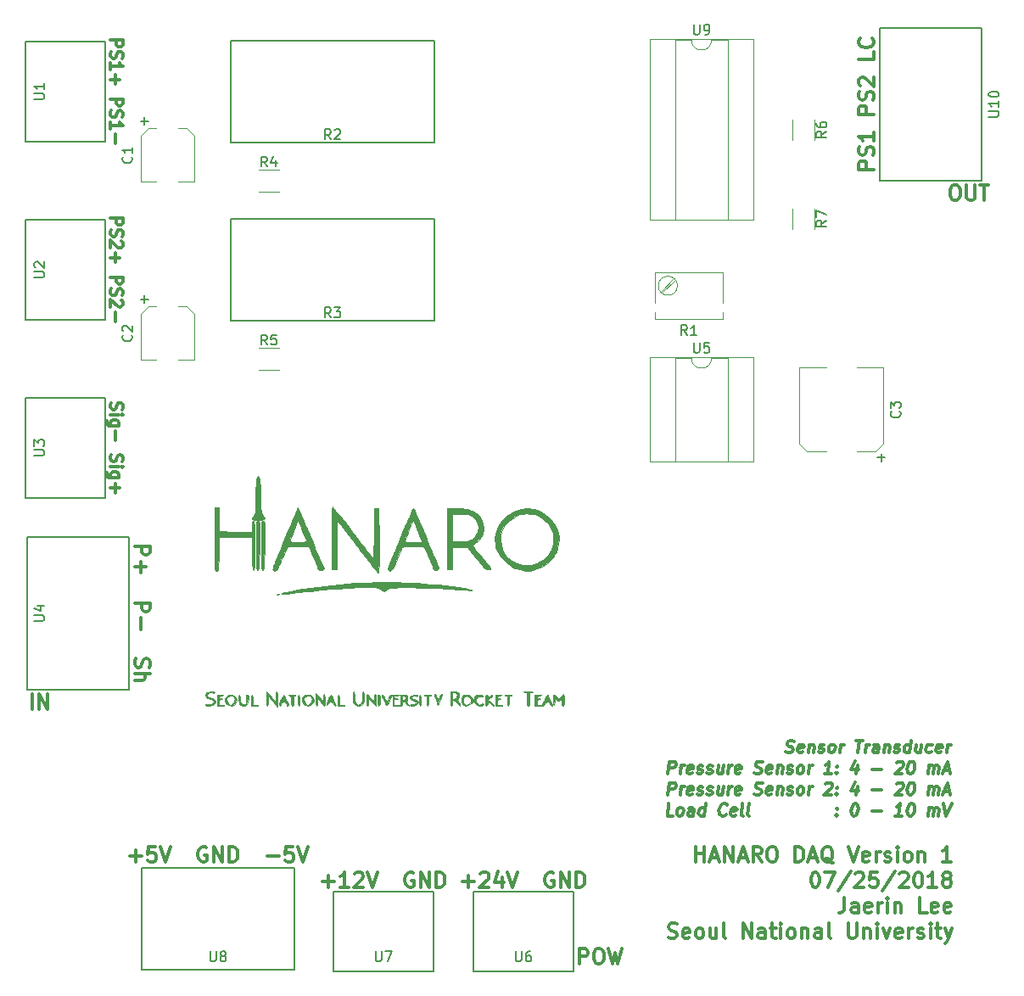
<source format=gbr>
G04 #@! TF.GenerationSoftware,KiCad,Pcbnew,(5.0.0)*
G04 #@! TF.CreationDate,2018-07-28T16:03:29+09:00*
G04 #@! TF.ProjectId,sensor-transducer,73656E736F722D7472616E7364756365,rev?*
G04 #@! TF.SameCoordinates,Original*
G04 #@! TF.FileFunction,Legend,Top*
G04 #@! TF.FilePolarity,Positive*
%FSLAX46Y46*%
G04 Gerber Fmt 4.6, Leading zero omitted, Abs format (unit mm)*
G04 Created by KiCad (PCBNEW (5.0.0)) date 07/28/18 16:03:29*
%MOMM*%
%LPD*%
G01*
G04 APERTURE LIST*
%ADD10C,0.300000*%
%ADD11C,0.120000*%
%ADD12C,0.150000*%
%ADD13C,0.010000*%
G04 APERTURE END LIST*
D10*
X91944285Y-132758571D02*
X91944285Y-131258571D01*
X92515714Y-131258571D01*
X92658571Y-131330000D01*
X92730000Y-131401428D01*
X92801428Y-131544285D01*
X92801428Y-131758571D01*
X92730000Y-131901428D01*
X92658571Y-131972857D01*
X92515714Y-132044285D01*
X91944285Y-132044285D01*
X93730000Y-131258571D02*
X94015714Y-131258571D01*
X94158571Y-131330000D01*
X94301428Y-131472857D01*
X94372857Y-131758571D01*
X94372857Y-132258571D01*
X94301428Y-132544285D01*
X94158571Y-132687142D01*
X94015714Y-132758571D01*
X93730000Y-132758571D01*
X93587142Y-132687142D01*
X93444285Y-132544285D01*
X93372857Y-132258571D01*
X93372857Y-131758571D01*
X93444285Y-131472857D01*
X93587142Y-131330000D01*
X93730000Y-131258571D01*
X94872857Y-131258571D02*
X95230000Y-132758571D01*
X95515714Y-131687142D01*
X95801428Y-132758571D01*
X96158571Y-131258571D01*
X37314285Y-107358571D02*
X37314285Y-105858571D01*
X38028571Y-107358571D02*
X38028571Y-105858571D01*
X38885714Y-107358571D01*
X38885714Y-105858571D01*
X129310000Y-55058571D02*
X129595714Y-55058571D01*
X129738571Y-55130000D01*
X129881428Y-55272857D01*
X129952857Y-55558571D01*
X129952857Y-56058571D01*
X129881428Y-56344285D01*
X129738571Y-56487142D01*
X129595714Y-56558571D01*
X129310000Y-56558571D01*
X129167142Y-56487142D01*
X129024285Y-56344285D01*
X128952857Y-56058571D01*
X128952857Y-55558571D01*
X129024285Y-55272857D01*
X129167142Y-55130000D01*
X129310000Y-55058571D01*
X130595714Y-55058571D02*
X130595714Y-56272857D01*
X130667142Y-56415714D01*
X130738571Y-56487142D01*
X130881428Y-56558571D01*
X131167142Y-56558571D01*
X131310000Y-56487142D01*
X131381428Y-56415714D01*
X131452857Y-56272857D01*
X131452857Y-55058571D01*
X131952857Y-55058571D02*
X132810000Y-55058571D01*
X132381428Y-56558571D02*
X132381428Y-55058571D01*
X121328571Y-53490000D02*
X119828571Y-53490000D01*
X119828571Y-52918571D01*
X119900000Y-52775714D01*
X119971428Y-52704285D01*
X120114285Y-52632857D01*
X120328571Y-52632857D01*
X120471428Y-52704285D01*
X120542857Y-52775714D01*
X120614285Y-52918571D01*
X120614285Y-53490000D01*
X121257142Y-52061428D02*
X121328571Y-51847142D01*
X121328571Y-51490000D01*
X121257142Y-51347142D01*
X121185714Y-51275714D01*
X121042857Y-51204285D01*
X120900000Y-51204285D01*
X120757142Y-51275714D01*
X120685714Y-51347142D01*
X120614285Y-51490000D01*
X120542857Y-51775714D01*
X120471428Y-51918571D01*
X120400000Y-51990000D01*
X120257142Y-52061428D01*
X120114285Y-52061428D01*
X119971428Y-51990000D01*
X119900000Y-51918571D01*
X119828571Y-51775714D01*
X119828571Y-51418571D01*
X119900000Y-51204285D01*
X121328571Y-49775714D02*
X121328571Y-50632857D01*
X121328571Y-50204285D02*
X119828571Y-50204285D01*
X120042857Y-50347142D01*
X120185714Y-50490000D01*
X120257142Y-50632857D01*
X121328571Y-47990000D02*
X119828571Y-47990000D01*
X119828571Y-47418571D01*
X119900000Y-47275714D01*
X119971428Y-47204285D01*
X120114285Y-47132857D01*
X120328571Y-47132857D01*
X120471428Y-47204285D01*
X120542857Y-47275714D01*
X120614285Y-47418571D01*
X120614285Y-47990000D01*
X121257142Y-46561428D02*
X121328571Y-46347142D01*
X121328571Y-45990000D01*
X121257142Y-45847142D01*
X121185714Y-45775714D01*
X121042857Y-45704285D01*
X120900000Y-45704285D01*
X120757142Y-45775714D01*
X120685714Y-45847142D01*
X120614285Y-45990000D01*
X120542857Y-46275714D01*
X120471428Y-46418571D01*
X120400000Y-46490000D01*
X120257142Y-46561428D01*
X120114285Y-46561428D01*
X119971428Y-46490000D01*
X119900000Y-46418571D01*
X119828571Y-46275714D01*
X119828571Y-45918571D01*
X119900000Y-45704285D01*
X119971428Y-45132857D02*
X119900000Y-45061428D01*
X119828571Y-44918571D01*
X119828571Y-44561428D01*
X119900000Y-44418571D01*
X119971428Y-44347142D01*
X120114285Y-44275714D01*
X120257142Y-44275714D01*
X120471428Y-44347142D01*
X121328571Y-45204285D01*
X121328571Y-44275714D01*
X121328571Y-41775714D02*
X121328571Y-42490000D01*
X119828571Y-42490000D01*
X121185714Y-40418571D02*
X121257142Y-40490000D01*
X121328571Y-40704285D01*
X121328571Y-40847142D01*
X121257142Y-41061428D01*
X121114285Y-41204285D01*
X120971428Y-41275714D01*
X120685714Y-41347142D01*
X120471428Y-41347142D01*
X120185714Y-41275714D01*
X120042857Y-41204285D01*
X119900000Y-41061428D01*
X119828571Y-40847142D01*
X119828571Y-40704285D01*
X119900000Y-40490000D01*
X119971428Y-40418571D01*
X45177142Y-40577142D02*
X46377142Y-40577142D01*
X46377142Y-41034285D01*
X46320000Y-41148571D01*
X46262857Y-41205714D01*
X46148571Y-41262857D01*
X45977142Y-41262857D01*
X45862857Y-41205714D01*
X45805714Y-41148571D01*
X45748571Y-41034285D01*
X45748571Y-40577142D01*
X45234285Y-41720000D02*
X45177142Y-41891428D01*
X45177142Y-42177142D01*
X45234285Y-42291428D01*
X45291428Y-42348571D01*
X45405714Y-42405714D01*
X45520000Y-42405714D01*
X45634285Y-42348571D01*
X45691428Y-42291428D01*
X45748571Y-42177142D01*
X45805714Y-41948571D01*
X45862857Y-41834285D01*
X45920000Y-41777142D01*
X46034285Y-41720000D01*
X46148571Y-41720000D01*
X46262857Y-41777142D01*
X46320000Y-41834285D01*
X46377142Y-41948571D01*
X46377142Y-42234285D01*
X46320000Y-42405714D01*
X45177142Y-43548571D02*
X45177142Y-42862857D01*
X45177142Y-43205714D02*
X46377142Y-43205714D01*
X46205714Y-43091428D01*
X46091428Y-42977142D01*
X46034285Y-42862857D01*
X45634285Y-44062857D02*
X45634285Y-44977142D01*
X45177142Y-44520000D02*
X46091428Y-44520000D01*
X45177142Y-46462857D02*
X46377142Y-46462857D01*
X46377142Y-46920000D01*
X46320000Y-47034285D01*
X46262857Y-47091428D01*
X46148571Y-47148571D01*
X45977142Y-47148571D01*
X45862857Y-47091428D01*
X45805714Y-47034285D01*
X45748571Y-46920000D01*
X45748571Y-46462857D01*
X45234285Y-47605714D02*
X45177142Y-47777142D01*
X45177142Y-48062857D01*
X45234285Y-48177142D01*
X45291428Y-48234285D01*
X45405714Y-48291428D01*
X45520000Y-48291428D01*
X45634285Y-48234285D01*
X45691428Y-48177142D01*
X45748571Y-48062857D01*
X45805714Y-47834285D01*
X45862857Y-47720000D01*
X45920000Y-47662857D01*
X46034285Y-47605714D01*
X46148571Y-47605714D01*
X46262857Y-47662857D01*
X46320000Y-47720000D01*
X46377142Y-47834285D01*
X46377142Y-48120000D01*
X46320000Y-48291428D01*
X45177142Y-49434285D02*
X45177142Y-48748571D01*
X45177142Y-49091428D02*
X46377142Y-49091428D01*
X46205714Y-48977142D01*
X46091428Y-48862857D01*
X46034285Y-48748571D01*
X45634285Y-49948571D02*
X45634285Y-50862857D01*
X45177142Y-58357142D02*
X46377142Y-58357142D01*
X46377142Y-58814285D01*
X46320000Y-58928571D01*
X46262857Y-58985714D01*
X46148571Y-59042857D01*
X45977142Y-59042857D01*
X45862857Y-58985714D01*
X45805714Y-58928571D01*
X45748571Y-58814285D01*
X45748571Y-58357142D01*
X45234285Y-59500000D02*
X45177142Y-59671428D01*
X45177142Y-59957142D01*
X45234285Y-60071428D01*
X45291428Y-60128571D01*
X45405714Y-60185714D01*
X45520000Y-60185714D01*
X45634285Y-60128571D01*
X45691428Y-60071428D01*
X45748571Y-59957142D01*
X45805714Y-59728571D01*
X45862857Y-59614285D01*
X45920000Y-59557142D01*
X46034285Y-59500000D01*
X46148571Y-59500000D01*
X46262857Y-59557142D01*
X46320000Y-59614285D01*
X46377142Y-59728571D01*
X46377142Y-60014285D01*
X46320000Y-60185714D01*
X46262857Y-60642857D02*
X46320000Y-60700000D01*
X46377142Y-60814285D01*
X46377142Y-61100000D01*
X46320000Y-61214285D01*
X46262857Y-61271428D01*
X46148571Y-61328571D01*
X46034285Y-61328571D01*
X45862857Y-61271428D01*
X45177142Y-60585714D01*
X45177142Y-61328571D01*
X45634285Y-61842857D02*
X45634285Y-62757142D01*
X45177142Y-62300000D02*
X46091428Y-62300000D01*
X45177142Y-64242857D02*
X46377142Y-64242857D01*
X46377142Y-64700000D01*
X46320000Y-64814285D01*
X46262857Y-64871428D01*
X46148571Y-64928571D01*
X45977142Y-64928571D01*
X45862857Y-64871428D01*
X45805714Y-64814285D01*
X45748571Y-64700000D01*
X45748571Y-64242857D01*
X45234285Y-65385714D02*
X45177142Y-65557142D01*
X45177142Y-65842857D01*
X45234285Y-65957142D01*
X45291428Y-66014285D01*
X45405714Y-66071428D01*
X45520000Y-66071428D01*
X45634285Y-66014285D01*
X45691428Y-65957142D01*
X45748571Y-65842857D01*
X45805714Y-65614285D01*
X45862857Y-65500000D01*
X45920000Y-65442857D01*
X46034285Y-65385714D01*
X46148571Y-65385714D01*
X46262857Y-65442857D01*
X46320000Y-65500000D01*
X46377142Y-65614285D01*
X46377142Y-65900000D01*
X46320000Y-66071428D01*
X46262857Y-66528571D02*
X46320000Y-66585714D01*
X46377142Y-66700000D01*
X46377142Y-66985714D01*
X46320000Y-67100000D01*
X46262857Y-67157142D01*
X46148571Y-67214285D01*
X46034285Y-67214285D01*
X45862857Y-67157142D01*
X45177142Y-66471428D01*
X45177142Y-67214285D01*
X45634285Y-67728571D02*
X45634285Y-68642857D01*
X45234285Y-76765714D02*
X45177142Y-76937142D01*
X45177142Y-77222857D01*
X45234285Y-77337142D01*
X45291428Y-77394285D01*
X45405714Y-77451428D01*
X45520000Y-77451428D01*
X45634285Y-77394285D01*
X45691428Y-77337142D01*
X45748571Y-77222857D01*
X45805714Y-76994285D01*
X45862857Y-76880000D01*
X45920000Y-76822857D01*
X46034285Y-76765714D01*
X46148571Y-76765714D01*
X46262857Y-76822857D01*
X46320000Y-76880000D01*
X46377142Y-76994285D01*
X46377142Y-77280000D01*
X46320000Y-77451428D01*
X45177142Y-77965714D02*
X45977142Y-77965714D01*
X46377142Y-77965714D02*
X46320000Y-77908571D01*
X46262857Y-77965714D01*
X46320000Y-78022857D01*
X46377142Y-77965714D01*
X46262857Y-77965714D01*
X45977142Y-79051428D02*
X45005714Y-79051428D01*
X44891428Y-78994285D01*
X44834285Y-78937142D01*
X44777142Y-78822857D01*
X44777142Y-78651428D01*
X44834285Y-78537142D01*
X45234285Y-79051428D02*
X45177142Y-78937142D01*
X45177142Y-78708571D01*
X45234285Y-78594285D01*
X45291428Y-78537142D01*
X45405714Y-78480000D01*
X45748571Y-78480000D01*
X45862857Y-78537142D01*
X45920000Y-78594285D01*
X45977142Y-78708571D01*
X45977142Y-78937142D01*
X45920000Y-79051428D01*
X45634285Y-79622857D02*
X45634285Y-80537142D01*
X45234285Y-81965714D02*
X45177142Y-82137142D01*
X45177142Y-82422857D01*
X45234285Y-82537142D01*
X45291428Y-82594285D01*
X45405714Y-82651428D01*
X45520000Y-82651428D01*
X45634285Y-82594285D01*
X45691428Y-82537142D01*
X45748571Y-82422857D01*
X45805714Y-82194285D01*
X45862857Y-82080000D01*
X45920000Y-82022857D01*
X46034285Y-81965714D01*
X46148571Y-81965714D01*
X46262857Y-82022857D01*
X46320000Y-82080000D01*
X46377142Y-82194285D01*
X46377142Y-82480000D01*
X46320000Y-82651428D01*
X45177142Y-83165714D02*
X45977142Y-83165714D01*
X46377142Y-83165714D02*
X46320000Y-83108571D01*
X46262857Y-83165714D01*
X46320000Y-83222857D01*
X46377142Y-83165714D01*
X46262857Y-83165714D01*
X45977142Y-84251428D02*
X45005714Y-84251428D01*
X44891428Y-84194285D01*
X44834285Y-84137142D01*
X44777142Y-84022857D01*
X44777142Y-83851428D01*
X44834285Y-83737142D01*
X45234285Y-84251428D02*
X45177142Y-84137142D01*
X45177142Y-83908571D01*
X45234285Y-83794285D01*
X45291428Y-83737142D01*
X45405714Y-83680000D01*
X45748571Y-83680000D01*
X45862857Y-83737142D01*
X45920000Y-83794285D01*
X45977142Y-83908571D01*
X45977142Y-84137142D01*
X45920000Y-84251428D01*
X45634285Y-84822857D02*
X45634285Y-85737142D01*
X45177142Y-85280000D02*
X46091428Y-85280000D01*
X47581428Y-91111428D02*
X49081428Y-91111428D01*
X49081428Y-91682857D01*
X49010000Y-91825714D01*
X48938571Y-91897142D01*
X48795714Y-91968571D01*
X48581428Y-91968571D01*
X48438571Y-91897142D01*
X48367142Y-91825714D01*
X48295714Y-91682857D01*
X48295714Y-91111428D01*
X48152857Y-92611428D02*
X48152857Y-93754285D01*
X47581428Y-93182857D02*
X48724285Y-93182857D01*
X47581428Y-96754285D02*
X49081428Y-96754285D01*
X49081428Y-97325714D01*
X49010000Y-97468571D01*
X48938571Y-97540000D01*
X48795714Y-97611428D01*
X48581428Y-97611428D01*
X48438571Y-97540000D01*
X48367142Y-97468571D01*
X48295714Y-97325714D01*
X48295714Y-96754285D01*
X48152857Y-98254285D02*
X48152857Y-99397142D01*
X47652857Y-102325714D02*
X47581428Y-102540000D01*
X47581428Y-102897142D01*
X47652857Y-103040000D01*
X47724285Y-103111428D01*
X47867142Y-103182857D01*
X48010000Y-103182857D01*
X48152857Y-103111428D01*
X48224285Y-103040000D01*
X48295714Y-102897142D01*
X48367142Y-102611428D01*
X48438571Y-102468571D01*
X48510000Y-102397142D01*
X48652857Y-102325714D01*
X48795714Y-102325714D01*
X48938571Y-102397142D01*
X49010000Y-102468571D01*
X49081428Y-102611428D01*
X49081428Y-102968571D01*
X49010000Y-103182857D01*
X47581428Y-103825714D02*
X49081428Y-103825714D01*
X47581428Y-104468571D02*
X48367142Y-104468571D01*
X48510000Y-104397142D01*
X48581428Y-104254285D01*
X48581428Y-104040000D01*
X48510000Y-103897142D01*
X48438571Y-103825714D01*
X80288571Y-124567142D02*
X81431428Y-124567142D01*
X80860000Y-125138571D02*
X80860000Y-123995714D01*
X82074285Y-123781428D02*
X82145714Y-123710000D01*
X82288571Y-123638571D01*
X82645714Y-123638571D01*
X82788571Y-123710000D01*
X82860000Y-123781428D01*
X82931428Y-123924285D01*
X82931428Y-124067142D01*
X82860000Y-124281428D01*
X82002857Y-125138571D01*
X82931428Y-125138571D01*
X84217142Y-124138571D02*
X84217142Y-125138571D01*
X83860000Y-123567142D02*
X83502857Y-124638571D01*
X84431428Y-124638571D01*
X84788571Y-123638571D02*
X85288571Y-125138571D01*
X85788571Y-123638571D01*
X89360000Y-123710000D02*
X89217142Y-123638571D01*
X89002857Y-123638571D01*
X88788571Y-123710000D01*
X88645714Y-123852857D01*
X88574285Y-123995714D01*
X88502857Y-124281428D01*
X88502857Y-124495714D01*
X88574285Y-124781428D01*
X88645714Y-124924285D01*
X88788571Y-125067142D01*
X89002857Y-125138571D01*
X89145714Y-125138571D01*
X89360000Y-125067142D01*
X89431428Y-124995714D01*
X89431428Y-124495714D01*
X89145714Y-124495714D01*
X90074285Y-125138571D02*
X90074285Y-123638571D01*
X90931428Y-125138571D01*
X90931428Y-123638571D01*
X91645714Y-125138571D02*
X91645714Y-123638571D01*
X92002857Y-123638571D01*
X92217142Y-123710000D01*
X92360000Y-123852857D01*
X92431428Y-123995714D01*
X92502857Y-124281428D01*
X92502857Y-124495714D01*
X92431428Y-124781428D01*
X92360000Y-124924285D01*
X92217142Y-125067142D01*
X92002857Y-125138571D01*
X91645714Y-125138571D01*
X66318571Y-124567142D02*
X67461428Y-124567142D01*
X66890000Y-125138571D02*
X66890000Y-123995714D01*
X68961428Y-125138571D02*
X68104285Y-125138571D01*
X68532857Y-125138571D02*
X68532857Y-123638571D01*
X68390000Y-123852857D01*
X68247142Y-123995714D01*
X68104285Y-124067142D01*
X69532857Y-123781428D02*
X69604285Y-123710000D01*
X69747142Y-123638571D01*
X70104285Y-123638571D01*
X70247142Y-123710000D01*
X70318571Y-123781428D01*
X70390000Y-123924285D01*
X70390000Y-124067142D01*
X70318571Y-124281428D01*
X69461428Y-125138571D01*
X70390000Y-125138571D01*
X70818571Y-123638571D02*
X71318571Y-125138571D01*
X71818571Y-123638571D01*
X75390000Y-123710000D02*
X75247142Y-123638571D01*
X75032857Y-123638571D01*
X74818571Y-123710000D01*
X74675714Y-123852857D01*
X74604285Y-123995714D01*
X74532857Y-124281428D01*
X74532857Y-124495714D01*
X74604285Y-124781428D01*
X74675714Y-124924285D01*
X74818571Y-125067142D01*
X75032857Y-125138571D01*
X75175714Y-125138571D01*
X75390000Y-125067142D01*
X75461428Y-124995714D01*
X75461428Y-124495714D01*
X75175714Y-124495714D01*
X76104285Y-125138571D02*
X76104285Y-123638571D01*
X76961428Y-125138571D01*
X76961428Y-123638571D01*
X77675714Y-125138571D02*
X77675714Y-123638571D01*
X78032857Y-123638571D01*
X78247142Y-123710000D01*
X78390000Y-123852857D01*
X78461428Y-123995714D01*
X78532857Y-124281428D01*
X78532857Y-124495714D01*
X78461428Y-124781428D01*
X78390000Y-124924285D01*
X78247142Y-125067142D01*
X78032857Y-125138571D01*
X77675714Y-125138571D01*
X47094285Y-122027142D02*
X48237142Y-122027142D01*
X47665714Y-122598571D02*
X47665714Y-121455714D01*
X49665714Y-121098571D02*
X48951428Y-121098571D01*
X48880000Y-121812857D01*
X48951428Y-121741428D01*
X49094285Y-121670000D01*
X49451428Y-121670000D01*
X49594285Y-121741428D01*
X49665714Y-121812857D01*
X49737142Y-121955714D01*
X49737142Y-122312857D01*
X49665714Y-122455714D01*
X49594285Y-122527142D01*
X49451428Y-122598571D01*
X49094285Y-122598571D01*
X48951428Y-122527142D01*
X48880000Y-122455714D01*
X50165714Y-121098571D02*
X50665714Y-122598571D01*
X51165714Y-121098571D01*
X54737142Y-121170000D02*
X54594285Y-121098571D01*
X54380000Y-121098571D01*
X54165714Y-121170000D01*
X54022857Y-121312857D01*
X53951428Y-121455714D01*
X53880000Y-121741428D01*
X53880000Y-121955714D01*
X53951428Y-122241428D01*
X54022857Y-122384285D01*
X54165714Y-122527142D01*
X54380000Y-122598571D01*
X54522857Y-122598571D01*
X54737142Y-122527142D01*
X54808571Y-122455714D01*
X54808571Y-121955714D01*
X54522857Y-121955714D01*
X55451428Y-122598571D02*
X55451428Y-121098571D01*
X56308571Y-122598571D01*
X56308571Y-121098571D01*
X57022857Y-122598571D02*
X57022857Y-121098571D01*
X57380000Y-121098571D01*
X57594285Y-121170000D01*
X57737142Y-121312857D01*
X57808571Y-121455714D01*
X57880000Y-121741428D01*
X57880000Y-121955714D01*
X57808571Y-122241428D01*
X57737142Y-122384285D01*
X57594285Y-122527142D01*
X57380000Y-122598571D01*
X57022857Y-122598571D01*
X60808571Y-122027142D02*
X61951428Y-122027142D01*
X63380000Y-121098571D02*
X62665714Y-121098571D01*
X62594285Y-121812857D01*
X62665714Y-121741428D01*
X62808571Y-121670000D01*
X63165714Y-121670000D01*
X63308571Y-121741428D01*
X63380000Y-121812857D01*
X63451428Y-121955714D01*
X63451428Y-122312857D01*
X63380000Y-122455714D01*
X63308571Y-122527142D01*
X63165714Y-122598571D01*
X62808571Y-122598571D01*
X62665714Y-122527142D01*
X62594285Y-122455714D01*
X63880000Y-121098571D02*
X64380000Y-122598571D01*
X64880000Y-121098571D01*
X112571250Y-111635714D02*
X112735535Y-111692857D01*
X113021250Y-111692857D01*
X113142678Y-111635714D01*
X113206964Y-111578571D01*
X113278392Y-111464285D01*
X113292678Y-111350000D01*
X113249821Y-111235714D01*
X113199821Y-111178571D01*
X113092678Y-111121428D01*
X112871250Y-111064285D01*
X112764107Y-111007142D01*
X112714107Y-110950000D01*
X112671250Y-110835714D01*
X112685535Y-110721428D01*
X112756964Y-110607142D01*
X112821250Y-110550000D01*
X112942678Y-110492857D01*
X113228392Y-110492857D01*
X113392678Y-110550000D01*
X114228392Y-111635714D02*
X114106964Y-111692857D01*
X113878392Y-111692857D01*
X113771250Y-111635714D01*
X113728392Y-111521428D01*
X113785535Y-111064285D01*
X113856964Y-110950000D01*
X113978392Y-110892857D01*
X114206964Y-110892857D01*
X114314107Y-110950000D01*
X114356964Y-111064285D01*
X114342678Y-111178571D01*
X113756964Y-111292857D01*
X114892678Y-110892857D02*
X114792678Y-111692857D01*
X114878392Y-111007142D02*
X114942678Y-110950000D01*
X115064107Y-110892857D01*
X115235535Y-110892857D01*
X115342678Y-110950000D01*
X115385535Y-111064285D01*
X115306964Y-111692857D01*
X115828392Y-111635714D02*
X115935535Y-111692857D01*
X116164107Y-111692857D01*
X116285535Y-111635714D01*
X116356964Y-111521428D01*
X116364107Y-111464285D01*
X116321250Y-111350000D01*
X116214107Y-111292857D01*
X116042678Y-111292857D01*
X115935535Y-111235714D01*
X115892678Y-111121428D01*
X115899821Y-111064285D01*
X115971250Y-110950000D01*
X116092678Y-110892857D01*
X116264107Y-110892857D01*
X116371250Y-110950000D01*
X117021250Y-111692857D02*
X116914107Y-111635714D01*
X116864107Y-111578571D01*
X116821250Y-111464285D01*
X116864107Y-111121428D01*
X116935535Y-111007142D01*
X116999821Y-110950000D01*
X117121250Y-110892857D01*
X117292678Y-110892857D01*
X117399821Y-110950000D01*
X117449821Y-111007142D01*
X117492678Y-111121428D01*
X117449821Y-111464285D01*
X117378392Y-111578571D01*
X117314107Y-111635714D01*
X117192678Y-111692857D01*
X117021250Y-111692857D01*
X117935535Y-111692857D02*
X118035535Y-110892857D01*
X118006964Y-111121428D02*
X118078392Y-111007142D01*
X118142678Y-110950000D01*
X118264107Y-110892857D01*
X118378392Y-110892857D01*
X119571250Y-110492857D02*
X120256964Y-110492857D01*
X119764107Y-111692857D02*
X119914107Y-110492857D01*
X120506964Y-111692857D02*
X120606964Y-110892857D01*
X120578392Y-111121428D02*
X120649821Y-111007142D01*
X120714107Y-110950000D01*
X120835535Y-110892857D01*
X120949821Y-110892857D01*
X121764107Y-111692857D02*
X121842678Y-111064285D01*
X121799821Y-110950000D01*
X121692678Y-110892857D01*
X121464107Y-110892857D01*
X121342678Y-110950000D01*
X121771250Y-111635714D02*
X121649821Y-111692857D01*
X121364107Y-111692857D01*
X121256964Y-111635714D01*
X121214107Y-111521428D01*
X121228392Y-111407142D01*
X121299821Y-111292857D01*
X121421250Y-111235714D01*
X121706964Y-111235714D01*
X121828392Y-111178571D01*
X122435535Y-110892857D02*
X122335535Y-111692857D01*
X122421250Y-111007142D02*
X122485535Y-110950000D01*
X122606964Y-110892857D01*
X122778392Y-110892857D01*
X122885535Y-110950000D01*
X122928392Y-111064285D01*
X122849821Y-111692857D01*
X123371250Y-111635714D02*
X123478392Y-111692857D01*
X123706964Y-111692857D01*
X123828392Y-111635714D01*
X123899821Y-111521428D01*
X123906964Y-111464285D01*
X123864107Y-111350000D01*
X123756964Y-111292857D01*
X123585535Y-111292857D01*
X123478392Y-111235714D01*
X123435535Y-111121428D01*
X123442678Y-111064285D01*
X123514107Y-110950000D01*
X123635535Y-110892857D01*
X123806964Y-110892857D01*
X123914107Y-110950000D01*
X124906964Y-111692857D02*
X125056964Y-110492857D01*
X124914107Y-111635714D02*
X124792678Y-111692857D01*
X124564107Y-111692857D01*
X124456964Y-111635714D01*
X124406964Y-111578571D01*
X124364107Y-111464285D01*
X124406964Y-111121428D01*
X124478392Y-111007142D01*
X124542678Y-110950000D01*
X124664107Y-110892857D01*
X124892678Y-110892857D01*
X124999821Y-110950000D01*
X126092678Y-110892857D02*
X125992678Y-111692857D01*
X125578392Y-110892857D02*
X125499821Y-111521428D01*
X125542678Y-111635714D01*
X125649821Y-111692857D01*
X125821250Y-111692857D01*
X125942678Y-111635714D01*
X126006964Y-111578571D01*
X127085535Y-111635714D02*
X126964107Y-111692857D01*
X126735535Y-111692857D01*
X126628392Y-111635714D01*
X126578392Y-111578571D01*
X126535535Y-111464285D01*
X126578392Y-111121428D01*
X126649821Y-111007142D01*
X126714107Y-110950000D01*
X126835535Y-110892857D01*
X127064107Y-110892857D01*
X127171250Y-110950000D01*
X128056964Y-111635714D02*
X127935535Y-111692857D01*
X127706964Y-111692857D01*
X127599821Y-111635714D01*
X127556964Y-111521428D01*
X127614107Y-111064285D01*
X127685535Y-110950000D01*
X127806964Y-110892857D01*
X128035535Y-110892857D01*
X128142678Y-110950000D01*
X128185535Y-111064285D01*
X128171250Y-111178571D01*
X127585535Y-111292857D01*
X128621250Y-111692857D02*
X128721250Y-110892857D01*
X128692678Y-111121428D02*
X128764107Y-111007142D01*
X128828392Y-110950000D01*
X128949821Y-110892857D01*
X129064107Y-110892857D01*
X100792678Y-113792857D02*
X100942678Y-112592857D01*
X101399821Y-112592857D01*
X101506964Y-112650000D01*
X101556964Y-112707142D01*
X101599821Y-112821428D01*
X101578392Y-112992857D01*
X101506964Y-113107142D01*
X101442678Y-113164285D01*
X101321250Y-113221428D01*
X100864107Y-113221428D01*
X101992678Y-113792857D02*
X102092678Y-112992857D01*
X102064107Y-113221428D02*
X102135535Y-113107142D01*
X102199821Y-113050000D01*
X102321250Y-112992857D01*
X102435535Y-112992857D01*
X103199821Y-113735714D02*
X103078392Y-113792857D01*
X102849821Y-113792857D01*
X102742678Y-113735714D01*
X102699821Y-113621428D01*
X102756964Y-113164285D01*
X102828392Y-113050000D01*
X102949821Y-112992857D01*
X103178392Y-112992857D01*
X103285535Y-113050000D01*
X103328392Y-113164285D01*
X103314107Y-113278571D01*
X102728392Y-113392857D01*
X103714107Y-113735714D02*
X103821250Y-113792857D01*
X104049821Y-113792857D01*
X104171250Y-113735714D01*
X104242678Y-113621428D01*
X104249821Y-113564285D01*
X104206964Y-113450000D01*
X104099821Y-113392857D01*
X103928392Y-113392857D01*
X103821250Y-113335714D01*
X103778392Y-113221428D01*
X103785535Y-113164285D01*
X103856964Y-113050000D01*
X103978392Y-112992857D01*
X104149821Y-112992857D01*
X104256964Y-113050000D01*
X104685535Y-113735714D02*
X104792678Y-113792857D01*
X105021250Y-113792857D01*
X105142678Y-113735714D01*
X105214107Y-113621428D01*
X105221250Y-113564285D01*
X105178392Y-113450000D01*
X105071250Y-113392857D01*
X104899821Y-113392857D01*
X104792678Y-113335714D01*
X104749821Y-113221428D01*
X104756964Y-113164285D01*
X104828392Y-113050000D01*
X104949821Y-112992857D01*
X105121250Y-112992857D01*
X105228392Y-113050000D01*
X106321250Y-112992857D02*
X106221250Y-113792857D01*
X105806964Y-112992857D02*
X105728392Y-113621428D01*
X105771250Y-113735714D01*
X105878392Y-113792857D01*
X106049821Y-113792857D01*
X106171250Y-113735714D01*
X106235535Y-113678571D01*
X106792678Y-113792857D02*
X106892678Y-112992857D01*
X106864107Y-113221428D02*
X106935535Y-113107142D01*
X106999821Y-113050000D01*
X107121250Y-112992857D01*
X107235535Y-112992857D01*
X107999821Y-113735714D02*
X107878392Y-113792857D01*
X107649821Y-113792857D01*
X107542678Y-113735714D01*
X107499821Y-113621428D01*
X107556964Y-113164285D01*
X107628392Y-113050000D01*
X107749821Y-112992857D01*
X107978392Y-112992857D01*
X108085535Y-113050000D01*
X108128392Y-113164285D01*
X108114107Y-113278571D01*
X107528392Y-113392857D01*
X109428392Y-113735714D02*
X109592678Y-113792857D01*
X109878392Y-113792857D01*
X109999821Y-113735714D01*
X110064107Y-113678571D01*
X110135535Y-113564285D01*
X110149821Y-113450000D01*
X110106964Y-113335714D01*
X110056964Y-113278571D01*
X109949821Y-113221428D01*
X109728392Y-113164285D01*
X109621250Y-113107142D01*
X109571250Y-113050000D01*
X109528392Y-112935714D01*
X109542678Y-112821428D01*
X109614107Y-112707142D01*
X109678392Y-112650000D01*
X109799821Y-112592857D01*
X110085535Y-112592857D01*
X110249821Y-112650000D01*
X111085535Y-113735714D02*
X110964107Y-113792857D01*
X110735535Y-113792857D01*
X110628392Y-113735714D01*
X110585535Y-113621428D01*
X110642678Y-113164285D01*
X110714107Y-113050000D01*
X110835535Y-112992857D01*
X111064107Y-112992857D01*
X111171250Y-113050000D01*
X111214107Y-113164285D01*
X111199821Y-113278571D01*
X110614107Y-113392857D01*
X111749821Y-112992857D02*
X111649821Y-113792857D01*
X111735535Y-113107142D02*
X111799821Y-113050000D01*
X111921250Y-112992857D01*
X112092678Y-112992857D01*
X112199821Y-113050000D01*
X112242678Y-113164285D01*
X112164107Y-113792857D01*
X112685535Y-113735714D02*
X112792678Y-113792857D01*
X113021250Y-113792857D01*
X113142678Y-113735714D01*
X113214107Y-113621428D01*
X113221250Y-113564285D01*
X113178392Y-113450000D01*
X113071250Y-113392857D01*
X112899821Y-113392857D01*
X112792678Y-113335714D01*
X112749821Y-113221428D01*
X112756964Y-113164285D01*
X112828392Y-113050000D01*
X112949821Y-112992857D01*
X113121250Y-112992857D01*
X113228392Y-113050000D01*
X113878392Y-113792857D02*
X113771250Y-113735714D01*
X113721250Y-113678571D01*
X113678392Y-113564285D01*
X113721250Y-113221428D01*
X113792678Y-113107142D01*
X113856964Y-113050000D01*
X113978392Y-112992857D01*
X114149821Y-112992857D01*
X114256964Y-113050000D01*
X114306964Y-113107142D01*
X114349821Y-113221428D01*
X114306964Y-113564285D01*
X114235535Y-113678571D01*
X114171250Y-113735714D01*
X114049821Y-113792857D01*
X113878392Y-113792857D01*
X114792678Y-113792857D02*
X114892678Y-112992857D01*
X114864107Y-113221428D02*
X114935535Y-113107142D01*
X114999821Y-113050000D01*
X115121250Y-112992857D01*
X115235535Y-112992857D01*
X117078392Y-113792857D02*
X116392678Y-113792857D01*
X116735535Y-113792857D02*
X116885535Y-112592857D01*
X116749821Y-112764285D01*
X116621250Y-112878571D01*
X116499821Y-112935714D01*
X117606964Y-113678571D02*
X117656964Y-113735714D01*
X117592678Y-113792857D01*
X117542678Y-113735714D01*
X117606964Y-113678571D01*
X117592678Y-113792857D01*
X117685535Y-113050000D02*
X117735535Y-113107142D01*
X117671250Y-113164285D01*
X117621250Y-113107142D01*
X117685535Y-113050000D01*
X117671250Y-113164285D01*
X119692678Y-112992857D02*
X119592678Y-113792857D01*
X119464107Y-112535714D02*
X119071250Y-113392857D01*
X119814107Y-113392857D01*
X121192678Y-113335714D02*
X122106964Y-113335714D01*
X123614107Y-112707142D02*
X123678392Y-112650000D01*
X123799821Y-112592857D01*
X124085535Y-112592857D01*
X124192678Y-112650000D01*
X124242678Y-112707142D01*
X124285535Y-112821428D01*
X124271250Y-112935714D01*
X124192678Y-113107142D01*
X123421250Y-113792857D01*
X124164107Y-113792857D01*
X125056964Y-112592857D02*
X125171250Y-112592857D01*
X125278392Y-112650000D01*
X125328392Y-112707142D01*
X125371250Y-112821428D01*
X125399821Y-113050000D01*
X125364107Y-113335714D01*
X125278392Y-113564285D01*
X125206964Y-113678571D01*
X125142678Y-113735714D01*
X125021250Y-113792857D01*
X124906964Y-113792857D01*
X124799821Y-113735714D01*
X124749821Y-113678571D01*
X124706964Y-113564285D01*
X124678392Y-113335714D01*
X124714107Y-113050000D01*
X124799821Y-112821428D01*
X124871250Y-112707142D01*
X124935535Y-112650000D01*
X125056964Y-112592857D01*
X126735535Y-113792857D02*
X126835535Y-112992857D01*
X126821250Y-113107142D02*
X126885535Y-113050000D01*
X127006964Y-112992857D01*
X127178392Y-112992857D01*
X127285535Y-113050000D01*
X127328392Y-113164285D01*
X127249821Y-113792857D01*
X127328392Y-113164285D02*
X127399821Y-113050000D01*
X127521250Y-112992857D01*
X127692678Y-112992857D01*
X127799821Y-113050000D01*
X127842678Y-113164285D01*
X127764107Y-113792857D01*
X128321250Y-113450000D02*
X128892678Y-113450000D01*
X128164107Y-113792857D02*
X128714107Y-112592857D01*
X128964107Y-113792857D01*
X100792678Y-115892857D02*
X100942678Y-114692857D01*
X101399821Y-114692857D01*
X101506964Y-114750000D01*
X101556964Y-114807142D01*
X101599821Y-114921428D01*
X101578392Y-115092857D01*
X101506964Y-115207142D01*
X101442678Y-115264285D01*
X101321250Y-115321428D01*
X100864107Y-115321428D01*
X101992678Y-115892857D02*
X102092678Y-115092857D01*
X102064107Y-115321428D02*
X102135535Y-115207142D01*
X102199821Y-115150000D01*
X102321250Y-115092857D01*
X102435535Y-115092857D01*
X103199821Y-115835714D02*
X103078392Y-115892857D01*
X102849821Y-115892857D01*
X102742678Y-115835714D01*
X102699821Y-115721428D01*
X102756964Y-115264285D01*
X102828392Y-115150000D01*
X102949821Y-115092857D01*
X103178392Y-115092857D01*
X103285535Y-115150000D01*
X103328392Y-115264285D01*
X103314107Y-115378571D01*
X102728392Y-115492857D01*
X103714107Y-115835714D02*
X103821250Y-115892857D01*
X104049821Y-115892857D01*
X104171250Y-115835714D01*
X104242678Y-115721428D01*
X104249821Y-115664285D01*
X104206964Y-115550000D01*
X104099821Y-115492857D01*
X103928392Y-115492857D01*
X103821250Y-115435714D01*
X103778392Y-115321428D01*
X103785535Y-115264285D01*
X103856964Y-115150000D01*
X103978392Y-115092857D01*
X104149821Y-115092857D01*
X104256964Y-115150000D01*
X104685535Y-115835714D02*
X104792678Y-115892857D01*
X105021250Y-115892857D01*
X105142678Y-115835714D01*
X105214107Y-115721428D01*
X105221250Y-115664285D01*
X105178392Y-115550000D01*
X105071250Y-115492857D01*
X104899821Y-115492857D01*
X104792678Y-115435714D01*
X104749821Y-115321428D01*
X104756964Y-115264285D01*
X104828392Y-115150000D01*
X104949821Y-115092857D01*
X105121250Y-115092857D01*
X105228392Y-115150000D01*
X106321250Y-115092857D02*
X106221250Y-115892857D01*
X105806964Y-115092857D02*
X105728392Y-115721428D01*
X105771250Y-115835714D01*
X105878392Y-115892857D01*
X106049821Y-115892857D01*
X106171250Y-115835714D01*
X106235535Y-115778571D01*
X106792678Y-115892857D02*
X106892678Y-115092857D01*
X106864107Y-115321428D02*
X106935535Y-115207142D01*
X106999821Y-115150000D01*
X107121250Y-115092857D01*
X107235535Y-115092857D01*
X107999821Y-115835714D02*
X107878392Y-115892857D01*
X107649821Y-115892857D01*
X107542678Y-115835714D01*
X107499821Y-115721428D01*
X107556964Y-115264285D01*
X107628392Y-115150000D01*
X107749821Y-115092857D01*
X107978392Y-115092857D01*
X108085535Y-115150000D01*
X108128392Y-115264285D01*
X108114107Y-115378571D01*
X107528392Y-115492857D01*
X109428392Y-115835714D02*
X109592678Y-115892857D01*
X109878392Y-115892857D01*
X109999821Y-115835714D01*
X110064107Y-115778571D01*
X110135535Y-115664285D01*
X110149821Y-115550000D01*
X110106964Y-115435714D01*
X110056964Y-115378571D01*
X109949821Y-115321428D01*
X109728392Y-115264285D01*
X109621250Y-115207142D01*
X109571250Y-115150000D01*
X109528392Y-115035714D01*
X109542678Y-114921428D01*
X109614107Y-114807142D01*
X109678392Y-114750000D01*
X109799821Y-114692857D01*
X110085535Y-114692857D01*
X110249821Y-114750000D01*
X111085535Y-115835714D02*
X110964107Y-115892857D01*
X110735535Y-115892857D01*
X110628392Y-115835714D01*
X110585535Y-115721428D01*
X110642678Y-115264285D01*
X110714107Y-115150000D01*
X110835535Y-115092857D01*
X111064107Y-115092857D01*
X111171250Y-115150000D01*
X111214107Y-115264285D01*
X111199821Y-115378571D01*
X110614107Y-115492857D01*
X111749821Y-115092857D02*
X111649821Y-115892857D01*
X111735535Y-115207142D02*
X111799821Y-115150000D01*
X111921250Y-115092857D01*
X112092678Y-115092857D01*
X112199821Y-115150000D01*
X112242678Y-115264285D01*
X112164107Y-115892857D01*
X112685535Y-115835714D02*
X112792678Y-115892857D01*
X113021250Y-115892857D01*
X113142678Y-115835714D01*
X113214107Y-115721428D01*
X113221250Y-115664285D01*
X113178392Y-115550000D01*
X113071250Y-115492857D01*
X112899821Y-115492857D01*
X112792678Y-115435714D01*
X112749821Y-115321428D01*
X112756964Y-115264285D01*
X112828392Y-115150000D01*
X112949821Y-115092857D01*
X113121250Y-115092857D01*
X113228392Y-115150000D01*
X113878392Y-115892857D02*
X113771250Y-115835714D01*
X113721250Y-115778571D01*
X113678392Y-115664285D01*
X113721250Y-115321428D01*
X113792678Y-115207142D01*
X113856964Y-115150000D01*
X113978392Y-115092857D01*
X114149821Y-115092857D01*
X114256964Y-115150000D01*
X114306964Y-115207142D01*
X114349821Y-115321428D01*
X114306964Y-115664285D01*
X114235535Y-115778571D01*
X114171250Y-115835714D01*
X114049821Y-115892857D01*
X113878392Y-115892857D01*
X114792678Y-115892857D02*
X114892678Y-115092857D01*
X114864107Y-115321428D02*
X114935535Y-115207142D01*
X114999821Y-115150000D01*
X115121250Y-115092857D01*
X115235535Y-115092857D01*
X116528392Y-114807142D02*
X116592678Y-114750000D01*
X116714107Y-114692857D01*
X116999821Y-114692857D01*
X117106964Y-114750000D01*
X117156964Y-114807142D01*
X117199821Y-114921428D01*
X117185535Y-115035714D01*
X117106964Y-115207142D01*
X116335535Y-115892857D01*
X117078392Y-115892857D01*
X117606964Y-115778571D02*
X117656964Y-115835714D01*
X117592678Y-115892857D01*
X117542678Y-115835714D01*
X117606964Y-115778571D01*
X117592678Y-115892857D01*
X117685535Y-115150000D02*
X117735535Y-115207142D01*
X117671250Y-115264285D01*
X117621250Y-115207142D01*
X117685535Y-115150000D01*
X117671250Y-115264285D01*
X119692678Y-115092857D02*
X119592678Y-115892857D01*
X119464107Y-114635714D02*
X119071250Y-115492857D01*
X119814107Y-115492857D01*
X121192678Y-115435714D02*
X122106964Y-115435714D01*
X123614107Y-114807142D02*
X123678392Y-114750000D01*
X123799821Y-114692857D01*
X124085535Y-114692857D01*
X124192678Y-114750000D01*
X124242678Y-114807142D01*
X124285535Y-114921428D01*
X124271250Y-115035714D01*
X124192678Y-115207142D01*
X123421250Y-115892857D01*
X124164107Y-115892857D01*
X125056964Y-114692857D02*
X125171250Y-114692857D01*
X125278392Y-114750000D01*
X125328392Y-114807142D01*
X125371250Y-114921428D01*
X125399821Y-115150000D01*
X125364107Y-115435714D01*
X125278392Y-115664285D01*
X125206964Y-115778571D01*
X125142678Y-115835714D01*
X125021250Y-115892857D01*
X124906964Y-115892857D01*
X124799821Y-115835714D01*
X124749821Y-115778571D01*
X124706964Y-115664285D01*
X124678392Y-115435714D01*
X124714107Y-115150000D01*
X124799821Y-114921428D01*
X124871250Y-114807142D01*
X124935535Y-114750000D01*
X125056964Y-114692857D01*
X126735535Y-115892857D02*
X126835535Y-115092857D01*
X126821250Y-115207142D02*
X126885535Y-115150000D01*
X127006964Y-115092857D01*
X127178392Y-115092857D01*
X127285535Y-115150000D01*
X127328392Y-115264285D01*
X127249821Y-115892857D01*
X127328392Y-115264285D02*
X127399821Y-115150000D01*
X127521250Y-115092857D01*
X127692678Y-115092857D01*
X127799821Y-115150000D01*
X127842678Y-115264285D01*
X127764107Y-115892857D01*
X128321250Y-115550000D02*
X128892678Y-115550000D01*
X128164107Y-115892857D02*
X128714107Y-114692857D01*
X128964107Y-115892857D01*
X101306964Y-117992857D02*
X100735535Y-117992857D01*
X100885535Y-116792857D01*
X101878392Y-117992857D02*
X101771250Y-117935714D01*
X101721250Y-117878571D01*
X101678392Y-117764285D01*
X101721250Y-117421428D01*
X101792678Y-117307142D01*
X101856964Y-117250000D01*
X101978392Y-117192857D01*
X102149821Y-117192857D01*
X102256964Y-117250000D01*
X102306964Y-117307142D01*
X102349821Y-117421428D01*
X102306964Y-117764285D01*
X102235535Y-117878571D01*
X102171250Y-117935714D01*
X102049821Y-117992857D01*
X101878392Y-117992857D01*
X103306964Y-117992857D02*
X103385535Y-117364285D01*
X103342678Y-117250000D01*
X103235535Y-117192857D01*
X103006964Y-117192857D01*
X102885535Y-117250000D01*
X103314107Y-117935714D02*
X103192678Y-117992857D01*
X102906964Y-117992857D01*
X102799821Y-117935714D01*
X102756964Y-117821428D01*
X102771250Y-117707142D01*
X102842678Y-117592857D01*
X102964107Y-117535714D01*
X103249821Y-117535714D01*
X103371250Y-117478571D01*
X104392678Y-117992857D02*
X104542678Y-116792857D01*
X104399821Y-117935714D02*
X104278392Y-117992857D01*
X104049821Y-117992857D01*
X103942678Y-117935714D01*
X103892678Y-117878571D01*
X103849821Y-117764285D01*
X103892678Y-117421428D01*
X103964107Y-117307142D01*
X104028392Y-117250000D01*
X104149821Y-117192857D01*
X104378392Y-117192857D01*
X104485535Y-117250000D01*
X106578392Y-117878571D02*
X106514107Y-117935714D01*
X106335535Y-117992857D01*
X106221250Y-117992857D01*
X106056964Y-117935714D01*
X105956964Y-117821428D01*
X105914107Y-117707142D01*
X105885535Y-117478571D01*
X105906964Y-117307142D01*
X105992678Y-117078571D01*
X106064107Y-116964285D01*
X106192678Y-116850000D01*
X106371250Y-116792857D01*
X106485535Y-116792857D01*
X106649821Y-116850000D01*
X106699821Y-116907142D01*
X107542678Y-117935714D02*
X107421250Y-117992857D01*
X107192678Y-117992857D01*
X107085535Y-117935714D01*
X107042678Y-117821428D01*
X107099821Y-117364285D01*
X107171250Y-117250000D01*
X107292678Y-117192857D01*
X107521250Y-117192857D01*
X107628392Y-117250000D01*
X107671250Y-117364285D01*
X107656964Y-117478571D01*
X107071250Y-117592857D01*
X108278392Y-117992857D02*
X108171250Y-117935714D01*
X108128392Y-117821428D01*
X108256964Y-116792857D01*
X108906964Y-117992857D02*
X108799821Y-117935714D01*
X108756964Y-117821428D01*
X108885535Y-116792857D01*
X117606964Y-117878571D02*
X117656964Y-117935714D01*
X117592678Y-117992857D01*
X117542678Y-117935714D01*
X117606964Y-117878571D01*
X117592678Y-117992857D01*
X117685535Y-117250000D02*
X117735535Y-117307142D01*
X117671250Y-117364285D01*
X117621250Y-117307142D01*
X117685535Y-117250000D01*
X117671250Y-117364285D01*
X119456964Y-116792857D02*
X119571250Y-116792857D01*
X119678392Y-116850000D01*
X119728392Y-116907142D01*
X119771250Y-117021428D01*
X119799821Y-117250000D01*
X119764107Y-117535714D01*
X119678392Y-117764285D01*
X119606964Y-117878571D01*
X119542678Y-117935714D01*
X119421250Y-117992857D01*
X119306964Y-117992857D01*
X119199821Y-117935714D01*
X119149821Y-117878571D01*
X119106964Y-117764285D01*
X119078392Y-117535714D01*
X119114107Y-117250000D01*
X119199821Y-117021428D01*
X119271250Y-116907142D01*
X119335535Y-116850000D01*
X119456964Y-116792857D01*
X121192678Y-117535714D02*
X122106964Y-117535714D01*
X124164107Y-117992857D02*
X123478392Y-117992857D01*
X123821250Y-117992857D02*
X123971250Y-116792857D01*
X123835535Y-116964285D01*
X123706964Y-117078571D01*
X123585535Y-117135714D01*
X125056964Y-116792857D02*
X125171250Y-116792857D01*
X125278392Y-116850000D01*
X125328392Y-116907142D01*
X125371250Y-117021428D01*
X125399821Y-117250000D01*
X125364107Y-117535714D01*
X125278392Y-117764285D01*
X125206964Y-117878571D01*
X125142678Y-117935714D01*
X125021250Y-117992857D01*
X124906964Y-117992857D01*
X124799821Y-117935714D01*
X124749821Y-117878571D01*
X124706964Y-117764285D01*
X124678392Y-117535714D01*
X124714107Y-117250000D01*
X124799821Y-117021428D01*
X124871249Y-116907142D01*
X124935535Y-116850000D01*
X125056964Y-116792857D01*
X126735535Y-117992857D02*
X126835535Y-117192857D01*
X126821249Y-117307142D02*
X126885535Y-117250000D01*
X127006964Y-117192857D01*
X127178392Y-117192857D01*
X127285535Y-117250000D01*
X127328392Y-117364285D01*
X127249821Y-117992857D01*
X127328392Y-117364285D02*
X127399821Y-117250000D01*
X127521249Y-117192857D01*
X127692678Y-117192857D01*
X127799821Y-117250000D01*
X127842678Y-117364285D01*
X127764107Y-117992857D01*
X128314107Y-116792857D02*
X128564107Y-117992857D01*
X129114107Y-116792857D01*
X103559285Y-122583571D02*
X103559285Y-121083571D01*
X103559285Y-121797857D02*
X104416428Y-121797857D01*
X104416428Y-122583571D02*
X104416428Y-121083571D01*
X105059285Y-122155000D02*
X105773571Y-122155000D01*
X104916428Y-122583571D02*
X105416428Y-121083571D01*
X105916428Y-122583571D01*
X106416428Y-122583571D02*
X106416428Y-121083571D01*
X107273571Y-122583571D01*
X107273571Y-121083571D01*
X107916428Y-122155000D02*
X108630714Y-122155000D01*
X107773571Y-122583571D02*
X108273571Y-121083571D01*
X108773571Y-122583571D01*
X110130714Y-122583571D02*
X109630714Y-121869285D01*
X109273571Y-122583571D02*
X109273571Y-121083571D01*
X109845000Y-121083571D01*
X109987857Y-121155000D01*
X110059285Y-121226428D01*
X110130714Y-121369285D01*
X110130714Y-121583571D01*
X110059285Y-121726428D01*
X109987857Y-121797857D01*
X109845000Y-121869285D01*
X109273571Y-121869285D01*
X111059285Y-121083571D02*
X111345000Y-121083571D01*
X111487857Y-121155000D01*
X111630714Y-121297857D01*
X111702142Y-121583571D01*
X111702142Y-122083571D01*
X111630714Y-122369285D01*
X111487857Y-122512142D01*
X111345000Y-122583571D01*
X111059285Y-122583571D01*
X110916428Y-122512142D01*
X110773571Y-122369285D01*
X110702142Y-122083571D01*
X110702142Y-121583571D01*
X110773571Y-121297857D01*
X110916428Y-121155000D01*
X111059285Y-121083571D01*
X113487857Y-122583571D02*
X113487857Y-121083571D01*
X113845000Y-121083571D01*
X114059285Y-121155000D01*
X114202142Y-121297857D01*
X114273571Y-121440714D01*
X114345000Y-121726428D01*
X114345000Y-121940714D01*
X114273571Y-122226428D01*
X114202142Y-122369285D01*
X114059285Y-122512142D01*
X113845000Y-122583571D01*
X113487857Y-122583571D01*
X114916428Y-122155000D02*
X115630714Y-122155000D01*
X114773571Y-122583571D02*
X115273571Y-121083571D01*
X115773571Y-122583571D01*
X117273571Y-122726428D02*
X117130714Y-122655000D01*
X116987857Y-122512142D01*
X116773571Y-122297857D01*
X116630714Y-122226428D01*
X116487857Y-122226428D01*
X116559285Y-122583571D02*
X116416428Y-122512142D01*
X116273571Y-122369285D01*
X116202142Y-122083571D01*
X116202142Y-121583571D01*
X116273571Y-121297857D01*
X116416428Y-121155000D01*
X116559285Y-121083571D01*
X116845000Y-121083571D01*
X116987857Y-121155000D01*
X117130714Y-121297857D01*
X117202142Y-121583571D01*
X117202142Y-122083571D01*
X117130714Y-122369285D01*
X116987857Y-122512142D01*
X116845000Y-122583571D01*
X116559285Y-122583571D01*
X118773571Y-121083571D02*
X119273571Y-122583571D01*
X119773571Y-121083571D01*
X120845000Y-122512142D02*
X120702142Y-122583571D01*
X120416428Y-122583571D01*
X120273571Y-122512142D01*
X120202142Y-122369285D01*
X120202142Y-121797857D01*
X120273571Y-121655000D01*
X120416428Y-121583571D01*
X120702142Y-121583571D01*
X120845000Y-121655000D01*
X120916428Y-121797857D01*
X120916428Y-121940714D01*
X120202142Y-122083571D01*
X121559285Y-122583571D02*
X121559285Y-121583571D01*
X121559285Y-121869285D02*
X121630714Y-121726428D01*
X121702142Y-121655000D01*
X121845000Y-121583571D01*
X121987857Y-121583571D01*
X122416428Y-122512142D02*
X122559285Y-122583571D01*
X122845000Y-122583571D01*
X122987857Y-122512142D01*
X123059285Y-122369285D01*
X123059285Y-122297857D01*
X122987857Y-122155000D01*
X122845000Y-122083571D01*
X122630714Y-122083571D01*
X122487857Y-122012142D01*
X122416428Y-121869285D01*
X122416428Y-121797857D01*
X122487857Y-121655000D01*
X122630714Y-121583571D01*
X122845000Y-121583571D01*
X122987857Y-121655000D01*
X123702142Y-122583571D02*
X123702142Y-121583571D01*
X123702142Y-121083571D02*
X123630714Y-121155000D01*
X123702142Y-121226428D01*
X123773571Y-121155000D01*
X123702142Y-121083571D01*
X123702142Y-121226428D01*
X124630714Y-122583571D02*
X124487857Y-122512142D01*
X124416428Y-122440714D01*
X124345000Y-122297857D01*
X124345000Y-121869285D01*
X124416428Y-121726428D01*
X124487857Y-121655000D01*
X124630714Y-121583571D01*
X124845000Y-121583571D01*
X124987857Y-121655000D01*
X125059285Y-121726428D01*
X125130714Y-121869285D01*
X125130714Y-122297857D01*
X125059285Y-122440714D01*
X124987857Y-122512142D01*
X124845000Y-122583571D01*
X124630714Y-122583571D01*
X125773571Y-121583571D02*
X125773571Y-122583571D01*
X125773571Y-121726428D02*
X125845000Y-121655000D01*
X125987857Y-121583571D01*
X126202142Y-121583571D01*
X126345000Y-121655000D01*
X126416428Y-121797857D01*
X126416428Y-122583571D01*
X129059285Y-122583571D02*
X128202142Y-122583571D01*
X128630714Y-122583571D02*
X128630714Y-121083571D01*
X128487857Y-121297857D01*
X128345000Y-121440714D01*
X128202142Y-121512142D01*
X115416428Y-123633571D02*
X115559285Y-123633571D01*
X115702142Y-123705000D01*
X115773571Y-123776428D01*
X115845000Y-123919285D01*
X115916428Y-124205000D01*
X115916428Y-124562142D01*
X115845000Y-124847857D01*
X115773571Y-124990714D01*
X115702142Y-125062142D01*
X115559285Y-125133571D01*
X115416428Y-125133571D01*
X115273571Y-125062142D01*
X115202142Y-124990714D01*
X115130714Y-124847857D01*
X115059285Y-124562142D01*
X115059285Y-124205000D01*
X115130714Y-123919285D01*
X115202142Y-123776428D01*
X115273571Y-123705000D01*
X115416428Y-123633571D01*
X116416428Y-123633571D02*
X117416428Y-123633571D01*
X116773571Y-125133571D01*
X119059285Y-123562142D02*
X117773571Y-125490714D01*
X119487857Y-123776428D02*
X119559285Y-123705000D01*
X119702142Y-123633571D01*
X120059285Y-123633571D01*
X120202142Y-123705000D01*
X120273571Y-123776428D01*
X120345000Y-123919285D01*
X120345000Y-124062142D01*
X120273571Y-124276428D01*
X119416428Y-125133571D01*
X120345000Y-125133571D01*
X121702142Y-123633571D02*
X120987857Y-123633571D01*
X120916428Y-124347857D01*
X120987857Y-124276428D01*
X121130714Y-124205000D01*
X121487857Y-124205000D01*
X121630714Y-124276428D01*
X121702142Y-124347857D01*
X121773571Y-124490714D01*
X121773571Y-124847857D01*
X121702142Y-124990714D01*
X121630714Y-125062142D01*
X121487857Y-125133571D01*
X121130714Y-125133571D01*
X120987857Y-125062142D01*
X120916428Y-124990714D01*
X123487857Y-123562142D02*
X122202142Y-125490714D01*
X123916428Y-123776428D02*
X123987857Y-123705000D01*
X124130714Y-123633571D01*
X124487857Y-123633571D01*
X124630714Y-123705000D01*
X124702142Y-123776428D01*
X124773571Y-123919285D01*
X124773571Y-124062142D01*
X124702142Y-124276428D01*
X123845000Y-125133571D01*
X124773571Y-125133571D01*
X125702142Y-123633571D02*
X125845000Y-123633571D01*
X125987857Y-123705000D01*
X126059285Y-123776428D01*
X126130714Y-123919285D01*
X126202142Y-124205000D01*
X126202142Y-124562142D01*
X126130714Y-124847857D01*
X126059285Y-124990714D01*
X125987857Y-125062142D01*
X125845000Y-125133571D01*
X125702142Y-125133571D01*
X125559285Y-125062142D01*
X125487857Y-124990714D01*
X125416428Y-124847857D01*
X125345000Y-124562142D01*
X125345000Y-124205000D01*
X125416428Y-123919285D01*
X125487857Y-123776428D01*
X125559285Y-123705000D01*
X125702142Y-123633571D01*
X127630714Y-125133571D02*
X126773571Y-125133571D01*
X127202142Y-125133571D02*
X127202142Y-123633571D01*
X127059285Y-123847857D01*
X126916428Y-123990714D01*
X126773571Y-124062142D01*
X128487857Y-124276428D02*
X128345000Y-124205000D01*
X128273571Y-124133571D01*
X128202142Y-123990714D01*
X128202142Y-123919285D01*
X128273571Y-123776428D01*
X128345000Y-123705000D01*
X128487857Y-123633571D01*
X128773571Y-123633571D01*
X128916428Y-123705000D01*
X128987857Y-123776428D01*
X129059285Y-123919285D01*
X129059285Y-123990714D01*
X128987857Y-124133571D01*
X128916428Y-124205000D01*
X128773571Y-124276428D01*
X128487857Y-124276428D01*
X128345000Y-124347857D01*
X128273571Y-124419285D01*
X128202142Y-124562142D01*
X128202142Y-124847857D01*
X128273571Y-124990714D01*
X128345000Y-125062142D01*
X128487857Y-125133571D01*
X128773571Y-125133571D01*
X128916428Y-125062142D01*
X128987857Y-124990714D01*
X129059285Y-124847857D01*
X129059285Y-124562142D01*
X128987857Y-124419285D01*
X128916428Y-124347857D01*
X128773571Y-124276428D01*
X118416428Y-126183571D02*
X118416428Y-127255000D01*
X118345000Y-127469285D01*
X118202142Y-127612142D01*
X117987857Y-127683571D01*
X117845000Y-127683571D01*
X119773571Y-127683571D02*
X119773571Y-126897857D01*
X119702142Y-126755000D01*
X119559285Y-126683571D01*
X119273571Y-126683571D01*
X119130714Y-126755000D01*
X119773571Y-127612142D02*
X119630714Y-127683571D01*
X119273571Y-127683571D01*
X119130714Y-127612142D01*
X119059285Y-127469285D01*
X119059285Y-127326428D01*
X119130714Y-127183571D01*
X119273571Y-127112142D01*
X119630714Y-127112142D01*
X119773571Y-127040714D01*
X121059285Y-127612142D02*
X120916428Y-127683571D01*
X120630714Y-127683571D01*
X120487857Y-127612142D01*
X120416428Y-127469285D01*
X120416428Y-126897857D01*
X120487857Y-126755000D01*
X120630714Y-126683571D01*
X120916428Y-126683571D01*
X121059285Y-126755000D01*
X121130714Y-126897857D01*
X121130714Y-127040714D01*
X120416428Y-127183571D01*
X121773571Y-127683571D02*
X121773571Y-126683571D01*
X121773571Y-126969285D02*
X121845000Y-126826428D01*
X121916428Y-126755000D01*
X122059285Y-126683571D01*
X122202142Y-126683571D01*
X122702142Y-127683571D02*
X122702142Y-126683571D01*
X122702142Y-126183571D02*
X122630714Y-126255000D01*
X122702142Y-126326428D01*
X122773571Y-126255000D01*
X122702142Y-126183571D01*
X122702142Y-126326428D01*
X123416428Y-126683571D02*
X123416428Y-127683571D01*
X123416428Y-126826428D02*
X123487857Y-126755000D01*
X123630714Y-126683571D01*
X123845000Y-126683571D01*
X123987857Y-126755000D01*
X124059285Y-126897857D01*
X124059285Y-127683571D01*
X126630714Y-127683571D02*
X125916428Y-127683571D01*
X125916428Y-126183571D01*
X127702142Y-127612142D02*
X127559285Y-127683571D01*
X127273571Y-127683571D01*
X127130714Y-127612142D01*
X127059285Y-127469285D01*
X127059285Y-126897857D01*
X127130714Y-126755000D01*
X127273571Y-126683571D01*
X127559285Y-126683571D01*
X127702142Y-126755000D01*
X127773571Y-126897857D01*
X127773571Y-127040714D01*
X127059285Y-127183571D01*
X128987857Y-127612142D02*
X128845000Y-127683571D01*
X128559285Y-127683571D01*
X128416428Y-127612142D01*
X128345000Y-127469285D01*
X128345000Y-126897857D01*
X128416428Y-126755000D01*
X128559285Y-126683571D01*
X128845000Y-126683571D01*
X128987857Y-126755000D01*
X129059285Y-126897857D01*
X129059285Y-127040714D01*
X128345000Y-127183571D01*
X100844999Y-130162142D02*
X101059285Y-130233571D01*
X101416428Y-130233571D01*
X101559285Y-130162142D01*
X101630714Y-130090714D01*
X101702142Y-129947857D01*
X101702142Y-129805000D01*
X101630714Y-129662142D01*
X101559285Y-129590714D01*
X101416428Y-129519285D01*
X101130714Y-129447857D01*
X100987857Y-129376428D01*
X100916428Y-129305000D01*
X100844999Y-129162142D01*
X100844999Y-129019285D01*
X100916428Y-128876428D01*
X100987857Y-128805000D01*
X101130714Y-128733571D01*
X101487857Y-128733571D01*
X101702142Y-128805000D01*
X102916428Y-130162142D02*
X102773571Y-130233571D01*
X102487857Y-130233571D01*
X102344999Y-130162142D01*
X102273571Y-130019285D01*
X102273571Y-129447857D01*
X102344999Y-129305000D01*
X102487857Y-129233571D01*
X102773571Y-129233571D01*
X102916428Y-129305000D01*
X102987857Y-129447857D01*
X102987857Y-129590714D01*
X102273571Y-129733571D01*
X103844999Y-130233571D02*
X103702142Y-130162142D01*
X103630714Y-130090714D01*
X103559285Y-129947857D01*
X103559285Y-129519285D01*
X103630714Y-129376428D01*
X103702142Y-129305000D01*
X103844999Y-129233571D01*
X104059285Y-129233571D01*
X104202142Y-129305000D01*
X104273571Y-129376428D01*
X104344999Y-129519285D01*
X104344999Y-129947857D01*
X104273571Y-130090714D01*
X104202142Y-130162142D01*
X104059285Y-130233571D01*
X103844999Y-130233571D01*
X105630714Y-129233571D02*
X105630714Y-130233571D01*
X104987857Y-129233571D02*
X104987857Y-130019285D01*
X105059285Y-130162142D01*
X105202142Y-130233571D01*
X105416428Y-130233571D01*
X105559285Y-130162142D01*
X105630714Y-130090714D01*
X106559285Y-130233571D02*
X106416428Y-130162142D01*
X106344999Y-130019285D01*
X106344999Y-128733571D01*
X108273571Y-130233571D02*
X108273571Y-128733571D01*
X109130714Y-130233571D01*
X109130714Y-128733571D01*
X110487857Y-130233571D02*
X110487857Y-129447857D01*
X110416428Y-129305000D01*
X110273571Y-129233571D01*
X109987857Y-129233571D01*
X109844999Y-129305000D01*
X110487857Y-130162142D02*
X110344999Y-130233571D01*
X109987857Y-130233571D01*
X109844999Y-130162142D01*
X109773571Y-130019285D01*
X109773571Y-129876428D01*
X109844999Y-129733571D01*
X109987857Y-129662142D01*
X110344999Y-129662142D01*
X110487857Y-129590714D01*
X110987857Y-129233571D02*
X111559285Y-129233571D01*
X111202142Y-128733571D02*
X111202142Y-130019285D01*
X111273571Y-130162142D01*
X111416428Y-130233571D01*
X111559285Y-130233571D01*
X112059285Y-130233571D02*
X112059285Y-129233571D01*
X112059285Y-128733571D02*
X111987857Y-128805000D01*
X112059285Y-128876428D01*
X112130714Y-128805000D01*
X112059285Y-128733571D01*
X112059285Y-128876428D01*
X112987857Y-130233571D02*
X112844999Y-130162142D01*
X112773571Y-130090714D01*
X112702142Y-129947857D01*
X112702142Y-129519285D01*
X112773571Y-129376428D01*
X112844999Y-129305000D01*
X112987857Y-129233571D01*
X113202142Y-129233571D01*
X113344999Y-129305000D01*
X113416428Y-129376428D01*
X113487857Y-129519285D01*
X113487857Y-129947857D01*
X113416428Y-130090714D01*
X113344999Y-130162142D01*
X113202142Y-130233571D01*
X112987857Y-130233571D01*
X114130714Y-129233571D02*
X114130714Y-130233571D01*
X114130714Y-129376428D02*
X114202142Y-129305000D01*
X114344999Y-129233571D01*
X114559285Y-129233571D01*
X114702142Y-129305000D01*
X114773571Y-129447857D01*
X114773571Y-130233571D01*
X116130714Y-130233571D02*
X116130714Y-129447857D01*
X116059285Y-129305000D01*
X115916428Y-129233571D01*
X115630714Y-129233571D01*
X115487857Y-129305000D01*
X116130714Y-130162142D02*
X115987857Y-130233571D01*
X115630714Y-130233571D01*
X115487857Y-130162142D01*
X115416428Y-130019285D01*
X115416428Y-129876428D01*
X115487857Y-129733571D01*
X115630714Y-129662142D01*
X115987857Y-129662142D01*
X116130714Y-129590714D01*
X117059285Y-130233571D02*
X116916428Y-130162142D01*
X116844999Y-130019285D01*
X116844999Y-128733571D01*
X118773571Y-128733571D02*
X118773571Y-129947857D01*
X118844999Y-130090714D01*
X118916428Y-130162142D01*
X119059285Y-130233571D01*
X119344999Y-130233571D01*
X119487857Y-130162142D01*
X119559285Y-130090714D01*
X119630714Y-129947857D01*
X119630714Y-128733571D01*
X120344999Y-129233571D02*
X120344999Y-130233571D01*
X120344999Y-129376428D02*
X120416428Y-129305000D01*
X120559285Y-129233571D01*
X120773571Y-129233571D01*
X120916428Y-129305000D01*
X120987857Y-129447857D01*
X120987857Y-130233571D01*
X121702142Y-130233571D02*
X121702142Y-129233571D01*
X121702142Y-128733571D02*
X121630714Y-128805000D01*
X121702142Y-128876428D01*
X121773571Y-128805000D01*
X121702142Y-128733571D01*
X121702142Y-128876428D01*
X122273571Y-129233571D02*
X122630714Y-130233571D01*
X122987857Y-129233571D01*
X124130714Y-130162142D02*
X123987857Y-130233571D01*
X123702142Y-130233571D01*
X123559285Y-130162142D01*
X123487857Y-130019285D01*
X123487857Y-129447857D01*
X123559285Y-129305000D01*
X123702142Y-129233571D01*
X123987857Y-129233571D01*
X124130714Y-129305000D01*
X124202142Y-129447857D01*
X124202142Y-129590714D01*
X123487857Y-129733571D01*
X124844999Y-130233571D02*
X124844999Y-129233571D01*
X124844999Y-129519285D02*
X124916428Y-129376428D01*
X124987857Y-129305000D01*
X125130714Y-129233571D01*
X125273571Y-129233571D01*
X125702142Y-130162142D02*
X125844999Y-130233571D01*
X126130714Y-130233571D01*
X126273571Y-130162142D01*
X126344999Y-130019285D01*
X126344999Y-129947857D01*
X126273571Y-129805000D01*
X126130714Y-129733571D01*
X125916428Y-129733571D01*
X125773571Y-129662142D01*
X125702142Y-129519285D01*
X125702142Y-129447857D01*
X125773571Y-129305000D01*
X125916428Y-129233571D01*
X126130714Y-129233571D01*
X126273571Y-129305000D01*
X126987857Y-130233571D02*
X126987857Y-129233571D01*
X126987857Y-128733571D02*
X126916428Y-128805000D01*
X126987857Y-128876428D01*
X127059285Y-128805000D01*
X126987857Y-128733571D01*
X126987857Y-128876428D01*
X127487857Y-129233571D02*
X128059285Y-129233571D01*
X127702142Y-128733571D02*
X127702142Y-130019285D01*
X127773571Y-130162142D01*
X127916428Y-130233571D01*
X128059285Y-130233571D01*
X128416428Y-129233571D02*
X128773571Y-130233571D01*
X129130714Y-129233571D02*
X128773571Y-130233571D01*
X128630714Y-130590714D01*
X128559285Y-130662142D01*
X128416428Y-130733571D01*
D11*
G04 #@! TO.C,C1*
X53490000Y-54740000D02*
X51940000Y-54740000D01*
X48160000Y-54740000D02*
X49710000Y-54740000D01*
X48920000Y-49400000D02*
X49710000Y-49400000D01*
X52730000Y-49400000D02*
X51940000Y-49400000D01*
X53490000Y-54740000D02*
X53490000Y-50160000D01*
X53490000Y-50160000D02*
X52730000Y-49400000D01*
X48920000Y-49400000D02*
X48160000Y-50160000D01*
X48160000Y-50160000D02*
X48160000Y-54740000D01*
G04 #@! TO.C,C2*
X53490000Y-72520000D02*
X51940000Y-72520000D01*
X48160000Y-72520000D02*
X49710000Y-72520000D01*
X48920000Y-67180000D02*
X49710000Y-67180000D01*
X52730000Y-67180000D02*
X51940000Y-67180000D01*
X53490000Y-72520000D02*
X53490000Y-67940000D01*
X53490000Y-67940000D02*
X52730000Y-67180000D01*
X48920000Y-67180000D02*
X48160000Y-67940000D01*
X48160000Y-67940000D02*
X48160000Y-72520000D01*
G04 #@! TO.C,C3*
X122300000Y-73280000D02*
X119620000Y-73280000D01*
X113920000Y-73280000D02*
X116600000Y-73280000D01*
X114680000Y-81660000D02*
X116600000Y-81660000D01*
X121540000Y-81660000D02*
X119620000Y-81660000D01*
X122300000Y-73280000D02*
X122300000Y-80900000D01*
X122300000Y-80900000D02*
X121540000Y-81660000D01*
X114680000Y-81660000D02*
X113920000Y-80900000D01*
X113920000Y-80900000D02*
X113920000Y-73280000D01*
G04 #@! TO.C,R1*
X101735000Y-65100000D02*
G75*
G03X101735000Y-65100000I-950000J0D01*
G01*
X106285000Y-68390000D02*
X99455000Y-68390000D01*
X106285000Y-63770000D02*
X99455000Y-63770000D01*
X106285000Y-68390000D02*
X106285000Y-67775000D01*
X106285000Y-66845000D02*
X106285000Y-63770000D01*
X99455000Y-68390000D02*
X99455000Y-67775000D01*
X99455000Y-66845000D02*
X99455000Y-63770000D01*
X100064000Y-65704000D02*
X101389000Y-64379000D01*
X100180000Y-65820000D02*
X101505000Y-64495000D01*
D12*
G04 #@! TO.C,R2*
X57150000Y-50800000D02*
X77470000Y-50800000D01*
X77470000Y-40640000D02*
X57150000Y-40640000D01*
X77470000Y-40640000D02*
X77470000Y-50800000D01*
X57150000Y-50800000D02*
X57150000Y-40640000D01*
G04 #@! TO.C,R3*
X57150000Y-68580000D02*
X77470000Y-68580000D01*
X77470000Y-58420000D02*
X57150000Y-58420000D01*
X77470000Y-58420000D02*
X77470000Y-68580000D01*
X57150000Y-68580000D02*
X57150000Y-58420000D01*
D11*
G04 #@! TO.C,R4*
X61960000Y-55680000D02*
X59960000Y-55680000D01*
X59960000Y-53540000D02*
X61960000Y-53540000D01*
G04 #@! TO.C,R5*
X61960000Y-73460000D02*
X59960000Y-73460000D01*
X59960000Y-71320000D02*
X61960000Y-71320000D01*
G04 #@! TO.C,R6*
X113230000Y-50530000D02*
X113230000Y-48530000D01*
X115370000Y-48530000D02*
X115370000Y-50530000D01*
G04 #@! TO.C,R7*
X113230000Y-59420000D02*
X113230000Y-57420000D01*
X115370000Y-57420000D02*
X115370000Y-59420000D01*
D12*
G04 #@! TO.C,U1*
X44640000Y-40720000D02*
X44640000Y-50720000D01*
X44640000Y-50720000D02*
X36640000Y-50720000D01*
X36640000Y-50720000D02*
X36640000Y-40720000D01*
X36640000Y-40720000D02*
X44640000Y-40720000D01*
G04 #@! TO.C,U2*
X44640000Y-58500000D02*
X44640000Y-68500000D01*
X44640000Y-68500000D02*
X36640000Y-68500000D01*
X36640000Y-68500000D02*
X36640000Y-58500000D01*
X36640000Y-58500000D02*
X44640000Y-58500000D01*
G04 #@! TO.C,U3*
X44640000Y-76280000D02*
X44640000Y-86280000D01*
X44640000Y-86280000D02*
X36640000Y-86280000D01*
X36640000Y-86280000D02*
X36640000Y-76280000D01*
X36640000Y-76280000D02*
X44640000Y-76280000D01*
G04 #@! TO.C,U4*
X46990000Y-105410000D02*
X36830000Y-105410000D01*
X36830000Y-105410000D02*
X36830000Y-90170000D01*
X36830000Y-90170000D02*
X46990000Y-90170000D01*
X46990000Y-90170000D02*
X46990000Y-105410000D01*
D11*
G04 #@! TO.C,U5*
X105140000Y-72330000D02*
G75*
G02X103140000Y-72330000I-1000000J0D01*
G01*
X103140000Y-72330000D02*
X101490000Y-72330000D01*
X101490000Y-72330000D02*
X101490000Y-82610000D01*
X101490000Y-82610000D02*
X106790000Y-82610000D01*
X106790000Y-82610000D02*
X106790000Y-72330000D01*
X106790000Y-72330000D02*
X105140000Y-72330000D01*
X99000000Y-72270000D02*
X99000000Y-82670000D01*
X99000000Y-82670000D02*
X109280000Y-82670000D01*
X109280000Y-82670000D02*
X109280000Y-72270000D01*
X109280000Y-72270000D02*
X99000000Y-72270000D01*
D12*
G04 #@! TO.C,U6*
X81360000Y-125540000D02*
X91360000Y-125540000D01*
X91360000Y-125540000D02*
X91360000Y-133540000D01*
X91360000Y-133540000D02*
X81360000Y-133540000D01*
X81360000Y-133540000D02*
X81360000Y-125540000D01*
G04 #@! TO.C,U7*
X67390000Y-125540000D02*
X77390000Y-125540000D01*
X77390000Y-125540000D02*
X77390000Y-133540000D01*
X77390000Y-133540000D02*
X67390000Y-133540000D01*
X67390000Y-133540000D02*
X67390000Y-125540000D01*
G04 #@! TO.C,U8*
X63500000Y-123190000D02*
X63500000Y-133350000D01*
X63500000Y-133350000D02*
X48260000Y-133350000D01*
X48260000Y-133350000D02*
X48260000Y-123190000D01*
X48260000Y-123190000D02*
X63500000Y-123190000D01*
D11*
G04 #@! TO.C,U9*
X105140000Y-40580000D02*
G75*
G02X103140000Y-40580000I-1000000J0D01*
G01*
X103140000Y-40580000D02*
X101490000Y-40580000D01*
X101490000Y-40580000D02*
X101490000Y-58480000D01*
X101490000Y-58480000D02*
X106790000Y-58480000D01*
X106790000Y-58480000D02*
X106790000Y-40580000D01*
X106790000Y-40580000D02*
X105140000Y-40580000D01*
X99000000Y-40520000D02*
X99000000Y-58540000D01*
X99000000Y-58540000D02*
X109280000Y-58540000D01*
X109280000Y-58540000D02*
X109280000Y-40520000D01*
X109280000Y-40520000D02*
X99000000Y-40520000D01*
D12*
G04 #@! TO.C,U10*
X121920000Y-39370000D02*
X132080000Y-39370000D01*
X132080000Y-39370000D02*
X132080000Y-54610000D01*
X132080000Y-54610000D02*
X121920000Y-54610000D01*
X121920000Y-54610000D02*
X121920000Y-39370000D01*
D13*
G04 #@! TO.C,G\002A\002A\002A*
G36*
X61762569Y-105659259D02*
X61791508Y-105880508D01*
X61805729Y-106215283D01*
X61806667Y-106341333D01*
X61802605Y-106676915D01*
X61791725Y-106937089D01*
X61775986Y-107084075D01*
X61767171Y-107103333D01*
X61701614Y-107040596D01*
X61561383Y-106873483D01*
X61372659Y-106633645D01*
X61301505Y-106540373D01*
X60875333Y-105977414D01*
X60875333Y-106498040D01*
X60862759Y-106773759D01*
X60829765Y-106961247D01*
X60790667Y-107018667D01*
X60749434Y-106939075D01*
X60720235Y-106720169D01*
X60706576Y-106391754D01*
X60706000Y-106299000D01*
X60710290Y-105973764D01*
X60721740Y-105725031D01*
X60738214Y-105591675D01*
X60745495Y-105579333D01*
X60811052Y-105642070D01*
X60951283Y-105809183D01*
X61140008Y-106049022D01*
X61211162Y-106142293D01*
X61637333Y-106705253D01*
X61637333Y-106142293D01*
X61649054Y-105849751D01*
X61680216Y-105648899D01*
X61722000Y-105579333D01*
X61762569Y-105659259D01*
X61762569Y-105659259D01*
G37*
X61762569Y-105659259D02*
X61791508Y-105880508D01*
X61805729Y-106215283D01*
X61806667Y-106341333D01*
X61802605Y-106676915D01*
X61791725Y-106937089D01*
X61775986Y-107084075D01*
X61767171Y-107103333D01*
X61701614Y-107040596D01*
X61561383Y-106873483D01*
X61372659Y-106633645D01*
X61301505Y-106540373D01*
X60875333Y-105977414D01*
X60875333Y-106498040D01*
X60862759Y-106773759D01*
X60829765Y-106961247D01*
X60790667Y-107018667D01*
X60749434Y-106939075D01*
X60720235Y-106720169D01*
X60706576Y-106391754D01*
X60706000Y-106299000D01*
X60710290Y-105973764D01*
X60721740Y-105725031D01*
X60738214Y-105591675D01*
X60745495Y-105579333D01*
X60811052Y-105642070D01*
X60951283Y-105809183D01*
X61140008Y-106049022D01*
X61211162Y-106142293D01*
X61637333Y-106705253D01*
X61637333Y-106142293D01*
X61649054Y-105849751D01*
X61680216Y-105648899D01*
X61722000Y-105579333D01*
X61762569Y-105659259D01*
G36*
X55485048Y-105610581D02*
X55541333Y-105670727D01*
X55469797Y-105724586D01*
X55306852Y-105710620D01*
X55069800Y-105709092D01*
X54890251Y-105795334D01*
X54812620Y-105940201D01*
X54826117Y-106026067D01*
X54946619Y-106143711D01*
X55065886Y-106172000D01*
X55297070Y-106226669D01*
X55500829Y-106360999D01*
X55617080Y-106530471D01*
X55626000Y-106587012D01*
X55566686Y-106759641D01*
X55471166Y-106878544D01*
X55292476Y-106969443D01*
X55052566Y-107012952D01*
X54819806Y-107005449D01*
X54662561Y-106943317D01*
X54645091Y-106922281D01*
X54654950Y-106863683D01*
X54805613Y-106866218D01*
X54872927Y-106877118D01*
X55152568Y-106878580D01*
X55349211Y-106786696D01*
X55430402Y-106622985D01*
X55416307Y-106516884D01*
X55305488Y-106376569D01*
X55118342Y-106341333D01*
X54851829Y-106285379D01*
X54680281Y-106142567D01*
X54626122Y-105950477D01*
X54711774Y-105746685D01*
X54743047Y-105712381D01*
X54888373Y-105635134D01*
X55099964Y-105590358D01*
X55318596Y-105581144D01*
X55485048Y-105610581D01*
X55485048Y-105610581D01*
G37*
X55485048Y-105610581D02*
X55541333Y-105670727D01*
X55469797Y-105724586D01*
X55306852Y-105710620D01*
X55069800Y-105709092D01*
X54890251Y-105795334D01*
X54812620Y-105940201D01*
X54826117Y-106026067D01*
X54946619Y-106143711D01*
X55065886Y-106172000D01*
X55297070Y-106226669D01*
X55500829Y-106360999D01*
X55617080Y-106530471D01*
X55626000Y-106587012D01*
X55566686Y-106759641D01*
X55471166Y-106878544D01*
X55292476Y-106969443D01*
X55052566Y-107012952D01*
X54819806Y-107005449D01*
X54662561Y-106943317D01*
X54645091Y-106922281D01*
X54654950Y-106863683D01*
X54805613Y-106866218D01*
X54872927Y-106877118D01*
X55152568Y-106878580D01*
X55349211Y-106786696D01*
X55430402Y-106622985D01*
X55416307Y-106516884D01*
X55305488Y-106376569D01*
X55118342Y-106341333D01*
X54851829Y-106285379D01*
X54680281Y-106142567D01*
X54626122Y-105950477D01*
X54711774Y-105746685D01*
X54743047Y-105712381D01*
X54888373Y-105635134D01*
X55099964Y-105590358D01*
X55318596Y-105581144D01*
X55485048Y-105610581D01*
G36*
X56155167Y-105931550D02*
X56358656Y-105941649D01*
X56401611Y-105953653D01*
X56292804Y-105972503D01*
X56239833Y-105979247D01*
X56040545Y-106042399D01*
X55967401Y-106141676D01*
X56031308Y-106238131D01*
X56155167Y-106281581D01*
X56345667Y-106318273D01*
X56155167Y-106329803D01*
X56023771Y-106367197D01*
X55971317Y-106490701D01*
X55964667Y-106632556D01*
X55978624Y-106824946D01*
X56053891Y-106914528D01*
X56240563Y-106952489D01*
X56282167Y-106956990D01*
X56454826Y-106977075D01*
X56479599Y-106989418D01*
X56348188Y-106998668D01*
X56197500Y-107004434D01*
X55795333Y-107018667D01*
X55795333Y-105918000D01*
X56155167Y-105931550D01*
X56155167Y-105931550D01*
G37*
X56155167Y-105931550D02*
X56358656Y-105941649D01*
X56401611Y-105953653D01*
X56292804Y-105972503D01*
X56239833Y-105979247D01*
X56040545Y-106042399D01*
X55967401Y-106141676D01*
X56031308Y-106238131D01*
X56155167Y-106281581D01*
X56345667Y-106318273D01*
X56155167Y-106329803D01*
X56023771Y-106367197D01*
X55971317Y-106490701D01*
X55964667Y-106632556D01*
X55978624Y-106824946D01*
X56053891Y-106914528D01*
X56240563Y-106952489D01*
X56282167Y-106956990D01*
X56454826Y-106977075D01*
X56479599Y-106989418D01*
X56348188Y-106998668D01*
X56197500Y-107004434D01*
X55795333Y-107018667D01*
X55795333Y-105918000D01*
X56155167Y-105931550D01*
G36*
X57460148Y-105980559D02*
X57665764Y-106158710D01*
X57742500Y-106438164D01*
X57742667Y-106453833D01*
X57672221Y-106725282D01*
X57491123Y-106914183D01*
X57244731Y-107003827D01*
X56978406Y-106977503D01*
X56741425Y-106822710D01*
X56585185Y-106559991D01*
X56581332Y-106432047D01*
X56726667Y-106432047D01*
X56780581Y-106595019D01*
X56907039Y-106774901D01*
X57053108Y-106906009D01*
X57131161Y-106934000D01*
X57243130Y-106889914D01*
X57385161Y-106802199D01*
X57532839Y-106615123D01*
X57558367Y-106389218D01*
X57477438Y-106177830D01*
X57305740Y-106034306D01*
X57150000Y-106002667D01*
X56936668Y-106076455D01*
X56775511Y-106255035D01*
X56726667Y-106432047D01*
X56581332Y-106432047D01*
X56577367Y-106300416D01*
X56700841Y-106082707D01*
X56938475Y-105945584D01*
X57141678Y-105918000D01*
X57460148Y-105980559D01*
X57460148Y-105980559D01*
G37*
X57460148Y-105980559D02*
X57665764Y-106158710D01*
X57742500Y-106438164D01*
X57742667Y-106453833D01*
X57672221Y-106725282D01*
X57491123Y-106914183D01*
X57244731Y-107003827D01*
X56978406Y-106977503D01*
X56741425Y-106822710D01*
X56585185Y-106559991D01*
X56581332Y-106432047D01*
X56726667Y-106432047D01*
X56780581Y-106595019D01*
X56907039Y-106774901D01*
X57053108Y-106906009D01*
X57131161Y-106934000D01*
X57243130Y-106889914D01*
X57385161Y-106802199D01*
X57532839Y-106615123D01*
X57558367Y-106389218D01*
X57477438Y-106177830D01*
X57305740Y-106034306D01*
X57150000Y-106002667D01*
X56936668Y-106076455D01*
X56775511Y-106255035D01*
X56726667Y-106432047D01*
X56581332Y-106432047D01*
X56577367Y-106300416D01*
X56700841Y-106082707D01*
X56938475Y-105945584D01*
X57141678Y-105918000D01*
X57460148Y-105980559D01*
G36*
X58892454Y-105946200D02*
X58923422Y-106056836D01*
X58913720Y-106288957D01*
X58909137Y-106338524D01*
X58864460Y-106611580D01*
X58797033Y-106826391D01*
X58760998Y-106888857D01*
X58569616Y-107002797D01*
X58328600Y-107005536D01*
X58110618Y-106902987D01*
X58043801Y-106830494D01*
X57971032Y-106658936D01*
X57926525Y-106426580D01*
X57913138Y-106188795D01*
X57933732Y-106000947D01*
X57991167Y-105918404D01*
X57996667Y-105918000D01*
X58047499Y-105993600D01*
X58077704Y-106184557D01*
X58081333Y-106292952D01*
X58121161Y-106596249D01*
X58226860Y-106811800D01*
X58377753Y-106908315D01*
X58480175Y-106896536D01*
X58609918Y-106854292D01*
X58638591Y-106849333D01*
X58657988Y-106772732D01*
X58670849Y-106575146D01*
X58674000Y-106383667D01*
X58683912Y-106107949D01*
X58720716Y-105964937D01*
X58795018Y-105918790D01*
X58811772Y-105918000D01*
X58892454Y-105946200D01*
X58892454Y-105946200D01*
G37*
X58892454Y-105946200D02*
X58923422Y-106056836D01*
X58913720Y-106288957D01*
X58909137Y-106338524D01*
X58864460Y-106611580D01*
X58797033Y-106826391D01*
X58760998Y-106888857D01*
X58569616Y-107002797D01*
X58328600Y-107005536D01*
X58110618Y-106902987D01*
X58043801Y-106830494D01*
X57971032Y-106658936D01*
X57926525Y-106426580D01*
X57913138Y-106188795D01*
X57933732Y-106000947D01*
X57991167Y-105918404D01*
X57996667Y-105918000D01*
X58047499Y-105993600D01*
X58077704Y-106184557D01*
X58081333Y-106292952D01*
X58121161Y-106596249D01*
X58226860Y-106811800D01*
X58377753Y-106908315D01*
X58480175Y-106896536D01*
X58609918Y-106854292D01*
X58638591Y-106849333D01*
X58657988Y-106772732D01*
X58670849Y-106575146D01*
X58674000Y-106383667D01*
X58683912Y-106107949D01*
X58720716Y-105964937D01*
X58795018Y-105918790D01*
X58811772Y-105918000D01*
X58892454Y-105946200D01*
G36*
X59311871Y-105995036D02*
X59342481Y-106195905D01*
X59351333Y-106420889D01*
X59351333Y-106923778D01*
X59668833Y-106956990D01*
X59841493Y-106977075D01*
X59866265Y-106989418D01*
X59734855Y-106998668D01*
X59584167Y-107004434D01*
X59182000Y-107018667D01*
X59182000Y-106468333D01*
X59193963Y-106180751D01*
X59225652Y-105983857D01*
X59266667Y-105918000D01*
X59311871Y-105995036D01*
X59311871Y-105995036D01*
G37*
X59311871Y-105995036D02*
X59342481Y-106195905D01*
X59351333Y-106420889D01*
X59351333Y-106923778D01*
X59668833Y-106956990D01*
X59841493Y-106977075D01*
X59866265Y-106989418D01*
X59734855Y-106998668D01*
X59584167Y-107004434D01*
X59182000Y-107018667D01*
X59182000Y-106468333D01*
X59193963Y-106180751D01*
X59225652Y-105983857D01*
X59266667Y-105918000D01*
X59311871Y-105995036D01*
G36*
X62489924Y-105988152D02*
X62585602Y-106165261D01*
X62698343Y-106399310D01*
X62804925Y-106640280D01*
X62882130Y-106838153D01*
X62907333Y-106936509D01*
X62870212Y-107022410D01*
X62788891Y-106991035D01*
X62708432Y-106869004D01*
X62688101Y-106807000D01*
X62588911Y-106635400D01*
X62441667Y-106595333D01*
X62269526Y-106656784D01*
X62195232Y-106807000D01*
X62126328Y-106955552D01*
X62040096Y-107023124D01*
X61981596Y-106983118D01*
X61976000Y-106936414D01*
X62007722Y-106815786D01*
X62087773Y-106608492D01*
X62193482Y-106364886D01*
X62204634Y-106341333D01*
X62357000Y-106341333D01*
X62363713Y-106419352D01*
X62394336Y-106426000D01*
X62480554Y-106364539D01*
X62484000Y-106341333D01*
X62455113Y-106258868D01*
X62446663Y-106256667D01*
X62374377Y-106315995D01*
X62357000Y-106341333D01*
X62204634Y-106341333D01*
X62302180Y-106135322D01*
X62391194Y-105970153D01*
X62434526Y-105918000D01*
X62489924Y-105988152D01*
X62489924Y-105988152D01*
G37*
X62489924Y-105988152D02*
X62585602Y-106165261D01*
X62698343Y-106399310D01*
X62804925Y-106640280D01*
X62882130Y-106838153D01*
X62907333Y-106936509D01*
X62870212Y-107022410D01*
X62788891Y-106991035D01*
X62708432Y-106869004D01*
X62688101Y-106807000D01*
X62588911Y-106635400D01*
X62441667Y-106595333D01*
X62269526Y-106656784D01*
X62195232Y-106807000D01*
X62126328Y-106955552D01*
X62040096Y-107023124D01*
X61981596Y-106983118D01*
X61976000Y-106936414D01*
X62007722Y-106815786D01*
X62087773Y-106608492D01*
X62193482Y-106364886D01*
X62204634Y-106341333D01*
X62357000Y-106341333D01*
X62363713Y-106419352D01*
X62394336Y-106426000D01*
X62480554Y-106364539D01*
X62484000Y-106341333D01*
X62455113Y-106258868D01*
X62446663Y-106256667D01*
X62374377Y-106315995D01*
X62357000Y-106341333D01*
X62204634Y-106341333D01*
X62302180Y-106135322D01*
X62391194Y-105970153D01*
X62434526Y-105918000D01*
X62489924Y-105988152D01*
G36*
X63520333Y-105946210D02*
X63633346Y-105959685D01*
X63605833Y-105977752D01*
X63498878Y-106015258D01*
X63441571Y-106103543D01*
X63418813Y-106285311D01*
X63415333Y-106516555D01*
X63401053Y-106833247D01*
X63355157Y-106993111D01*
X63273067Y-107006481D01*
X63217778Y-106962222D01*
X63185884Y-106851836D01*
X63165420Y-106630250D01*
X63161333Y-106460111D01*
X63152943Y-106196028D01*
X63115813Y-106055505D01*
X63032001Y-105993112D01*
X62970833Y-105977752D01*
X62945112Y-105959064D01*
X63063060Y-105945848D01*
X63288333Y-105941060D01*
X63520333Y-105946210D01*
X63520333Y-105946210D01*
G37*
X63520333Y-105946210D02*
X63633346Y-105959685D01*
X63605833Y-105977752D01*
X63498878Y-106015258D01*
X63441571Y-106103543D01*
X63418813Y-106285311D01*
X63415333Y-106516555D01*
X63401053Y-106833247D01*
X63355157Y-106993111D01*
X63273067Y-107006481D01*
X63217778Y-106962222D01*
X63185884Y-106851836D01*
X63165420Y-106630250D01*
X63161333Y-106460111D01*
X63152943Y-106196028D01*
X63115813Y-106055505D01*
X63032001Y-105993112D01*
X62970833Y-105977752D01*
X62945112Y-105959064D01*
X63063060Y-105945848D01*
X63288333Y-105941060D01*
X63520333Y-105946210D01*
G36*
X63967577Y-105995757D02*
X63997868Y-106201740D01*
X64008000Y-106468333D01*
X64005299Y-106778956D01*
X63992867Y-106948701D01*
X63964205Y-107005991D01*
X63912816Y-106979251D01*
X63895111Y-106962222D01*
X63858409Y-106848245D01*
X63840852Y-106636716D01*
X63840945Y-106382921D01*
X63857195Y-106142146D01*
X63888106Y-105969676D01*
X63923333Y-105918000D01*
X63967577Y-105995757D01*
X63967577Y-105995757D01*
G37*
X63967577Y-105995757D02*
X63997868Y-106201740D01*
X64008000Y-106468333D01*
X64005299Y-106778956D01*
X63992867Y-106948701D01*
X63964205Y-107005991D01*
X63912816Y-106979251D01*
X63895111Y-106962222D01*
X63858409Y-106848245D01*
X63840852Y-106636716D01*
X63840945Y-106382921D01*
X63857195Y-106142146D01*
X63888106Y-105969676D01*
X63923333Y-105918000D01*
X63967577Y-105995757D01*
G36*
X65119572Y-105953903D02*
X65307211Y-106072833D01*
X65429246Y-106314906D01*
X65416992Y-106576188D01*
X65292443Y-106810709D01*
X65077595Y-106972496D01*
X64854667Y-107018667D01*
X64628269Y-106961363D01*
X64447298Y-106846035D01*
X64287984Y-106598490D01*
X64289025Y-106432047D01*
X64431333Y-106432047D01*
X64485248Y-106595019D01*
X64611705Y-106774901D01*
X64757775Y-106906009D01*
X64835828Y-106934000D01*
X64947796Y-106889914D01*
X65089828Y-106802199D01*
X65237505Y-106615123D01*
X65263034Y-106389218D01*
X65182104Y-106177830D01*
X65010407Y-106034306D01*
X64854667Y-106002667D01*
X64641334Y-106076455D01*
X64480178Y-106255035D01*
X64431333Y-106432047D01*
X64289025Y-106432047D01*
X64289740Y-106317920D01*
X64393801Y-106106172D01*
X64584876Y-105964281D01*
X64850300Y-105912667D01*
X65119572Y-105953903D01*
X65119572Y-105953903D01*
G37*
X65119572Y-105953903D02*
X65307211Y-106072833D01*
X65429246Y-106314906D01*
X65416992Y-106576188D01*
X65292443Y-106810709D01*
X65077595Y-106972496D01*
X64854667Y-107018667D01*
X64628269Y-106961363D01*
X64447298Y-106846035D01*
X64287984Y-106598490D01*
X64289025Y-106432047D01*
X64431333Y-106432047D01*
X64485248Y-106595019D01*
X64611705Y-106774901D01*
X64757775Y-106906009D01*
X64835828Y-106934000D01*
X64947796Y-106889914D01*
X65089828Y-106802199D01*
X65237505Y-106615123D01*
X65263034Y-106389218D01*
X65182104Y-106177830D01*
X65010407Y-106034306D01*
X64854667Y-106002667D01*
X64641334Y-106076455D01*
X64480178Y-106255035D01*
X64431333Y-106432047D01*
X64289025Y-106432047D01*
X64289740Y-106317920D01*
X64393801Y-106106172D01*
X64584876Y-105964281D01*
X64850300Y-105912667D01*
X65119572Y-105953903D01*
G36*
X66378667Y-106633030D02*
X66378667Y-106228185D01*
X66394100Y-105983969D01*
X66436722Y-105874685D01*
X66463333Y-105875667D01*
X66504020Y-105975014D01*
X66531823Y-106180252D01*
X66545769Y-106438951D01*
X66544885Y-106698683D01*
X66528196Y-106907018D01*
X66494729Y-107011529D01*
X66484500Y-107015364D01*
X66403778Y-106950823D01*
X66259943Y-106787046D01*
X66124667Y-106613198D01*
X65828333Y-106214333D01*
X65802528Y-106616500D01*
X65770436Y-106890353D01*
X65726419Y-107007767D01*
X65680355Y-106980224D01*
X65642123Y-106819209D01*
X65621600Y-106536206D01*
X65620461Y-106404833D01*
X65624255Y-105791000D01*
X66378667Y-106633030D01*
X66378667Y-106633030D01*
G37*
X66378667Y-106633030D02*
X66378667Y-106228185D01*
X66394100Y-105983969D01*
X66436722Y-105874685D01*
X66463333Y-105875667D01*
X66504020Y-105975014D01*
X66531823Y-106180252D01*
X66545769Y-106438951D01*
X66544885Y-106698683D01*
X66528196Y-106907018D01*
X66494729Y-107011529D01*
X66484500Y-107015364D01*
X66403778Y-106950823D01*
X66259943Y-106787046D01*
X66124667Y-106613198D01*
X65828333Y-106214333D01*
X65802528Y-106616500D01*
X65770436Y-106890353D01*
X65726419Y-107007767D01*
X65680355Y-106980224D01*
X65642123Y-106819209D01*
X65621600Y-106536206D01*
X65620461Y-106404833D01*
X65624255Y-105791000D01*
X66378667Y-106633030D01*
G36*
X67202305Y-105988005D02*
X67296745Y-106165348D01*
X67411329Y-106401522D01*
X67523297Y-106647898D01*
X67609888Y-106855848D01*
X67648344Y-106976747D01*
X67648667Y-106981914D01*
X67608914Y-107030213D01*
X67519046Y-106970119D01*
X67423149Y-106833950D01*
X67410072Y-106807000D01*
X67303531Y-106678612D01*
X67156294Y-106599660D01*
X67026264Y-106589044D01*
X66971333Y-106663818D01*
X66933884Y-106771180D01*
X66850565Y-106890784D01*
X66764922Y-106971807D01*
X66720501Y-106963424D01*
X66720026Y-106957134D01*
X66748103Y-106823285D01*
X66822175Y-106606121D01*
X66921150Y-106356520D01*
X66927902Y-106341333D01*
X67098333Y-106341333D01*
X67105046Y-106419352D01*
X67135670Y-106426000D01*
X67221888Y-106364539D01*
X67225333Y-106341333D01*
X67196446Y-106258868D01*
X67187997Y-106256667D01*
X67115711Y-106315995D01*
X67098333Y-106341333D01*
X66927902Y-106341333D01*
X67023937Y-106125359D01*
X67109442Y-105963513D01*
X67150766Y-105918118D01*
X67202305Y-105988005D01*
X67202305Y-105988005D01*
G37*
X67202305Y-105988005D02*
X67296745Y-106165348D01*
X67411329Y-106401522D01*
X67523297Y-106647898D01*
X67609888Y-106855848D01*
X67648344Y-106976747D01*
X67648667Y-106981914D01*
X67608914Y-107030213D01*
X67519046Y-106970119D01*
X67423149Y-106833950D01*
X67410072Y-106807000D01*
X67303531Y-106678612D01*
X67156294Y-106599660D01*
X67026264Y-106589044D01*
X66971333Y-106663818D01*
X66933884Y-106771180D01*
X66850565Y-106890784D01*
X66764922Y-106971807D01*
X66720501Y-106963424D01*
X66720026Y-106957134D01*
X66748103Y-106823285D01*
X66822175Y-106606121D01*
X66921150Y-106356520D01*
X66927902Y-106341333D01*
X67098333Y-106341333D01*
X67105046Y-106419352D01*
X67135670Y-106426000D01*
X67221888Y-106364539D01*
X67225333Y-106341333D01*
X67196446Y-106258868D01*
X67187997Y-106256667D01*
X67115711Y-106315995D01*
X67098333Y-106341333D01*
X66927902Y-106341333D01*
X67023937Y-106125359D01*
X67109442Y-105963513D01*
X67150766Y-105918118D01*
X67202305Y-105988005D01*
G36*
X67947871Y-105995036D02*
X67978481Y-106195905D01*
X67987333Y-106420889D01*
X67987333Y-106923778D01*
X68304833Y-106956990D01*
X68477493Y-106977075D01*
X68502265Y-106989418D01*
X68370855Y-106998668D01*
X68220167Y-107004434D01*
X67818000Y-107018667D01*
X67818000Y-106468333D01*
X67829963Y-106180751D01*
X67861652Y-105983857D01*
X67902667Y-105918000D01*
X67947871Y-105995036D01*
X67947871Y-105995036D01*
G37*
X67947871Y-105995036D02*
X67978481Y-106195905D01*
X67987333Y-106420889D01*
X67987333Y-106923778D01*
X68304833Y-106956990D01*
X68477493Y-106977075D01*
X68502265Y-106989418D01*
X68370855Y-106998668D01*
X68220167Y-107004434D01*
X67818000Y-107018667D01*
X67818000Y-106468333D01*
X67829963Y-106180751D01*
X67861652Y-105983857D01*
X67902667Y-105918000D01*
X67947871Y-105995036D01*
G36*
X70401522Y-105657584D02*
X70431564Y-105867054D01*
X70442667Y-106167199D01*
X70435715Y-106488740D01*
X70406822Y-106687349D01*
X70343930Y-106809136D01*
X70254494Y-106886866D01*
X70046555Y-106988272D01*
X69892333Y-107018667D01*
X69690157Y-106970820D01*
X69530172Y-106886866D01*
X69429199Y-106794684D01*
X69372126Y-106665333D01*
X69347051Y-106452971D01*
X69342000Y-106162202D01*
X69352945Y-105838174D01*
X69384231Y-105654857D01*
X69426667Y-105621667D01*
X69472502Y-105728520D01*
X69503248Y-105950567D01*
X69511333Y-106163874D01*
X69526405Y-106478446D01*
X69580799Y-106677723D01*
X69681489Y-106807744D01*
X69828986Y-106909313D01*
X69972410Y-106892880D01*
X70062489Y-106848893D01*
X70175007Y-106773612D01*
X70238427Y-106669185D01*
X70266582Y-106490262D01*
X70273307Y-106191496D01*
X70273333Y-106157693D01*
X70284771Y-105859167D01*
X70315312Y-105653517D01*
X70358000Y-105579333D01*
X70401522Y-105657584D01*
X70401522Y-105657584D01*
G37*
X70401522Y-105657584D02*
X70431564Y-105867054D01*
X70442667Y-106167199D01*
X70435715Y-106488740D01*
X70406822Y-106687349D01*
X70343930Y-106809136D01*
X70254494Y-106886866D01*
X70046555Y-106988272D01*
X69892333Y-107018667D01*
X69690157Y-106970820D01*
X69530172Y-106886866D01*
X69429199Y-106794684D01*
X69372126Y-106665333D01*
X69347051Y-106452971D01*
X69342000Y-106162202D01*
X69352945Y-105838174D01*
X69384231Y-105654857D01*
X69426667Y-105621667D01*
X69472502Y-105728520D01*
X69503248Y-105950567D01*
X69511333Y-106163874D01*
X69526405Y-106478446D01*
X69580799Y-106677723D01*
X69681489Y-106807744D01*
X69828986Y-106909313D01*
X69972410Y-106892880D01*
X70062489Y-106848893D01*
X70175007Y-106773612D01*
X70238427Y-106669185D01*
X70266582Y-106490262D01*
X70273307Y-106191496D01*
X70273333Y-106157693D01*
X70284771Y-105859167D01*
X70315312Y-105653517D01*
X70358000Y-105579333D01*
X70401522Y-105657584D01*
G36*
X70841343Y-105899838D02*
X70985984Y-106062503D01*
X71120000Y-106232698D01*
X71416333Y-106626827D01*
X71442139Y-106230080D01*
X71474388Y-105958597D01*
X71518601Y-105843458D01*
X71564956Y-105873085D01*
X71603630Y-106035897D01*
X71624803Y-106320313D01*
X71626258Y-106447167D01*
X71624517Y-107061000D01*
X71248511Y-106637667D01*
X70872506Y-106214333D01*
X70869253Y-106616500D01*
X70851368Y-106850988D01*
X70809522Y-106995923D01*
X70781333Y-107018667D01*
X70737901Y-106940357D01*
X70707890Y-106730471D01*
X70696667Y-106426575D01*
X70696667Y-106426000D01*
X70704963Y-106134350D01*
X70726798Y-105923603D01*
X70757589Y-105836331D01*
X70760167Y-105835951D01*
X70841343Y-105899838D01*
X70841343Y-105899838D01*
G37*
X70841343Y-105899838D02*
X70985984Y-106062503D01*
X71120000Y-106232698D01*
X71416333Y-106626827D01*
X71442139Y-106230080D01*
X71474388Y-105958597D01*
X71518601Y-105843458D01*
X71564956Y-105873085D01*
X71603630Y-106035897D01*
X71624803Y-106320313D01*
X71626258Y-106447167D01*
X71624517Y-107061000D01*
X71248511Y-106637667D01*
X70872506Y-106214333D01*
X70869253Y-106616500D01*
X70851368Y-106850988D01*
X70809522Y-106995923D01*
X70781333Y-107018667D01*
X70737901Y-106940357D01*
X70707890Y-106730471D01*
X70696667Y-106426575D01*
X70696667Y-106426000D01*
X70704963Y-106134350D01*
X70726798Y-105923603D01*
X70757589Y-105836331D01*
X70760167Y-105835951D01*
X70841343Y-105899838D01*
G36*
X71995569Y-105954740D02*
X72035163Y-106086022D01*
X72050403Y-106343435D01*
X72051333Y-106468333D01*
X72038815Y-106801541D01*
X71998025Y-106979177D01*
X71924110Y-107013375D01*
X71853778Y-106962222D01*
X71823300Y-106853027D01*
X71802805Y-106628881D01*
X71797333Y-106411889D01*
X71807588Y-106121583D01*
X71843826Y-105967738D01*
X71914261Y-105918416D01*
X71924333Y-105918000D01*
X71995569Y-105954740D01*
X71995569Y-105954740D01*
G37*
X71995569Y-105954740D02*
X72035163Y-106086022D01*
X72050403Y-106343435D01*
X72051333Y-106468333D01*
X72038815Y-106801541D01*
X71998025Y-106979177D01*
X71924110Y-107013375D01*
X71853778Y-106962222D01*
X71823300Y-106853027D01*
X71802805Y-106628881D01*
X71797333Y-106411889D01*
X71807588Y-106121583D01*
X71843826Y-105967738D01*
X71914261Y-105918416D01*
X71924333Y-105918000D01*
X71995569Y-105954740D01*
G36*
X73234436Y-105942801D02*
X73236667Y-105950102D01*
X73201481Y-106057192D01*
X73112873Y-106258835D01*
X72996265Y-106503060D01*
X72877081Y-106737897D01*
X72780744Y-106911375D01*
X72737252Y-106971027D01*
X72673365Y-106921414D01*
X72571570Y-106752105D01*
X72467551Y-106530563D01*
X72355218Y-106266624D01*
X72269944Y-106066379D01*
X72234778Y-105983917D01*
X72267577Y-105919873D01*
X72285419Y-105918000D01*
X72364992Y-105988178D01*
X72472656Y-106164896D01*
X72517000Y-106256667D01*
X72620248Y-106461949D01*
X72701401Y-106582243D01*
X72721552Y-106595333D01*
X72783457Y-106525155D01*
X72878404Y-106348439D01*
X72920109Y-106256667D01*
X73027264Y-106050225D01*
X73123811Y-105930275D01*
X73151748Y-105918000D01*
X73234436Y-105942801D01*
X73234436Y-105942801D01*
G37*
X73234436Y-105942801D02*
X73236667Y-105950102D01*
X73201481Y-106057192D01*
X73112873Y-106258835D01*
X72996265Y-106503060D01*
X72877081Y-106737897D01*
X72780744Y-106911375D01*
X72737252Y-106971027D01*
X72673365Y-106921414D01*
X72571570Y-106752105D01*
X72467551Y-106530563D01*
X72355218Y-106266624D01*
X72269944Y-106066379D01*
X72234778Y-105983917D01*
X72267577Y-105919873D01*
X72285419Y-105918000D01*
X72364992Y-105988178D01*
X72472656Y-106164896D01*
X72517000Y-106256667D01*
X72620248Y-106461949D01*
X72701401Y-106582243D01*
X72721552Y-106595333D01*
X72783457Y-106525155D01*
X72878404Y-106348439D01*
X72920109Y-106256667D01*
X73027264Y-106050225D01*
X73123811Y-105930275D01*
X73151748Y-105918000D01*
X73234436Y-105942801D01*
G36*
X74650948Y-105966415D02*
X74797914Y-106103604D01*
X74800093Y-106317476D01*
X74769927Y-106397152D01*
X74714303Y-106583327D01*
X74771604Y-106726647D01*
X74813405Y-106776164D01*
X74902580Y-106913873D01*
X74902444Y-106989778D01*
X74820225Y-106968405D01*
X74690691Y-106844163D01*
X74671040Y-106819925D01*
X74489443Y-106643351D01*
X74346084Y-106605095D01*
X74263787Y-106705864D01*
X74252667Y-106807000D01*
X74240579Y-106928226D01*
X74176690Y-106991347D01*
X74019563Y-107015199D01*
X73787000Y-107018667D01*
X73321333Y-107018667D01*
X73321333Y-105918000D01*
X73681167Y-105932233D01*
X74041000Y-105946465D01*
X73723500Y-105979677D01*
X73500174Y-106037129D01*
X73408573Y-106128240D01*
X73457713Y-106220951D01*
X73638833Y-106280690D01*
X73871667Y-106315962D01*
X73638833Y-106328647D01*
X73481482Y-106357621D01*
X73417234Y-106456203D01*
X73406000Y-106637667D01*
X73416253Y-106827398D01*
X73479557Y-106911716D01*
X73644734Y-106933337D01*
X73744667Y-106934000D01*
X74083333Y-106934000D01*
X74083333Y-106214333D01*
X74252667Y-106214333D01*
X74278777Y-106376104D01*
X74385233Y-106416387D01*
X74443167Y-106410722D01*
X74602450Y-106326612D01*
X74633667Y-106214333D01*
X74564492Y-106062923D01*
X74443167Y-106017945D01*
X74302085Y-106028534D01*
X74254851Y-106146692D01*
X74252667Y-106214333D01*
X74083333Y-106214333D01*
X74083333Y-105918000D01*
X74369300Y-105918000D01*
X74650948Y-105966415D01*
X74650948Y-105966415D01*
G37*
X74650948Y-105966415D02*
X74797914Y-106103604D01*
X74800093Y-106317476D01*
X74769927Y-106397152D01*
X74714303Y-106583327D01*
X74771604Y-106726647D01*
X74813405Y-106776164D01*
X74902580Y-106913873D01*
X74902444Y-106989778D01*
X74820225Y-106968405D01*
X74690691Y-106844163D01*
X74671040Y-106819925D01*
X74489443Y-106643351D01*
X74346084Y-106605095D01*
X74263787Y-106705864D01*
X74252667Y-106807000D01*
X74240579Y-106928226D01*
X74176690Y-106991347D01*
X74019563Y-107015199D01*
X73787000Y-107018667D01*
X73321333Y-107018667D01*
X73321333Y-105918000D01*
X73681167Y-105932233D01*
X74041000Y-105946465D01*
X73723500Y-105979677D01*
X73500174Y-106037129D01*
X73408573Y-106128240D01*
X73457713Y-106220951D01*
X73638833Y-106280690D01*
X73871667Y-106315962D01*
X73638833Y-106328647D01*
X73481482Y-106357621D01*
X73417234Y-106456203D01*
X73406000Y-106637667D01*
X73416253Y-106827398D01*
X73479557Y-106911716D01*
X73644734Y-106933337D01*
X73744667Y-106934000D01*
X74083333Y-106934000D01*
X74083333Y-106214333D01*
X74252667Y-106214333D01*
X74278777Y-106376104D01*
X74385233Y-106416387D01*
X74443167Y-106410722D01*
X74602450Y-106326612D01*
X74633667Y-106214333D01*
X74564492Y-106062923D01*
X74443167Y-106017945D01*
X74302085Y-106028534D01*
X74254851Y-106146692D01*
X74252667Y-106214333D01*
X74083333Y-106214333D01*
X74083333Y-105918000D01*
X74369300Y-105918000D01*
X74650948Y-105966415D01*
G36*
X75752637Y-105960759D02*
X75776667Y-106004280D01*
X75708028Y-106054330D01*
X75586167Y-106045770D01*
X75388813Y-106041226D01*
X75245170Y-106106469D01*
X75205915Y-106213584D01*
X75220483Y-106247200D01*
X75345873Y-106327446D01*
X75436949Y-106341333D01*
X75612211Y-106396440D01*
X75777258Y-106523561D01*
X75860288Y-106665395D01*
X75861333Y-106680000D01*
X75807546Y-106791979D01*
X75728286Y-106885619D01*
X75580070Y-106967043D01*
X75374869Y-107010511D01*
X75174011Y-107012654D01*
X75038827Y-106970103D01*
X75014667Y-106924821D01*
X75084749Y-106868862D01*
X75234432Y-106886134D01*
X75449612Y-106887660D01*
X75623472Y-106804574D01*
X75692000Y-106672054D01*
X75619279Y-106604123D01*
X75442349Y-106535655D01*
X75423805Y-106530679D01*
X75167483Y-106419241D01*
X75042051Y-106265147D01*
X75064485Y-106092990D01*
X75093443Y-106052097D01*
X75226297Y-105971702D01*
X75422447Y-105926741D01*
X75618893Y-105921624D01*
X75752637Y-105960759D01*
X75752637Y-105960759D01*
G37*
X75752637Y-105960759D02*
X75776667Y-106004280D01*
X75708028Y-106054330D01*
X75586167Y-106045770D01*
X75388813Y-106041226D01*
X75245170Y-106106469D01*
X75205915Y-106213584D01*
X75220483Y-106247200D01*
X75345873Y-106327446D01*
X75436949Y-106341333D01*
X75612211Y-106396440D01*
X75777258Y-106523561D01*
X75860288Y-106665395D01*
X75861333Y-106680000D01*
X75807546Y-106791979D01*
X75728286Y-106885619D01*
X75580070Y-106967043D01*
X75374869Y-107010511D01*
X75174011Y-107012654D01*
X75038827Y-106970103D01*
X75014667Y-106924821D01*
X75084749Y-106868862D01*
X75234432Y-106886134D01*
X75449612Y-106887660D01*
X75623472Y-106804574D01*
X75692000Y-106672054D01*
X75619279Y-106604123D01*
X75442349Y-106535655D01*
X75423805Y-106530679D01*
X75167483Y-106419241D01*
X75042051Y-106265147D01*
X75064485Y-106092990D01*
X75093443Y-106052097D01*
X75226297Y-105971702D01*
X75422447Y-105926741D01*
X75618893Y-105921624D01*
X75752637Y-105960759D01*
G36*
X76074910Y-105995757D02*
X76105201Y-106201740D01*
X76115333Y-106468333D01*
X76112633Y-106778956D01*
X76100200Y-106948701D01*
X76071538Y-107005991D01*
X76020150Y-106979251D01*
X76002444Y-106962222D01*
X75965743Y-106848245D01*
X75948186Y-106636716D01*
X75948279Y-106382921D01*
X75964528Y-106142146D01*
X75995439Y-105969676D01*
X76030667Y-105918000D01*
X76074910Y-105995757D01*
X76074910Y-105995757D01*
G37*
X76074910Y-105995757D02*
X76105201Y-106201740D01*
X76115333Y-106468333D01*
X76112633Y-106778956D01*
X76100200Y-106948701D01*
X76071538Y-107005991D01*
X76020150Y-106979251D01*
X76002444Y-106962222D01*
X75965743Y-106848245D01*
X75948186Y-106636716D01*
X75948279Y-106382921D01*
X75964528Y-106142146D01*
X75995439Y-105969676D01*
X76030667Y-105918000D01*
X76074910Y-105995757D01*
G36*
X77032055Y-105947916D02*
X77149158Y-105959890D01*
X77121563Y-105976803D01*
X77110167Y-105978643D01*
X76980492Y-106008524D01*
X76910883Y-106076581D01*
X76882708Y-106225833D01*
X76877337Y-106499302D01*
X76877333Y-106516290D01*
X76864352Y-106784579D01*
X76830509Y-106966223D01*
X76792667Y-107018667D01*
X76747451Y-106941639D01*
X76716838Y-106740830D01*
X76708000Y-106516290D01*
X76703255Y-106235778D01*
X76676600Y-106081546D01*
X76609405Y-106010575D01*
X76483040Y-105979844D01*
X76475167Y-105978643D01*
X76432104Y-105961377D01*
X76535947Y-105948806D01*
X76764283Y-105943419D01*
X76792667Y-105943371D01*
X77032055Y-105947916D01*
X77032055Y-105947916D01*
G37*
X77032055Y-105947916D02*
X77149158Y-105959890D01*
X77121563Y-105976803D01*
X77110167Y-105978643D01*
X76980492Y-106008524D01*
X76910883Y-106076581D01*
X76882708Y-106225833D01*
X76877337Y-106499302D01*
X76877333Y-106516290D01*
X76864352Y-106784579D01*
X76830509Y-106966223D01*
X76792667Y-107018667D01*
X76747451Y-106941639D01*
X76716838Y-106740830D01*
X76708000Y-106516290D01*
X76703255Y-106235778D01*
X76676600Y-106081546D01*
X76609405Y-106010575D01*
X76483040Y-105979844D01*
X76475167Y-105978643D01*
X76432104Y-105961377D01*
X76535947Y-105948806D01*
X76764283Y-105943419D01*
X76792667Y-105943371D01*
X77032055Y-105947916D01*
G36*
X78275058Y-105924152D02*
X78188344Y-106118279D01*
X78117942Y-106236165D01*
X77981330Y-106493165D01*
X77892119Y-106736209D01*
X77878997Y-106802621D01*
X77840186Y-106948411D01*
X77787500Y-106970345D01*
X77741580Y-106846667D01*
X77721307Y-106644722D01*
X77679105Y-106399696D01*
X77594307Y-106219318D01*
X77496486Y-106047348D01*
X77470000Y-105944151D01*
X77519420Y-105845090D01*
X77606623Y-105853720D01*
X77642026Y-105939167D01*
X77691910Y-106086172D01*
X77766357Y-106205699D01*
X77858669Y-106309543D01*
X77916483Y-106277852D01*
X77970108Y-106150423D01*
X78064708Y-105967602D01*
X78147744Y-105875413D01*
X78261887Y-105838807D01*
X78275058Y-105924152D01*
X78275058Y-105924152D01*
G37*
X78275058Y-105924152D02*
X78188344Y-106118279D01*
X78117942Y-106236165D01*
X77981330Y-106493165D01*
X77892119Y-106736209D01*
X77878997Y-106802621D01*
X77840186Y-106948411D01*
X77787500Y-106970345D01*
X77741580Y-106846667D01*
X77721307Y-106644722D01*
X77679105Y-106399696D01*
X77594307Y-106219318D01*
X77496486Y-106047348D01*
X77470000Y-105944151D01*
X77519420Y-105845090D01*
X77606623Y-105853720D01*
X77642026Y-105939167D01*
X77691910Y-106086172D01*
X77766357Y-106205699D01*
X77858669Y-106309543D01*
X77916483Y-106277852D01*
X77970108Y-106150423D01*
X78064708Y-105967602D01*
X78147744Y-105875413D01*
X78261887Y-105838807D01*
X78275058Y-105924152D01*
G36*
X79637453Y-105604607D02*
X79806526Y-105666835D01*
X79823733Y-105680933D01*
X79908537Y-105863952D01*
X79915307Y-106102242D01*
X79843958Y-106301031D01*
X79824314Y-106323819D01*
X79779850Y-106426809D01*
X79841797Y-106578050D01*
X79916437Y-106686074D01*
X80043806Y-106893216D01*
X80056460Y-106991852D01*
X79975018Y-106975253D01*
X79820099Y-106836688D01*
X79740485Y-106743500D01*
X79521960Y-106510333D01*
X79366643Y-106433402D01*
X79275184Y-106512737D01*
X79248000Y-106722333D01*
X79226734Y-106918201D01*
X79174445Y-107016107D01*
X79163333Y-107018667D01*
X79122101Y-106939075D01*
X79092902Y-106720169D01*
X79079243Y-106391754D01*
X79078667Y-106299000D01*
X79078667Y-106002667D01*
X79248000Y-106002667D01*
X79258353Y-106223986D01*
X79305198Y-106318561D01*
X79412211Y-106328497D01*
X79429853Y-106326055D01*
X79621172Y-106238479D01*
X79704587Y-106150833D01*
X79743694Y-105956617D01*
X79647652Y-105782707D01*
X79447427Y-105682253D01*
X79429853Y-105679278D01*
X79314206Y-105682024D01*
X79261512Y-105764458D01*
X79248095Y-105968683D01*
X79248000Y-106002667D01*
X79078667Y-106002667D01*
X79078667Y-105579333D01*
X79400400Y-105579333D01*
X79637453Y-105604607D01*
X79637453Y-105604607D01*
G37*
X79637453Y-105604607D02*
X79806526Y-105666835D01*
X79823733Y-105680933D01*
X79908537Y-105863952D01*
X79915307Y-106102242D01*
X79843958Y-106301031D01*
X79824314Y-106323819D01*
X79779850Y-106426809D01*
X79841797Y-106578050D01*
X79916437Y-106686074D01*
X80043806Y-106893216D01*
X80056460Y-106991852D01*
X79975018Y-106975253D01*
X79820099Y-106836688D01*
X79740485Y-106743500D01*
X79521960Y-106510333D01*
X79366643Y-106433402D01*
X79275184Y-106512737D01*
X79248000Y-106722333D01*
X79226734Y-106918201D01*
X79174445Y-107016107D01*
X79163333Y-107018667D01*
X79122101Y-106939075D01*
X79092902Y-106720169D01*
X79079243Y-106391754D01*
X79078667Y-106299000D01*
X79078667Y-106002667D01*
X79248000Y-106002667D01*
X79258353Y-106223986D01*
X79305198Y-106318561D01*
X79412211Y-106328497D01*
X79429853Y-106326055D01*
X79621172Y-106238479D01*
X79704587Y-106150833D01*
X79743694Y-105956617D01*
X79647652Y-105782707D01*
X79447427Y-105682253D01*
X79429853Y-105679278D01*
X79314206Y-105682024D01*
X79261512Y-105764458D01*
X79248095Y-105968683D01*
X79248000Y-106002667D01*
X79078667Y-106002667D01*
X79078667Y-105579333D01*
X79400400Y-105579333D01*
X79637453Y-105604607D01*
G36*
X80957680Y-105955128D02*
X81146805Y-106090567D01*
X81189188Y-106141085D01*
X81334138Y-106375165D01*
X81337306Y-106566921D01*
X81196077Y-106770498D01*
X81156848Y-106810848D01*
X80896161Y-106977604D01*
X80615000Y-107009186D01*
X80363908Y-106903375D01*
X80305344Y-106848241D01*
X80183332Y-106611856D01*
X80170123Y-106462734D01*
X80343802Y-106462734D01*
X80378294Y-106689147D01*
X80496833Y-106842551D01*
X80635274Y-106916442D01*
X80731163Y-106912572D01*
X80860292Y-106847393D01*
X81035475Y-106699948D01*
X81111705Y-106593393D01*
X81152637Y-106374750D01*
X81064688Y-106186060D01*
X80888243Y-106062048D01*
X80663689Y-106037443D01*
X80521198Y-106085622D01*
X80392221Y-106237174D01*
X80343802Y-106462734D01*
X80170123Y-106462734D01*
X80158379Y-106330169D01*
X80235051Y-106084091D01*
X80260256Y-106049511D01*
X80424297Y-105956523D01*
X80679209Y-105918078D01*
X80691555Y-105918000D01*
X80957680Y-105955128D01*
X80957680Y-105955128D01*
G37*
X80957680Y-105955128D02*
X81146805Y-106090567D01*
X81189188Y-106141085D01*
X81334138Y-106375165D01*
X81337306Y-106566921D01*
X81196077Y-106770498D01*
X81156848Y-106810848D01*
X80896161Y-106977604D01*
X80615000Y-107009186D01*
X80363908Y-106903375D01*
X80305344Y-106848241D01*
X80183332Y-106611856D01*
X80170123Y-106462734D01*
X80343802Y-106462734D01*
X80378294Y-106689147D01*
X80496833Y-106842551D01*
X80635274Y-106916442D01*
X80731163Y-106912572D01*
X80860292Y-106847393D01*
X81035475Y-106699948D01*
X81111705Y-106593393D01*
X81152637Y-106374750D01*
X81064688Y-106186060D01*
X80888243Y-106062048D01*
X80663689Y-106037443D01*
X80521198Y-106085622D01*
X80392221Y-106237174D01*
X80343802Y-106462734D01*
X80170123Y-106462734D01*
X80158379Y-106330169D01*
X80235051Y-106084091D01*
X80260256Y-106049511D01*
X80424297Y-105956523D01*
X80679209Y-105918078D01*
X80691555Y-105918000D01*
X80957680Y-105955128D01*
G36*
X82203143Y-105936920D02*
X82342069Y-106009204D01*
X82345965Y-106015015D01*
X82341405Y-106074995D01*
X82197273Y-106059560D01*
X82179891Y-106055299D01*
X81908893Y-106052598D01*
X81714364Y-106168730D01*
X81617399Y-106362507D01*
X81639090Y-106592739D01*
X81792736Y-106811286D01*
X81943569Y-106915143D01*
X82078405Y-106895754D01*
X82139647Y-106860875D01*
X82301334Y-106793198D01*
X82373576Y-106827763D01*
X82341815Y-106928367D01*
X82207648Y-107004156D01*
X81988947Y-107009852D01*
X81753445Y-106949448D01*
X81637505Y-106886866D01*
X81495754Y-106696149D01*
X81447618Y-106435166D01*
X81497974Y-106177874D01*
X81582381Y-106051047D01*
X81751338Y-105961238D01*
X81982246Y-105922064D01*
X82203143Y-105936920D01*
X82203143Y-105936920D01*
G37*
X82203143Y-105936920D02*
X82342069Y-106009204D01*
X82345965Y-106015015D01*
X82341405Y-106074995D01*
X82197273Y-106059560D01*
X82179891Y-106055299D01*
X81908893Y-106052598D01*
X81714364Y-106168730D01*
X81617399Y-106362507D01*
X81639090Y-106592739D01*
X81792736Y-106811286D01*
X81943569Y-106915143D01*
X82078405Y-106895754D01*
X82139647Y-106860875D01*
X82301334Y-106793198D01*
X82373576Y-106827763D01*
X82341815Y-106928367D01*
X82207648Y-107004156D01*
X81988947Y-107009852D01*
X81753445Y-106949448D01*
X81637505Y-106886866D01*
X81495754Y-106696149D01*
X81447618Y-106435166D01*
X81497974Y-106177874D01*
X81582381Y-106051047D01*
X81751338Y-105961238D01*
X81982246Y-105922064D01*
X82203143Y-105936920D01*
G36*
X82789248Y-105985773D02*
X82804000Y-106045000D01*
X82837454Y-106158331D01*
X82945802Y-106132707D01*
X83073019Y-106031408D01*
X83208344Y-105943043D01*
X83279955Y-105942399D01*
X83256461Y-106024083D01*
X83133752Y-106162431D01*
X83089589Y-106202098D01*
X82847640Y-106410214D01*
X83141548Y-106666824D01*
X83302712Y-106830240D01*
X83377530Y-106953168D01*
X83372844Y-106986044D01*
X83279403Y-106973134D01*
X83121803Y-106864906D01*
X83064193Y-106812933D01*
X82818152Y-106577211D01*
X82789909Y-106770140D01*
X82726536Y-106935995D01*
X82655833Y-106997924D01*
X82595349Y-106967232D01*
X82561503Y-106811721D01*
X82550073Y-106510548D01*
X82550000Y-106475389D01*
X82558294Y-106164452D01*
X82587965Y-105990729D01*
X82646195Y-105922697D01*
X82677000Y-105918000D01*
X82789248Y-105985773D01*
X82789248Y-105985773D01*
G37*
X82789248Y-105985773D02*
X82804000Y-106045000D01*
X82837454Y-106158331D01*
X82945802Y-106132707D01*
X83073019Y-106031408D01*
X83208344Y-105943043D01*
X83279955Y-105942399D01*
X83256461Y-106024083D01*
X83133752Y-106162431D01*
X83089589Y-106202098D01*
X82847640Y-106410214D01*
X83141548Y-106666824D01*
X83302712Y-106830240D01*
X83377530Y-106953168D01*
X83372844Y-106986044D01*
X83279403Y-106973134D01*
X83121803Y-106864906D01*
X83064193Y-106812933D01*
X82818152Y-106577211D01*
X82789909Y-106770140D01*
X82726536Y-106935995D01*
X82655833Y-106997924D01*
X82595349Y-106967232D01*
X82561503Y-106811721D01*
X82550073Y-106510548D01*
X82550000Y-106475389D01*
X82558294Y-106164452D01*
X82587965Y-105990729D01*
X82646195Y-105922697D01*
X82677000Y-105918000D01*
X82789248Y-105985773D01*
G36*
X83925833Y-105931550D02*
X84129322Y-105941649D01*
X84172277Y-105953653D01*
X84063471Y-105972503D01*
X84010500Y-105979247D01*
X83811212Y-106042399D01*
X83738068Y-106141676D01*
X83801975Y-106238131D01*
X83925833Y-106281581D01*
X84116333Y-106318273D01*
X83925833Y-106329803D01*
X83794437Y-106367197D01*
X83741984Y-106490701D01*
X83735333Y-106632556D01*
X83749290Y-106824946D01*
X83824557Y-106914528D01*
X84011229Y-106952489D01*
X84052833Y-106956990D01*
X84225493Y-106977075D01*
X84250265Y-106989418D01*
X84118855Y-106998668D01*
X83968167Y-107004434D01*
X83566000Y-107018667D01*
X83566000Y-105918000D01*
X83925833Y-105931550D01*
X83925833Y-105931550D01*
G37*
X83925833Y-105931550D02*
X84129322Y-105941649D01*
X84172277Y-105953653D01*
X84063471Y-105972503D01*
X84010500Y-105979247D01*
X83811212Y-106042399D01*
X83738068Y-106141676D01*
X83801975Y-106238131D01*
X83925833Y-106281581D01*
X84116333Y-106318273D01*
X83925833Y-106329803D01*
X83794437Y-106367197D01*
X83741984Y-106490701D01*
X83735333Y-106632556D01*
X83749290Y-106824946D01*
X83824557Y-106914528D01*
X84011229Y-106952489D01*
X84052833Y-106956990D01*
X84225493Y-106977075D01*
X84250265Y-106989418D01*
X84118855Y-106998668D01*
X83968167Y-107004434D01*
X83566000Y-107018667D01*
X83566000Y-105918000D01*
X83925833Y-105931550D01*
G36*
X85075388Y-105947916D02*
X85192491Y-105959890D01*
X85164897Y-105976803D01*
X85153500Y-105978643D01*
X85023826Y-106008524D01*
X84954216Y-106076581D01*
X84926041Y-106225833D01*
X84920671Y-106499302D01*
X84920667Y-106516290D01*
X84907685Y-106784579D01*
X84873842Y-106966223D01*
X84836000Y-107018667D01*
X84790785Y-106941639D01*
X84760172Y-106740830D01*
X84751333Y-106516290D01*
X84746588Y-106235778D01*
X84719934Y-106081546D01*
X84652739Y-106010575D01*
X84526373Y-105979844D01*
X84518500Y-105978643D01*
X84475437Y-105961377D01*
X84579280Y-105948806D01*
X84807616Y-105943419D01*
X84836000Y-105943371D01*
X85075388Y-105947916D01*
X85075388Y-105947916D01*
G37*
X85075388Y-105947916D02*
X85192491Y-105959890D01*
X85164897Y-105976803D01*
X85153500Y-105978643D01*
X85023826Y-106008524D01*
X84954216Y-106076581D01*
X84926041Y-106225833D01*
X84920671Y-106499302D01*
X84920667Y-106516290D01*
X84907685Y-106784579D01*
X84873842Y-106966223D01*
X84836000Y-107018667D01*
X84790785Y-106941639D01*
X84760172Y-106740830D01*
X84751333Y-106516290D01*
X84746588Y-106235778D01*
X84719934Y-106081546D01*
X84652739Y-106010575D01*
X84526373Y-105979844D01*
X84518500Y-105978643D01*
X84475437Y-105961377D01*
X84579280Y-105948806D01*
X84807616Y-105943419D01*
X84836000Y-105943371D01*
X85075388Y-105947916D01*
G36*
X87099064Y-105610052D02*
X87253956Y-105619726D01*
X87269445Y-105633680D01*
X87227833Y-105640581D01*
X86952667Y-105674729D01*
X86952667Y-106346698D01*
X86946606Y-106692655D01*
X86924629Y-106899726D01*
X86881038Y-106998049D01*
X86825667Y-107018667D01*
X86760282Y-106986602D01*
X86721146Y-106870318D01*
X86702563Y-106639674D01*
X86698667Y-106346698D01*
X86698667Y-105674729D01*
X86423500Y-105640581D01*
X86372370Y-105625327D01*
X86469665Y-105613588D01*
X86694483Y-105607138D01*
X86825667Y-105606433D01*
X87099064Y-105610052D01*
X87099064Y-105610052D01*
G37*
X87099064Y-105610052D02*
X87253956Y-105619726D01*
X87269445Y-105633680D01*
X87227833Y-105640581D01*
X86952667Y-105674729D01*
X86952667Y-106346698D01*
X86946606Y-106692655D01*
X86924629Y-106899726D01*
X86881038Y-106998049D01*
X86825667Y-107018667D01*
X86760282Y-106986602D01*
X86721146Y-106870318D01*
X86702563Y-106639674D01*
X86698667Y-106346698D01*
X86698667Y-105674729D01*
X86423500Y-105640581D01*
X86372370Y-105625327D01*
X86469665Y-105613588D01*
X86694483Y-105607138D01*
X86825667Y-105606433D01*
X87099064Y-105610052D01*
G36*
X88785862Y-105965081D02*
X88867587Y-106117327D01*
X88992113Y-106391239D01*
X89167300Y-106803321D01*
X89212870Y-106912833D01*
X89227713Y-107013643D01*
X89167845Y-107011732D01*
X89074628Y-106927669D01*
X89000072Y-106807000D01*
X88861774Y-106639257D01*
X88730386Y-106595333D01*
X88559615Y-106672988D01*
X88476667Y-106807000D01*
X88412283Y-106929600D01*
X88306910Y-106993000D01*
X88111398Y-107016175D01*
X87928429Y-107018667D01*
X87460667Y-107018667D01*
X87460667Y-105918000D01*
X87862833Y-105931550D01*
X88073967Y-105942129D01*
X88123237Y-105955891D01*
X88018112Y-105975638D01*
X87989833Y-105979247D01*
X87790545Y-106042399D01*
X87717401Y-106141676D01*
X87781308Y-106238131D01*
X87905167Y-106281581D01*
X88095667Y-106318273D01*
X87905167Y-106329803D01*
X87774653Y-106366470D01*
X87721876Y-106487904D01*
X87714667Y-106637667D01*
X87728049Y-106836377D01*
X87801255Y-106917878D01*
X87983868Y-106933982D01*
X87998257Y-106934000D01*
X88156355Y-106922962D01*
X88264117Y-106865728D01*
X88356114Y-106726115D01*
X88466917Y-106467942D01*
X88483625Y-106426000D01*
X88519739Y-106341333D01*
X88688333Y-106341333D01*
X88695046Y-106419352D01*
X88725670Y-106426000D01*
X88811888Y-106364539D01*
X88815333Y-106341333D01*
X88786446Y-106258868D01*
X88777997Y-106256667D01*
X88705711Y-106315995D01*
X88688333Y-106341333D01*
X88519739Y-106341333D01*
X88594708Y-106165573D01*
X88687453Y-105982349D01*
X88739079Y-105918000D01*
X88785862Y-105965081D01*
X88785862Y-105965081D01*
G37*
X88785862Y-105965081D02*
X88867587Y-106117327D01*
X88992113Y-106391239D01*
X89167300Y-106803321D01*
X89212870Y-106912833D01*
X89227713Y-107013643D01*
X89167845Y-107011732D01*
X89074628Y-106927669D01*
X89000072Y-106807000D01*
X88861774Y-106639257D01*
X88730386Y-106595333D01*
X88559615Y-106672988D01*
X88476667Y-106807000D01*
X88412283Y-106929600D01*
X88306910Y-106993000D01*
X88111398Y-107016175D01*
X87928429Y-107018667D01*
X87460667Y-107018667D01*
X87460667Y-105918000D01*
X87862833Y-105931550D01*
X88073967Y-105942129D01*
X88123237Y-105955891D01*
X88018112Y-105975638D01*
X87989833Y-105979247D01*
X87790545Y-106042399D01*
X87717401Y-106141676D01*
X87781308Y-106238131D01*
X87905167Y-106281581D01*
X88095667Y-106318273D01*
X87905167Y-106329803D01*
X87774653Y-106366470D01*
X87721876Y-106487904D01*
X87714667Y-106637667D01*
X87728049Y-106836377D01*
X87801255Y-106917878D01*
X87983868Y-106933982D01*
X87998257Y-106934000D01*
X88156355Y-106922962D01*
X88264117Y-106865728D01*
X88356114Y-106726115D01*
X88466917Y-106467942D01*
X88483625Y-106426000D01*
X88519739Y-106341333D01*
X88688333Y-106341333D01*
X88695046Y-106419352D01*
X88725670Y-106426000D01*
X88811888Y-106364539D01*
X88815333Y-106341333D01*
X88786446Y-106258868D01*
X88777997Y-106256667D01*
X88705711Y-106315995D01*
X88688333Y-106341333D01*
X88519739Y-106341333D01*
X88594708Y-106165573D01*
X88687453Y-105982349D01*
X88739079Y-105918000D01*
X88785862Y-105965081D01*
G36*
X90389138Y-105910835D02*
X90413690Y-106114792D01*
X90423946Y-106402382D01*
X90424000Y-106426000D01*
X90416531Y-106748006D01*
X90389676Y-106932300D01*
X90336760Y-107010026D01*
X90297000Y-107018667D01*
X90210214Y-106964824D01*
X90173154Y-106784748D01*
X90170000Y-106666878D01*
X90164777Y-106450567D01*
X90135428Y-106375721D01*
X90061427Y-106414510D01*
X90014409Y-106455896D01*
X89892566Y-106545096D01*
X89796158Y-106517706D01*
X89696909Y-106416760D01*
X89535000Y-106236816D01*
X89492667Y-106635751D01*
X89456613Y-106853688D01*
X89411540Y-106967654D01*
X89386833Y-106970231D01*
X89351066Y-106852636D01*
X89330280Y-106628317D01*
X89324848Y-106358640D01*
X89335142Y-106104965D01*
X89361536Y-105928655D01*
X89380262Y-105889293D01*
X89463354Y-105911821D01*
X89604025Y-106036242D01*
X89662594Y-106102359D01*
X89887996Y-106372354D01*
X90087253Y-106102844D01*
X90229832Y-105931379D01*
X90337686Y-105838680D01*
X90355255Y-105833333D01*
X90389138Y-105910835D01*
X90389138Y-105910835D01*
G37*
X90389138Y-105910835D02*
X90413690Y-106114792D01*
X90423946Y-106402382D01*
X90424000Y-106426000D01*
X90416531Y-106748006D01*
X90389676Y-106932300D01*
X90336760Y-107010026D01*
X90297000Y-107018667D01*
X90210214Y-106964824D01*
X90173154Y-106784748D01*
X90170000Y-106666878D01*
X90164777Y-106450567D01*
X90135428Y-106375721D01*
X90061427Y-106414510D01*
X90014409Y-106455896D01*
X89892566Y-106545096D01*
X89796158Y-106517706D01*
X89696909Y-106416760D01*
X89535000Y-106236816D01*
X89492667Y-106635751D01*
X89456613Y-106853688D01*
X89411540Y-106967654D01*
X89386833Y-106970231D01*
X89351066Y-106852636D01*
X89330280Y-106628317D01*
X89324848Y-106358640D01*
X89335142Y-106104965D01*
X89361536Y-105928655D01*
X89380262Y-105889293D01*
X89463354Y-105911821D01*
X89604025Y-106036242D01*
X89662594Y-106102359D01*
X89887996Y-106372354D01*
X90087253Y-106102844D01*
X90229832Y-105931379D01*
X90337686Y-105838680D01*
X90355255Y-105833333D01*
X90389138Y-105910835D01*
G36*
X61953069Y-95876180D02*
X61927818Y-95914662D01*
X61841944Y-95920649D01*
X61751602Y-95899972D01*
X61790792Y-95869496D01*
X61923115Y-95859403D01*
X61953069Y-95876180D01*
X61953069Y-95876180D01*
G37*
X61953069Y-95876180D02*
X61927818Y-95914662D01*
X61841944Y-95920649D01*
X61751602Y-95899972D01*
X61790792Y-95869496D01*
X61923115Y-95859403D01*
X61953069Y-95876180D01*
G36*
X72961891Y-94662215D02*
X73362659Y-94673106D01*
X73831787Y-94691248D01*
X74395445Y-94716889D01*
X75079802Y-94750276D01*
X75776667Y-94784966D01*
X76460478Y-94825592D01*
X77177879Y-94879889D01*
X77904252Y-94944957D01*
X78614978Y-95017893D01*
X79285440Y-95095796D01*
X79891020Y-95175765D01*
X80407099Y-95254898D01*
X80809060Y-95330293D01*
X81072285Y-95399049D01*
X81110667Y-95413641D01*
X81170863Y-95440302D01*
X81199595Y-95460208D01*
X81181187Y-95472765D01*
X81099964Y-95477377D01*
X80940250Y-95473450D01*
X80686370Y-95460388D01*
X80322648Y-95437596D01*
X79833409Y-95404480D01*
X79202977Y-95360443D01*
X78613000Y-95318828D01*
X78087645Y-95288230D01*
X77442831Y-95260863D01*
X76728421Y-95238238D01*
X75994279Y-95221863D01*
X75290271Y-95213251D01*
X75099333Y-95212421D01*
X74452678Y-95211459D01*
X73952499Y-95213123D01*
X73575942Y-95219238D01*
X73300151Y-95231628D01*
X73102271Y-95252118D01*
X72959448Y-95282531D01*
X72848826Y-95324693D01*
X72747551Y-95380427D01*
X72710720Y-95403082D01*
X72396440Y-95598497D01*
X72154633Y-95419722D01*
X71892454Y-95290904D01*
X71543051Y-95205033D01*
X71452028Y-95193388D01*
X71220151Y-95183595D01*
X70849562Y-95184763D01*
X70370433Y-95195506D01*
X69812934Y-95214436D01*
X69207238Y-95240168D01*
X68583514Y-95271314D01*
X67971935Y-95306489D01*
X67402671Y-95344305D01*
X66905893Y-95383375D01*
X66539519Y-95419158D01*
X66142851Y-95461515D01*
X65652493Y-95510774D01*
X65143483Y-95559508D01*
X64854667Y-95585914D01*
X63768529Y-95699237D01*
X62712148Y-95845788D01*
X62462833Y-95885367D01*
X62295327Y-95889938D01*
X62230000Y-95849608D01*
X62249463Y-95797806D01*
X62322313Y-95749831D01*
X62470246Y-95700011D01*
X62714955Y-95642673D01*
X63078133Y-95572144D01*
X63581476Y-95482752D01*
X63733164Y-95456549D01*
X65149912Y-95232411D01*
X66567561Y-95049586D01*
X68032942Y-94903101D01*
X69592888Y-94787984D01*
X70527333Y-94735259D01*
X71067507Y-94707849D01*
X71519022Y-94686203D01*
X71908049Y-94670569D01*
X72260756Y-94661194D01*
X72603313Y-94658327D01*
X72961891Y-94662215D01*
X72961891Y-94662215D01*
G37*
X72961891Y-94662215D02*
X73362659Y-94673106D01*
X73831787Y-94691248D01*
X74395445Y-94716889D01*
X75079802Y-94750276D01*
X75776667Y-94784966D01*
X76460478Y-94825592D01*
X77177879Y-94879889D01*
X77904252Y-94944957D01*
X78614978Y-95017893D01*
X79285440Y-95095796D01*
X79891020Y-95175765D01*
X80407099Y-95254898D01*
X80809060Y-95330293D01*
X81072285Y-95399049D01*
X81110667Y-95413641D01*
X81170863Y-95440302D01*
X81199595Y-95460208D01*
X81181187Y-95472765D01*
X81099964Y-95477377D01*
X80940250Y-95473450D01*
X80686370Y-95460388D01*
X80322648Y-95437596D01*
X79833409Y-95404480D01*
X79202977Y-95360443D01*
X78613000Y-95318828D01*
X78087645Y-95288230D01*
X77442831Y-95260863D01*
X76728421Y-95238238D01*
X75994279Y-95221863D01*
X75290271Y-95213251D01*
X75099333Y-95212421D01*
X74452678Y-95211459D01*
X73952499Y-95213123D01*
X73575942Y-95219238D01*
X73300151Y-95231628D01*
X73102271Y-95252118D01*
X72959448Y-95282531D01*
X72848826Y-95324693D01*
X72747551Y-95380427D01*
X72710720Y-95403082D01*
X72396440Y-95598497D01*
X72154633Y-95419722D01*
X71892454Y-95290904D01*
X71543051Y-95205033D01*
X71452028Y-95193388D01*
X71220151Y-95183595D01*
X70849562Y-95184763D01*
X70370433Y-95195506D01*
X69812934Y-95214436D01*
X69207238Y-95240168D01*
X68583514Y-95271314D01*
X67971935Y-95306489D01*
X67402671Y-95344305D01*
X66905893Y-95383375D01*
X66539519Y-95419158D01*
X66142851Y-95461515D01*
X65652493Y-95510774D01*
X65143483Y-95559508D01*
X64854667Y-95585914D01*
X63768529Y-95699237D01*
X62712148Y-95845788D01*
X62462833Y-95885367D01*
X62295327Y-95889938D01*
X62230000Y-95849608D01*
X62249463Y-95797806D01*
X62322313Y-95749831D01*
X62470246Y-95700011D01*
X62714955Y-95642673D01*
X63078133Y-95572144D01*
X63581476Y-95482752D01*
X63733164Y-95456549D01*
X65149912Y-95232411D01*
X66567561Y-95049586D01*
X68032942Y-94903101D01*
X69592888Y-94787984D01*
X70527333Y-94735259D01*
X71067507Y-94707849D01*
X71519022Y-94686203D01*
X71908049Y-94670569D01*
X72260756Y-94661194D01*
X72603313Y-94658327D01*
X72961891Y-94662215D01*
G36*
X67362868Y-87193161D02*
X67495070Y-87345168D01*
X67700962Y-87598329D01*
X67985401Y-87958841D01*
X68353249Y-88432900D01*
X68809364Y-89026704D01*
X69358605Y-89746449D01*
X69743676Y-90252918D01*
X70128612Y-90759816D01*
X70425059Y-91149846D01*
X70647078Y-91440891D01*
X70808728Y-91650832D01*
X70924070Y-91797552D01*
X71007165Y-91898931D01*
X71072073Y-91972852D01*
X71132855Y-92037196D01*
X71203570Y-92109847D01*
X71204667Y-92110975D01*
X71416333Y-92329000D01*
X71458667Y-89831333D01*
X71501000Y-87333667D01*
X71924333Y-87333667D01*
X71946546Y-90503387D01*
X71949890Y-91220300D01*
X71949755Y-91883793D01*
X71946390Y-92474846D01*
X71940044Y-92974438D01*
X71930966Y-93363550D01*
X71919405Y-93623161D01*
X71905610Y-93734252D01*
X71904213Y-93736371D01*
X71830626Y-93699696D01*
X71683329Y-93550482D01*
X71486110Y-93314640D01*
X71331667Y-93112664D01*
X71096326Y-92799725D01*
X70880224Y-92521766D01*
X70714535Y-92318450D01*
X70654333Y-92250888D01*
X70555197Y-92133645D01*
X70372050Y-91902855D01*
X70122079Y-91580738D01*
X69822470Y-91189516D01*
X69490409Y-90751408D01*
X69339975Y-90551542D01*
X68994582Y-90094401D01*
X68669670Y-89669444D01*
X68383535Y-89300206D01*
X68154474Y-89010219D01*
X68000782Y-88823019D01*
X67964142Y-88781803D01*
X67733333Y-88536607D01*
X67733333Y-93387333D01*
X67225333Y-93387333D01*
X67225333Y-90247611D01*
X67227259Y-89519381D01*
X67232764Y-88856955D01*
X67241435Y-88277598D01*
X67252861Y-87798573D01*
X67266631Y-87437145D01*
X67282333Y-87210578D01*
X67299494Y-87136111D01*
X67362868Y-87193161D01*
X67362868Y-87193161D01*
G37*
X67362868Y-87193161D02*
X67495070Y-87345168D01*
X67700962Y-87598329D01*
X67985401Y-87958841D01*
X68353249Y-88432900D01*
X68809364Y-89026704D01*
X69358605Y-89746449D01*
X69743676Y-90252918D01*
X70128612Y-90759816D01*
X70425059Y-91149846D01*
X70647078Y-91440891D01*
X70808728Y-91650832D01*
X70924070Y-91797552D01*
X71007165Y-91898931D01*
X71072073Y-91972852D01*
X71132855Y-92037196D01*
X71203570Y-92109847D01*
X71204667Y-92110975D01*
X71416333Y-92329000D01*
X71458667Y-89831333D01*
X71501000Y-87333667D01*
X71924333Y-87333667D01*
X71946546Y-90503387D01*
X71949890Y-91220300D01*
X71949755Y-91883793D01*
X71946390Y-92474846D01*
X71940044Y-92974438D01*
X71930966Y-93363550D01*
X71919405Y-93623161D01*
X71905610Y-93734252D01*
X71904213Y-93736371D01*
X71830626Y-93699696D01*
X71683329Y-93550482D01*
X71486110Y-93314640D01*
X71331667Y-93112664D01*
X71096326Y-92799725D01*
X70880224Y-92521766D01*
X70714535Y-92318450D01*
X70654333Y-92250888D01*
X70555197Y-92133645D01*
X70372050Y-91902855D01*
X70122079Y-91580738D01*
X69822470Y-91189516D01*
X69490409Y-90751408D01*
X69339975Y-90551542D01*
X68994582Y-90094401D01*
X68669670Y-89669444D01*
X68383535Y-89300206D01*
X68154474Y-89010219D01*
X68000782Y-88823019D01*
X67964142Y-88781803D01*
X67733333Y-88536607D01*
X67733333Y-93387333D01*
X67225333Y-93387333D01*
X67225333Y-90247611D01*
X67227259Y-89519381D01*
X67232764Y-88856955D01*
X67241435Y-88277598D01*
X67252861Y-87798573D01*
X67266631Y-87437145D01*
X67282333Y-87210578D01*
X67299494Y-87136111D01*
X67362868Y-87193161D01*
G36*
X55983509Y-88413167D02*
X56007000Y-89619667D01*
X57636833Y-89642661D01*
X59266667Y-89665656D01*
X59266667Y-89113495D01*
X59275097Y-88804221D01*
X59305228Y-88632091D01*
X59364324Y-88565532D01*
X59393667Y-88561333D01*
X59430734Y-88579722D01*
X59459962Y-88646426D01*
X59482241Y-88778754D01*
X59498466Y-88994014D01*
X59509528Y-89309514D01*
X59516320Y-89742563D01*
X59519735Y-90310468D01*
X59520667Y-91023722D01*
X59519192Y-91761645D01*
X59514344Y-92344861D01*
X59505486Y-92787978D01*
X59491980Y-93105599D01*
X59473190Y-93312330D01*
X59448480Y-93422776D01*
X59417212Y-93451544D01*
X59414833Y-93450901D01*
X59374729Y-93390073D01*
X59343282Y-93226948D01*
X59319274Y-92945813D01*
X59301483Y-92530952D01*
X59288692Y-91966650D01*
X59285999Y-91791023D01*
X59262997Y-90166356D01*
X57634999Y-90189345D01*
X56007000Y-90212333D01*
X55964667Y-91862282D01*
X55948108Y-92440140D01*
X55930784Y-92869855D01*
X55910502Y-93172615D01*
X55885068Y-93369606D01*
X55852287Y-93482013D01*
X55809966Y-93531021D01*
X55791205Y-93537376D01*
X55640678Y-93526839D01*
X55600705Y-93503149D01*
X55587202Y-93407754D01*
X55574777Y-93162180D01*
X55563787Y-92785583D01*
X55554590Y-92297116D01*
X55547544Y-91715932D01*
X55543006Y-91061186D01*
X55541335Y-90352032D01*
X55541333Y-90325222D01*
X55541333Y-87206667D01*
X55960017Y-87206667D01*
X55983509Y-88413167D01*
X55983509Y-88413167D01*
G37*
X55983509Y-88413167D02*
X56007000Y-89619667D01*
X57636833Y-89642661D01*
X59266667Y-89665656D01*
X59266667Y-89113495D01*
X59275097Y-88804221D01*
X59305228Y-88632091D01*
X59364324Y-88565532D01*
X59393667Y-88561333D01*
X59430734Y-88579722D01*
X59459962Y-88646426D01*
X59482241Y-88778754D01*
X59498466Y-88994014D01*
X59509528Y-89309514D01*
X59516320Y-89742563D01*
X59519735Y-90310468D01*
X59520667Y-91023722D01*
X59519192Y-91761645D01*
X59514344Y-92344861D01*
X59505486Y-92787978D01*
X59491980Y-93105599D01*
X59473190Y-93312330D01*
X59448480Y-93422776D01*
X59417212Y-93451544D01*
X59414833Y-93450901D01*
X59374729Y-93390073D01*
X59343282Y-93226948D01*
X59319274Y-92945813D01*
X59301483Y-92530952D01*
X59288692Y-91966650D01*
X59285999Y-91791023D01*
X59262997Y-90166356D01*
X57634999Y-90189345D01*
X56007000Y-90212333D01*
X55964667Y-91862282D01*
X55948108Y-92440140D01*
X55930784Y-92869855D01*
X55910502Y-93172615D01*
X55885068Y-93369606D01*
X55852287Y-93482013D01*
X55809966Y-93531021D01*
X55791205Y-93537376D01*
X55640678Y-93526839D01*
X55600705Y-93503149D01*
X55587202Y-93407754D01*
X55574777Y-93162180D01*
X55563787Y-92785583D01*
X55554590Y-92297116D01*
X55547544Y-91715932D01*
X55543006Y-91061186D01*
X55541335Y-90352032D01*
X55541333Y-90325222D01*
X55541333Y-87206667D01*
X55960017Y-87206667D01*
X55983509Y-88413167D01*
G36*
X64057513Y-87665314D02*
X64212741Y-88004743D01*
X64370444Y-88381241D01*
X64428651Y-88531267D01*
X64537940Y-88809079D01*
X64637616Y-89038808D01*
X64683958Y-89130952D01*
X64764271Y-89294964D01*
X64887317Y-89575782D01*
X65035976Y-89931809D01*
X65193128Y-90321449D01*
X65341655Y-90703104D01*
X65442619Y-90974333D01*
X65570093Y-91304910D01*
X65724919Y-91677324D01*
X65806869Y-91863333D01*
X65963594Y-92213345D01*
X66137846Y-92608741D01*
X66236691Y-92836141D01*
X66455409Y-93343283D01*
X66269120Y-93442982D01*
X66060614Y-93489131D01*
X65904494Y-93375043D01*
X65822330Y-93189187D01*
X65758535Y-93018047D01*
X65647315Y-92755271D01*
X65531387Y-92498333D01*
X65368698Y-92141628D01*
X65201103Y-91764008D01*
X65106909Y-91545833D01*
X64918481Y-91101333D01*
X62813298Y-91101333D01*
X62601912Y-91588167D01*
X62466899Y-91895743D01*
X62339781Y-92179815D01*
X62271304Y-92329000D01*
X62171687Y-92547555D01*
X62039491Y-92845513D01*
X61941700Y-93069833D01*
X61795418Y-93367053D01*
X61665482Y-93518235D01*
X61527365Y-93541666D01*
X61392395Y-93479392D01*
X61347699Y-93416966D01*
X61353874Y-93296327D01*
X61417949Y-93088656D01*
X61546952Y-92765131D01*
X61593396Y-92655188D01*
X61740159Y-92306177D01*
X61929626Y-91849606D01*
X62141360Y-91335035D01*
X62354923Y-90812024D01*
X62443663Y-90593333D01*
X62445036Y-90589960D01*
X62992000Y-90589960D01*
X63073697Y-90633018D01*
X63307732Y-90662573D01*
X63677520Y-90676901D01*
X63838667Y-90678000D01*
X64194058Y-90670727D01*
X64475995Y-90651116D01*
X64648642Y-90622479D01*
X64685333Y-90599730D01*
X64655662Y-90489032D01*
X64576898Y-90264881D01*
X64464414Y-89970406D01*
X64431333Y-89887126D01*
X64312636Y-89582082D01*
X64223587Y-89336827D01*
X64179527Y-89194132D01*
X64177333Y-89178964D01*
X64141718Y-89062447D01*
X64052973Y-88862847D01*
X64020097Y-88796729D01*
X63862862Y-88488320D01*
X63690788Y-88842327D01*
X63554852Y-89150827D01*
X63434432Y-89470022D01*
X63413233Y-89535000D01*
X63299482Y-89848726D01*
X63163107Y-90161038D01*
X63149876Y-90187794D01*
X63050410Y-90405500D01*
X62995673Y-90563788D01*
X62992000Y-90589960D01*
X62445036Y-90589960D01*
X62781624Y-89763282D01*
X63074114Y-89055744D01*
X63336077Y-88435045D01*
X63582462Y-87865510D01*
X63667484Y-87672333D01*
X63854607Y-87249000D01*
X64057513Y-87665314D01*
X64057513Y-87665314D01*
G37*
X64057513Y-87665314D02*
X64212741Y-88004743D01*
X64370444Y-88381241D01*
X64428651Y-88531267D01*
X64537940Y-88809079D01*
X64637616Y-89038808D01*
X64683958Y-89130952D01*
X64764271Y-89294964D01*
X64887317Y-89575782D01*
X65035976Y-89931809D01*
X65193128Y-90321449D01*
X65341655Y-90703104D01*
X65442619Y-90974333D01*
X65570093Y-91304910D01*
X65724919Y-91677324D01*
X65806869Y-91863333D01*
X65963594Y-92213345D01*
X66137846Y-92608741D01*
X66236691Y-92836141D01*
X66455409Y-93343283D01*
X66269120Y-93442982D01*
X66060614Y-93489131D01*
X65904494Y-93375043D01*
X65822330Y-93189187D01*
X65758535Y-93018047D01*
X65647315Y-92755271D01*
X65531387Y-92498333D01*
X65368698Y-92141628D01*
X65201103Y-91764008D01*
X65106909Y-91545833D01*
X64918481Y-91101333D01*
X62813298Y-91101333D01*
X62601912Y-91588167D01*
X62466899Y-91895743D01*
X62339781Y-92179815D01*
X62271304Y-92329000D01*
X62171687Y-92547555D01*
X62039491Y-92845513D01*
X61941700Y-93069833D01*
X61795418Y-93367053D01*
X61665482Y-93518235D01*
X61527365Y-93541666D01*
X61392395Y-93479392D01*
X61347699Y-93416966D01*
X61353874Y-93296327D01*
X61417949Y-93088656D01*
X61546952Y-92765131D01*
X61593396Y-92655188D01*
X61740159Y-92306177D01*
X61929626Y-91849606D01*
X62141360Y-91335035D01*
X62354923Y-90812024D01*
X62443663Y-90593333D01*
X62445036Y-90589960D01*
X62992000Y-90589960D01*
X63073697Y-90633018D01*
X63307732Y-90662573D01*
X63677520Y-90676901D01*
X63838667Y-90678000D01*
X64194058Y-90670727D01*
X64475995Y-90651116D01*
X64648642Y-90622479D01*
X64685333Y-90599730D01*
X64655662Y-90489032D01*
X64576898Y-90264881D01*
X64464414Y-89970406D01*
X64431333Y-89887126D01*
X64312636Y-89582082D01*
X64223587Y-89336827D01*
X64179527Y-89194132D01*
X64177333Y-89178964D01*
X64141718Y-89062447D01*
X64052973Y-88862847D01*
X64020097Y-88796729D01*
X63862862Y-88488320D01*
X63690788Y-88842327D01*
X63554852Y-89150827D01*
X63434432Y-89470022D01*
X63413233Y-89535000D01*
X63299482Y-89848726D01*
X63163107Y-90161038D01*
X63149876Y-90187794D01*
X63050410Y-90405500D01*
X62995673Y-90563788D01*
X62992000Y-90589960D01*
X62445036Y-90589960D01*
X62781624Y-89763282D01*
X63074114Y-89055744D01*
X63336077Y-88435045D01*
X63582462Y-87865510D01*
X63667484Y-87672333D01*
X63854607Y-87249000D01*
X64057513Y-87665314D01*
G36*
X75457146Y-87358035D02*
X75491816Y-87434133D01*
X75550909Y-87588401D01*
X75660053Y-87858230D01*
X75802520Y-88203574D01*
X75961585Y-88584383D01*
X76120522Y-88960611D01*
X76262604Y-89292207D01*
X76369247Y-89535000D01*
X76459474Y-89745957D01*
X76592868Y-90070741D01*
X76751525Y-90465244D01*
X76917535Y-90885357D01*
X76919222Y-90889667D01*
X77078368Y-91289186D01*
X77224480Y-91643127D01*
X77342160Y-91915030D01*
X77416011Y-92068441D01*
X77419866Y-92075000D01*
X77501134Y-92240790D01*
X77611817Y-92506756D01*
X77718108Y-92788482D01*
X77818590Y-93078275D01*
X77862206Y-93252118D01*
X77851814Y-93352512D01*
X77790272Y-93421960D01*
X77762124Y-93443214D01*
X77582996Y-93497436D01*
X77431253Y-93392243D01*
X77337078Y-93189187D01*
X77278212Y-93035712D01*
X77164957Y-92773171D01*
X77016390Y-92445063D01*
X76922724Y-92244333D01*
X76761786Y-91897081D01*
X76624409Y-91589363D01*
X76529995Y-91365201D01*
X76502886Y-91291833D01*
X76470802Y-91213749D01*
X76413669Y-91160562D01*
X76302690Y-91127499D01*
X76109066Y-91109788D01*
X75804002Y-91102657D01*
X75358698Y-91101333D01*
X75353333Y-91101333D01*
X74906520Y-91102607D01*
X74600326Y-91109609D01*
X74406039Y-91127110D01*
X74294947Y-91159883D01*
X74238337Y-91212700D01*
X74207499Y-91290331D01*
X74207049Y-91291833D01*
X74142177Y-91467531D01*
X74030486Y-91733924D01*
X73915750Y-91990333D01*
X73748184Y-92364590D01*
X73571403Y-92775887D01*
X73476215Y-93005949D01*
X73323068Y-93330373D01*
X73180244Y-93502076D01*
X73030661Y-93535438D01*
X72910106Y-93482464D01*
X72850655Y-93416514D01*
X72841120Y-93306307D01*
X72888346Y-93124641D01*
X72999176Y-92844315D01*
X73163586Y-92475046D01*
X73284633Y-92204221D01*
X73371529Y-91999249D01*
X73405968Y-91903356D01*
X73406000Y-91902624D01*
X73438361Y-91807865D01*
X73520354Y-91614826D01*
X73571057Y-91502577D01*
X73705151Y-91197755D01*
X73849522Y-90850461D01*
X73901250Y-90720333D01*
X73958816Y-90573699D01*
X74533237Y-90573699D01*
X74554421Y-90628955D01*
X74646086Y-90660149D01*
X74836896Y-90674158D01*
X75155514Y-90677862D01*
X75347628Y-90678000D01*
X75704347Y-90674984D01*
X75987715Y-90666850D01*
X76162008Y-90654965D01*
X76200000Y-90645342D01*
X76172365Y-90554934D01*
X76098274Y-90342354D01*
X75990946Y-90043901D01*
X75863600Y-89695872D01*
X75729456Y-89334567D01*
X75601731Y-88996283D01*
X75556669Y-88878833D01*
X75460415Y-88650367D01*
X75383545Y-88504818D01*
X75356237Y-88476997D01*
X75312897Y-88550557D01*
X75224533Y-88747426D01*
X75105257Y-89032243D01*
X74969181Y-89369646D01*
X74830418Y-89724273D01*
X74703081Y-90060762D01*
X74601281Y-90343751D01*
X74553871Y-90487500D01*
X74533237Y-90573699D01*
X73958816Y-90573699D01*
X74169014Y-90038279D01*
X74379964Y-89510751D01*
X74535877Y-89133401D01*
X74638530Y-88901883D01*
X74668902Y-88842176D01*
X74739980Y-88693823D01*
X74852084Y-88436837D01*
X74984052Y-88120080D01*
X75019668Y-88032320D01*
X75181080Y-87652026D01*
X75301359Y-87421036D01*
X75390163Y-87327117D01*
X75457146Y-87358035D01*
X75457146Y-87358035D01*
G37*
X75457146Y-87358035D02*
X75491816Y-87434133D01*
X75550909Y-87588401D01*
X75660053Y-87858230D01*
X75802520Y-88203574D01*
X75961585Y-88584383D01*
X76120522Y-88960611D01*
X76262604Y-89292207D01*
X76369247Y-89535000D01*
X76459474Y-89745957D01*
X76592868Y-90070741D01*
X76751525Y-90465244D01*
X76917535Y-90885357D01*
X76919222Y-90889667D01*
X77078368Y-91289186D01*
X77224480Y-91643127D01*
X77342160Y-91915030D01*
X77416011Y-92068441D01*
X77419866Y-92075000D01*
X77501134Y-92240790D01*
X77611817Y-92506756D01*
X77718108Y-92788482D01*
X77818590Y-93078275D01*
X77862206Y-93252118D01*
X77851814Y-93352512D01*
X77790272Y-93421960D01*
X77762124Y-93443214D01*
X77582996Y-93497436D01*
X77431253Y-93392243D01*
X77337078Y-93189187D01*
X77278212Y-93035712D01*
X77164957Y-92773171D01*
X77016390Y-92445063D01*
X76922724Y-92244333D01*
X76761786Y-91897081D01*
X76624409Y-91589363D01*
X76529995Y-91365201D01*
X76502886Y-91291833D01*
X76470802Y-91213749D01*
X76413669Y-91160562D01*
X76302690Y-91127499D01*
X76109066Y-91109788D01*
X75804002Y-91102657D01*
X75358698Y-91101333D01*
X75353333Y-91101333D01*
X74906520Y-91102607D01*
X74600326Y-91109609D01*
X74406039Y-91127110D01*
X74294947Y-91159883D01*
X74238337Y-91212700D01*
X74207499Y-91290331D01*
X74207049Y-91291833D01*
X74142177Y-91467531D01*
X74030486Y-91733924D01*
X73915750Y-91990333D01*
X73748184Y-92364590D01*
X73571403Y-92775887D01*
X73476215Y-93005949D01*
X73323068Y-93330373D01*
X73180244Y-93502076D01*
X73030661Y-93535438D01*
X72910106Y-93482464D01*
X72850655Y-93416514D01*
X72841120Y-93306307D01*
X72888346Y-93124641D01*
X72999176Y-92844315D01*
X73163586Y-92475046D01*
X73284633Y-92204221D01*
X73371529Y-91999249D01*
X73405968Y-91903356D01*
X73406000Y-91902624D01*
X73438361Y-91807865D01*
X73520354Y-91614826D01*
X73571057Y-91502577D01*
X73705151Y-91197755D01*
X73849522Y-90850461D01*
X73901250Y-90720333D01*
X73958816Y-90573699D01*
X74533237Y-90573699D01*
X74554421Y-90628955D01*
X74646086Y-90660149D01*
X74836896Y-90674158D01*
X75155514Y-90677862D01*
X75347628Y-90678000D01*
X75704347Y-90674984D01*
X75987715Y-90666850D01*
X76162008Y-90654965D01*
X76200000Y-90645342D01*
X76172365Y-90554934D01*
X76098274Y-90342354D01*
X75990946Y-90043901D01*
X75863600Y-89695872D01*
X75729456Y-89334567D01*
X75601731Y-88996283D01*
X75556669Y-88878833D01*
X75460415Y-88650367D01*
X75383545Y-88504818D01*
X75356237Y-88476997D01*
X75312897Y-88550557D01*
X75224533Y-88747426D01*
X75105257Y-89032243D01*
X74969181Y-89369646D01*
X74830418Y-89724273D01*
X74703081Y-90060762D01*
X74601281Y-90343751D01*
X74553871Y-90487500D01*
X74533237Y-90573699D01*
X73958816Y-90573699D01*
X74169014Y-90038279D01*
X74379964Y-89510751D01*
X74535877Y-89133401D01*
X74638530Y-88901883D01*
X74668902Y-88842176D01*
X74739980Y-88693823D01*
X74852084Y-88436837D01*
X74984052Y-88120080D01*
X75019668Y-88032320D01*
X75181080Y-87652026D01*
X75301359Y-87421036D01*
X75390163Y-87327117D01*
X75457146Y-87358035D01*
G36*
X87427660Y-87380243D02*
X87814833Y-87509240D01*
X88471498Y-87854021D01*
X89022269Y-88307880D01*
X89453117Y-88851447D01*
X89750014Y-89465350D01*
X89898931Y-90130220D01*
X89913930Y-90407674D01*
X89879938Y-90843078D01*
X89784748Y-91280437D01*
X89645544Y-91651684D01*
X89564465Y-91791737D01*
X89456333Y-91960209D01*
X89408159Y-92061287D01*
X89408000Y-92063653D01*
X89346541Y-92169499D01*
X89186113Y-92344929D01*
X88962633Y-92557163D01*
X88712021Y-92773422D01*
X88470198Y-92960924D01*
X88307333Y-93068120D01*
X88029846Y-93200163D01*
X87676005Y-93331318D01*
X87302540Y-93444505D01*
X86966176Y-93522643D01*
X86723640Y-93548654D01*
X86712995Y-93548165D01*
X86558768Y-93526205D01*
X86300199Y-93477679D01*
X86043684Y-93423952D01*
X85631221Y-93318316D01*
X85304341Y-93188420D01*
X85003814Y-93002485D01*
X84670412Y-92728732D01*
X84556505Y-92625991D01*
X84110782Y-92158689D01*
X83805596Y-91687166D01*
X83616342Y-91169748D01*
X83570262Y-90955506D01*
X83532451Y-90373019D01*
X84074000Y-90373019D01*
X84140509Y-91030535D01*
X84344573Y-91598359D01*
X84692999Y-92087514D01*
X85192592Y-92509027D01*
X85513333Y-92704565D01*
X85773355Y-92836465D01*
X86000942Y-92913958D01*
X86260007Y-92951161D01*
X86614463Y-92962193D01*
X86680873Y-92962466D01*
X87096223Y-92951221D01*
X87400910Y-92908944D01*
X87652242Y-92826032D01*
X87739206Y-92785135D01*
X88008693Y-92632054D01*
X88326136Y-92426766D01*
X88533119Y-92279714D01*
X88921950Y-91899291D01*
X89183112Y-91427859D01*
X89322308Y-90852167D01*
X89350229Y-90381667D01*
X89294560Y-89786384D01*
X89117005Y-89273863D01*
X88802772Y-88816817D01*
X88337066Y-88387960D01*
X88222667Y-88301868D01*
X87854587Y-88068687D01*
X87489533Y-87926916D01*
X87068272Y-87859532D01*
X86642902Y-87847811D01*
X86278436Y-87857826D01*
X86020512Y-87890329D01*
X85806485Y-87960712D01*
X85573712Y-88084367D01*
X85499902Y-88128654D01*
X84928790Y-88530017D01*
X84514052Y-88953650D01*
X84242736Y-89419935D01*
X84101895Y-89949255D01*
X84074000Y-90373019D01*
X83532451Y-90373019D01*
X83524966Y-90257722D01*
X83638773Y-89589433D01*
X83901848Y-88968536D01*
X84304359Y-88412927D01*
X84836472Y-87940502D01*
X85411673Y-87604229D01*
X86093318Y-87362466D01*
X86761787Y-87287943D01*
X87427660Y-87380243D01*
X87427660Y-87380243D01*
G37*
X87427660Y-87380243D02*
X87814833Y-87509240D01*
X88471498Y-87854021D01*
X89022269Y-88307880D01*
X89453117Y-88851447D01*
X89750014Y-89465350D01*
X89898931Y-90130220D01*
X89913930Y-90407674D01*
X89879938Y-90843078D01*
X89784748Y-91280437D01*
X89645544Y-91651684D01*
X89564465Y-91791737D01*
X89456333Y-91960209D01*
X89408159Y-92061287D01*
X89408000Y-92063653D01*
X89346541Y-92169499D01*
X89186113Y-92344929D01*
X88962633Y-92557163D01*
X88712021Y-92773422D01*
X88470198Y-92960924D01*
X88307333Y-93068120D01*
X88029846Y-93200163D01*
X87676005Y-93331318D01*
X87302540Y-93444505D01*
X86966176Y-93522643D01*
X86723640Y-93548654D01*
X86712995Y-93548165D01*
X86558768Y-93526205D01*
X86300199Y-93477679D01*
X86043684Y-93423952D01*
X85631221Y-93318316D01*
X85304341Y-93188420D01*
X85003814Y-93002485D01*
X84670412Y-92728732D01*
X84556505Y-92625991D01*
X84110782Y-92158689D01*
X83805596Y-91687166D01*
X83616342Y-91169748D01*
X83570262Y-90955506D01*
X83532451Y-90373019D01*
X84074000Y-90373019D01*
X84140509Y-91030535D01*
X84344573Y-91598359D01*
X84692999Y-92087514D01*
X85192592Y-92509027D01*
X85513333Y-92704565D01*
X85773355Y-92836465D01*
X86000942Y-92913958D01*
X86260007Y-92951161D01*
X86614463Y-92962193D01*
X86680873Y-92962466D01*
X87096223Y-92951221D01*
X87400910Y-92908944D01*
X87652242Y-92826032D01*
X87739206Y-92785135D01*
X88008693Y-92632054D01*
X88326136Y-92426766D01*
X88533119Y-92279714D01*
X88921950Y-91899291D01*
X89183112Y-91427859D01*
X89322308Y-90852167D01*
X89350229Y-90381667D01*
X89294560Y-89786384D01*
X89117005Y-89273863D01*
X88802772Y-88816817D01*
X88337066Y-88387960D01*
X88222667Y-88301868D01*
X87854587Y-88068687D01*
X87489533Y-87926916D01*
X87068272Y-87859532D01*
X86642902Y-87847811D01*
X86278436Y-87857826D01*
X86020512Y-87890329D01*
X85806485Y-87960712D01*
X85573712Y-88084367D01*
X85499902Y-88128654D01*
X84928790Y-88530017D01*
X84514052Y-88953650D01*
X84242736Y-89419935D01*
X84101895Y-89949255D01*
X84074000Y-90373019D01*
X83532451Y-90373019D01*
X83524966Y-90257722D01*
X83638773Y-89589433D01*
X83901848Y-88968536D01*
X84304359Y-88412927D01*
X84836472Y-87940502D01*
X85411673Y-87604229D01*
X86093318Y-87362466D01*
X86761787Y-87287943D01*
X87427660Y-87380243D01*
G36*
X59910057Y-88565924D02*
X59948664Y-88591864D01*
X59977567Y-88657400D01*
X59997880Y-88780783D01*
X60010716Y-88980261D01*
X60017190Y-89274082D01*
X60018415Y-89680497D01*
X60015507Y-90217754D01*
X60009578Y-90904102D01*
X60008798Y-90988478D01*
X60000301Y-91732400D01*
X59989042Y-92321789D01*
X59973436Y-92771437D01*
X59951893Y-93096142D01*
X59922828Y-93310697D01*
X59884653Y-93429898D01*
X59835781Y-93468539D01*
X59774623Y-93441415D01*
X59748208Y-93417319D01*
X59733183Y-93320747D01*
X59719596Y-93076834D01*
X59707970Y-92707568D01*
X59698824Y-92234938D01*
X59692679Y-91680933D01*
X59690058Y-91067543D01*
X59690000Y-90960222D01*
X59690349Y-90261063D01*
X59692268Y-89712882D01*
X59697062Y-89297328D01*
X59706037Y-88996046D01*
X59720497Y-88790682D01*
X59741748Y-88662882D01*
X59771097Y-88594294D01*
X59809847Y-88566562D01*
X59859306Y-88561334D01*
X59860632Y-88561333D01*
X59910057Y-88565924D01*
X59910057Y-88565924D01*
G37*
X59910057Y-88565924D02*
X59948664Y-88591864D01*
X59977567Y-88657400D01*
X59997880Y-88780783D01*
X60010716Y-88980261D01*
X60017190Y-89274082D01*
X60018415Y-89680497D01*
X60015507Y-90217754D01*
X60009578Y-90904102D01*
X60008798Y-90988478D01*
X60000301Y-91732400D01*
X59989042Y-92321789D01*
X59973436Y-92771437D01*
X59951893Y-93096142D01*
X59922828Y-93310697D01*
X59884653Y-93429898D01*
X59835781Y-93468539D01*
X59774623Y-93441415D01*
X59748208Y-93417319D01*
X59733183Y-93320747D01*
X59719596Y-93076834D01*
X59707970Y-92707568D01*
X59698824Y-92234938D01*
X59692679Y-91680933D01*
X59690058Y-91067543D01*
X59690000Y-90960222D01*
X59690349Y-90261063D01*
X59692268Y-89712882D01*
X59697062Y-89297328D01*
X59706037Y-88996046D01*
X59720497Y-88790682D01*
X59741748Y-88662882D01*
X59771097Y-88594294D01*
X59809847Y-88566562D01*
X59859306Y-88561334D01*
X59860632Y-88561333D01*
X59910057Y-88565924D01*
G36*
X60418057Y-88565924D02*
X60456664Y-88591864D01*
X60485567Y-88657400D01*
X60505880Y-88780783D01*
X60518716Y-88980261D01*
X60525190Y-89274082D01*
X60526415Y-89680497D01*
X60523507Y-90217754D01*
X60517578Y-90904102D01*
X60516798Y-90988478D01*
X60508301Y-91732400D01*
X60497042Y-92321789D01*
X60481436Y-92771437D01*
X60459893Y-93096142D01*
X60430828Y-93310697D01*
X60392653Y-93429898D01*
X60343781Y-93468539D01*
X60282623Y-93441415D01*
X60256208Y-93417319D01*
X60241183Y-93320747D01*
X60227596Y-93076834D01*
X60215970Y-92707568D01*
X60206824Y-92234938D01*
X60200679Y-91680933D01*
X60198058Y-91067543D01*
X60198000Y-90960222D01*
X60198349Y-90261063D01*
X60200268Y-89712882D01*
X60205062Y-89297328D01*
X60214037Y-88996046D01*
X60228497Y-88790682D01*
X60249748Y-88662882D01*
X60279097Y-88594294D01*
X60317847Y-88566562D01*
X60367306Y-88561334D01*
X60368632Y-88561333D01*
X60418057Y-88565924D01*
X60418057Y-88565924D01*
G37*
X60418057Y-88565924D02*
X60456664Y-88591864D01*
X60485567Y-88657400D01*
X60505880Y-88780783D01*
X60518716Y-88980261D01*
X60525190Y-89274082D01*
X60526415Y-89680497D01*
X60523507Y-90217754D01*
X60517578Y-90904102D01*
X60516798Y-90988478D01*
X60508301Y-91732400D01*
X60497042Y-92321789D01*
X60481436Y-92771437D01*
X60459893Y-93096142D01*
X60430828Y-93310697D01*
X60392653Y-93429898D01*
X60343781Y-93468539D01*
X60282623Y-93441415D01*
X60256208Y-93417319D01*
X60241183Y-93320747D01*
X60227596Y-93076834D01*
X60215970Y-92707568D01*
X60206824Y-92234938D01*
X60200679Y-91680933D01*
X60198058Y-91067543D01*
X60198000Y-90960222D01*
X60198349Y-90261063D01*
X60200268Y-89712882D01*
X60205062Y-89297328D01*
X60214037Y-88996046D01*
X60228497Y-88790682D01*
X60249748Y-88662882D01*
X60279097Y-88594294D01*
X60317847Y-88566562D01*
X60367306Y-88561334D01*
X60368632Y-88561333D01*
X60418057Y-88565924D01*
G36*
X80237583Y-87336214D02*
X80551394Y-87348753D01*
X80783638Y-87378628D01*
X80978189Y-87433183D01*
X81178920Y-87519761D01*
X81315706Y-87587667D01*
X81798083Y-87915675D01*
X82139621Y-88332081D01*
X82333973Y-88822388D01*
X82374788Y-89372105D01*
X82297185Y-89828264D01*
X82141145Y-90168447D01*
X81878111Y-90512816D01*
X81557822Y-90801461D01*
X81410950Y-90895720D01*
X81350991Y-90936648D01*
X81325526Y-90990003D01*
X81346073Y-91073973D01*
X81424150Y-91206749D01*
X81571276Y-91406520D01*
X81798969Y-91691477D01*
X82118746Y-92079809D01*
X82296000Y-92293423D01*
X82630369Y-92695903D01*
X82866951Y-92985469D01*
X83014785Y-93180591D01*
X83082908Y-93299743D01*
X83080356Y-93361395D01*
X83016168Y-93384020D01*
X82899381Y-93386090D01*
X82830163Y-93385225D01*
X82657084Y-93372316D01*
X82518994Y-93317033D01*
X82376538Y-93190548D01*
X82190362Y-92964033D01*
X82107796Y-92856058D01*
X81878414Y-92561120D01*
X81653497Y-92284131D01*
X81479846Y-92082656D01*
X81472796Y-92075000D01*
X81266429Y-91837703D01*
X81048285Y-91566401D01*
X81000524Y-91503500D01*
X80763382Y-91186000D01*
X79248000Y-91186000D01*
X79248000Y-93387333D01*
X78737861Y-93387333D01*
X78778290Y-87884000D01*
X79248000Y-87884000D01*
X79248000Y-90593333D01*
X80082146Y-90593333D01*
X80484327Y-90588508D01*
X80761232Y-90569002D01*
X80956765Y-90527266D01*
X81114832Y-90455752D01*
X81201964Y-90400818D01*
X81579230Y-90061114D01*
X81804624Y-89657086D01*
X81872667Y-89238667D01*
X81791951Y-88784809D01*
X81553826Y-88385681D01*
X81201964Y-88076515D01*
X81045775Y-87985346D01*
X80876336Y-87928119D01*
X80649743Y-87897285D01*
X80322090Y-87885296D01*
X80082146Y-87884000D01*
X79248000Y-87884000D01*
X78778290Y-87884000D01*
X78782333Y-87333667D01*
X79798333Y-87333667D01*
X80237583Y-87336214D01*
X80237583Y-87336214D01*
G37*
X80237583Y-87336214D02*
X80551394Y-87348753D01*
X80783638Y-87378628D01*
X80978189Y-87433183D01*
X81178920Y-87519761D01*
X81315706Y-87587667D01*
X81798083Y-87915675D01*
X82139621Y-88332081D01*
X82333973Y-88822388D01*
X82374788Y-89372105D01*
X82297185Y-89828264D01*
X82141145Y-90168447D01*
X81878111Y-90512816D01*
X81557822Y-90801461D01*
X81410950Y-90895720D01*
X81350991Y-90936648D01*
X81325526Y-90990003D01*
X81346073Y-91073973D01*
X81424150Y-91206749D01*
X81571276Y-91406520D01*
X81798969Y-91691477D01*
X82118746Y-92079809D01*
X82296000Y-92293423D01*
X82630369Y-92695903D01*
X82866951Y-92985469D01*
X83014785Y-93180591D01*
X83082908Y-93299743D01*
X83080356Y-93361395D01*
X83016168Y-93384020D01*
X82899381Y-93386090D01*
X82830163Y-93385225D01*
X82657084Y-93372316D01*
X82518994Y-93317033D01*
X82376538Y-93190548D01*
X82190362Y-92964033D01*
X82107796Y-92856058D01*
X81878414Y-92561120D01*
X81653497Y-92284131D01*
X81479846Y-92082656D01*
X81472796Y-92075000D01*
X81266429Y-91837703D01*
X81048285Y-91566401D01*
X81000524Y-91503500D01*
X80763382Y-91186000D01*
X79248000Y-91186000D01*
X79248000Y-93387333D01*
X78737861Y-93387333D01*
X78778290Y-87884000D01*
X79248000Y-87884000D01*
X79248000Y-90593333D01*
X80082146Y-90593333D01*
X80484327Y-90588508D01*
X80761232Y-90569002D01*
X80956765Y-90527266D01*
X81114832Y-90455752D01*
X81201964Y-90400818D01*
X81579230Y-90061114D01*
X81804624Y-89657086D01*
X81872667Y-89238667D01*
X81791951Y-88784809D01*
X81553826Y-88385681D01*
X81201964Y-88076515D01*
X81045775Y-87985346D01*
X80876336Y-87928119D01*
X80649743Y-87897285D01*
X80322090Y-87885296D01*
X80082146Y-87884000D01*
X79248000Y-87884000D01*
X78778290Y-87884000D01*
X78782333Y-87333667D01*
X79798333Y-87333667D01*
X80237583Y-87336214D01*
G36*
X59890604Y-84098370D02*
X59961786Y-84180046D01*
X60017672Y-84379938D01*
X60059400Y-84709143D01*
X60088109Y-85178761D01*
X60104939Y-85799889D01*
X60109700Y-86233000D01*
X60114472Y-86745357D01*
X60123656Y-87119462D01*
X60141246Y-87386395D01*
X60171233Y-87577237D01*
X60217610Y-87723068D01*
X60284368Y-87854968D01*
X60327208Y-87926333D01*
X60475482Y-88184047D01*
X60523011Y-88345653D01*
X60452565Y-88433435D01*
X60246914Y-88469677D01*
X59901667Y-88476667D01*
X59545003Y-88466619D01*
X59339352Y-88434559D01*
X59267479Y-88377613D01*
X59266983Y-88370833D01*
X59310155Y-88237061D01*
X59417372Y-88033538D01*
X59457483Y-87968667D01*
X59524752Y-87854529D01*
X59574051Y-87734436D01*
X59608208Y-87581023D01*
X59630051Y-87366923D01*
X59642408Y-87064769D01*
X59648106Y-86647196D01*
X59649945Y-86106000D01*
X59655839Y-85424972D01*
X59672353Y-84899852D01*
X59701069Y-84517455D01*
X59743566Y-84264599D01*
X59801425Y-84128098D01*
X59876227Y-84094770D01*
X59890604Y-84098370D01*
X59890604Y-84098370D01*
G37*
X59890604Y-84098370D02*
X59961786Y-84180046D01*
X60017672Y-84379938D01*
X60059400Y-84709143D01*
X60088109Y-85178761D01*
X60104939Y-85799889D01*
X60109700Y-86233000D01*
X60114472Y-86745357D01*
X60123656Y-87119462D01*
X60141246Y-87386395D01*
X60171233Y-87577237D01*
X60217610Y-87723068D01*
X60284368Y-87854968D01*
X60327208Y-87926333D01*
X60475482Y-88184047D01*
X60523011Y-88345653D01*
X60452565Y-88433435D01*
X60246914Y-88469677D01*
X59901667Y-88476667D01*
X59545003Y-88466619D01*
X59339352Y-88434559D01*
X59267479Y-88377613D01*
X59266983Y-88370833D01*
X59310155Y-88237061D01*
X59417372Y-88033538D01*
X59457483Y-87968667D01*
X59524752Y-87854529D01*
X59574051Y-87734436D01*
X59608208Y-87581023D01*
X59630051Y-87366923D01*
X59642408Y-87064769D01*
X59648106Y-86647196D01*
X59649945Y-86106000D01*
X59655839Y-85424972D01*
X59672353Y-84899852D01*
X59701069Y-84517455D01*
X59743566Y-84264599D01*
X59801425Y-84128098D01*
X59876227Y-84094770D01*
X59890604Y-84098370D01*
G04 #@! TO.C,C1*
D12*
X47237142Y-52236666D02*
X47284761Y-52284285D01*
X47332380Y-52427142D01*
X47332380Y-52522380D01*
X47284761Y-52665238D01*
X47189523Y-52760476D01*
X47094285Y-52808095D01*
X46903809Y-52855714D01*
X46760952Y-52855714D01*
X46570476Y-52808095D01*
X46475238Y-52760476D01*
X46380000Y-52665238D01*
X46332380Y-52522380D01*
X46332380Y-52427142D01*
X46380000Y-52284285D01*
X46427619Y-52236666D01*
X47332380Y-51284285D02*
X47332380Y-51855714D01*
X47332380Y-51570000D02*
X46332380Y-51570000D01*
X46475238Y-51665238D01*
X46570476Y-51760476D01*
X46618095Y-51855714D01*
X48531428Y-49070952D02*
X48531428Y-48309047D01*
X48912380Y-48690000D02*
X48150476Y-48690000D01*
G04 #@! TO.C,C2*
X47237142Y-70016666D02*
X47284761Y-70064285D01*
X47332380Y-70207142D01*
X47332380Y-70302380D01*
X47284761Y-70445238D01*
X47189523Y-70540476D01*
X47094285Y-70588095D01*
X46903809Y-70635714D01*
X46760952Y-70635714D01*
X46570476Y-70588095D01*
X46475238Y-70540476D01*
X46380000Y-70445238D01*
X46332380Y-70302380D01*
X46332380Y-70207142D01*
X46380000Y-70064285D01*
X46427619Y-70016666D01*
X46427619Y-69635714D02*
X46380000Y-69588095D01*
X46332380Y-69492857D01*
X46332380Y-69254761D01*
X46380000Y-69159523D01*
X46427619Y-69111904D01*
X46522857Y-69064285D01*
X46618095Y-69064285D01*
X46760952Y-69111904D01*
X47332380Y-69683333D01*
X47332380Y-69064285D01*
X48531428Y-66850952D02*
X48531428Y-66089047D01*
X48912380Y-66470000D02*
X48150476Y-66470000D01*
G04 #@! TO.C,C3*
X123917142Y-77636666D02*
X123964761Y-77684285D01*
X124012380Y-77827142D01*
X124012380Y-77922380D01*
X123964761Y-78065238D01*
X123869523Y-78160476D01*
X123774285Y-78208095D01*
X123583809Y-78255714D01*
X123440952Y-78255714D01*
X123250476Y-78208095D01*
X123155238Y-78160476D01*
X123060000Y-78065238D01*
X123012380Y-77922380D01*
X123012380Y-77827142D01*
X123060000Y-77684285D01*
X123107619Y-77636666D01*
X123012380Y-77303333D02*
X123012380Y-76684285D01*
X123393333Y-77017619D01*
X123393333Y-76874761D01*
X123440952Y-76779523D01*
X123488571Y-76731904D01*
X123583809Y-76684285D01*
X123821904Y-76684285D01*
X123917142Y-76731904D01*
X123964761Y-76779523D01*
X124012380Y-76874761D01*
X124012380Y-77160476D01*
X123964761Y-77255714D01*
X123917142Y-77303333D01*
X122081428Y-82630952D02*
X122081428Y-81869047D01*
X122462380Y-82250000D02*
X121700476Y-82250000D01*
G04 #@! TO.C,R1*
X102703333Y-70032380D02*
X102370000Y-69556190D01*
X102131904Y-70032380D02*
X102131904Y-69032380D01*
X102512857Y-69032380D01*
X102608095Y-69080000D01*
X102655714Y-69127619D01*
X102703333Y-69222857D01*
X102703333Y-69365714D01*
X102655714Y-69460952D01*
X102608095Y-69508571D01*
X102512857Y-69556190D01*
X102131904Y-69556190D01*
X103655714Y-70032380D02*
X103084285Y-70032380D01*
X103370000Y-70032380D02*
X103370000Y-69032380D01*
X103274761Y-69175238D01*
X103179523Y-69270476D01*
X103084285Y-69318095D01*
G04 #@! TO.C,R2*
X67143333Y-50482380D02*
X66810000Y-50006190D01*
X66571904Y-50482380D02*
X66571904Y-49482380D01*
X66952857Y-49482380D01*
X67048095Y-49530000D01*
X67095714Y-49577619D01*
X67143333Y-49672857D01*
X67143333Y-49815714D01*
X67095714Y-49910952D01*
X67048095Y-49958571D01*
X66952857Y-50006190D01*
X66571904Y-50006190D01*
X67524285Y-49577619D02*
X67571904Y-49530000D01*
X67667142Y-49482380D01*
X67905238Y-49482380D01*
X68000476Y-49530000D01*
X68048095Y-49577619D01*
X68095714Y-49672857D01*
X68095714Y-49768095D01*
X68048095Y-49910952D01*
X67476666Y-50482380D01*
X68095714Y-50482380D01*
G04 #@! TO.C,R3*
X67143333Y-68262380D02*
X66810000Y-67786190D01*
X66571904Y-68262380D02*
X66571904Y-67262380D01*
X66952857Y-67262380D01*
X67048095Y-67310000D01*
X67095714Y-67357619D01*
X67143333Y-67452857D01*
X67143333Y-67595714D01*
X67095714Y-67690952D01*
X67048095Y-67738571D01*
X66952857Y-67786190D01*
X66571904Y-67786190D01*
X67476666Y-67262380D02*
X68095714Y-67262380D01*
X67762380Y-67643333D01*
X67905238Y-67643333D01*
X68000476Y-67690952D01*
X68048095Y-67738571D01*
X68095714Y-67833809D01*
X68095714Y-68071904D01*
X68048095Y-68167142D01*
X68000476Y-68214761D01*
X67905238Y-68262380D01*
X67619523Y-68262380D01*
X67524285Y-68214761D01*
X67476666Y-68167142D01*
G04 #@! TO.C,R4*
X60793333Y-53212380D02*
X60460000Y-52736190D01*
X60221904Y-53212380D02*
X60221904Y-52212380D01*
X60602857Y-52212380D01*
X60698095Y-52260000D01*
X60745714Y-52307619D01*
X60793333Y-52402857D01*
X60793333Y-52545714D01*
X60745714Y-52640952D01*
X60698095Y-52688571D01*
X60602857Y-52736190D01*
X60221904Y-52736190D01*
X61650476Y-52545714D02*
X61650476Y-53212380D01*
X61412380Y-52164761D02*
X61174285Y-52879047D01*
X61793333Y-52879047D01*
G04 #@! TO.C,R5*
X60793333Y-70992380D02*
X60460000Y-70516190D01*
X60221904Y-70992380D02*
X60221904Y-69992380D01*
X60602857Y-69992380D01*
X60698095Y-70040000D01*
X60745714Y-70087619D01*
X60793333Y-70182857D01*
X60793333Y-70325714D01*
X60745714Y-70420952D01*
X60698095Y-70468571D01*
X60602857Y-70516190D01*
X60221904Y-70516190D01*
X61698095Y-69992380D02*
X61221904Y-69992380D01*
X61174285Y-70468571D01*
X61221904Y-70420952D01*
X61317142Y-70373333D01*
X61555238Y-70373333D01*
X61650476Y-70420952D01*
X61698095Y-70468571D01*
X61745714Y-70563809D01*
X61745714Y-70801904D01*
X61698095Y-70897142D01*
X61650476Y-70944761D01*
X61555238Y-70992380D01*
X61317142Y-70992380D01*
X61221904Y-70944761D01*
X61174285Y-70897142D01*
G04 #@! TO.C,R6*
X116602380Y-49696666D02*
X116126190Y-50030000D01*
X116602380Y-50268095D02*
X115602380Y-50268095D01*
X115602380Y-49887142D01*
X115650000Y-49791904D01*
X115697619Y-49744285D01*
X115792857Y-49696666D01*
X115935714Y-49696666D01*
X116030952Y-49744285D01*
X116078571Y-49791904D01*
X116126190Y-49887142D01*
X116126190Y-50268095D01*
X115602380Y-48839523D02*
X115602380Y-49030000D01*
X115650000Y-49125238D01*
X115697619Y-49172857D01*
X115840476Y-49268095D01*
X116030952Y-49315714D01*
X116411904Y-49315714D01*
X116507142Y-49268095D01*
X116554761Y-49220476D01*
X116602380Y-49125238D01*
X116602380Y-48934761D01*
X116554761Y-48839523D01*
X116507142Y-48791904D01*
X116411904Y-48744285D01*
X116173809Y-48744285D01*
X116078571Y-48791904D01*
X116030952Y-48839523D01*
X115983333Y-48934761D01*
X115983333Y-49125238D01*
X116030952Y-49220476D01*
X116078571Y-49268095D01*
X116173809Y-49315714D01*
G04 #@! TO.C,R7*
X116602380Y-58586666D02*
X116126190Y-58920000D01*
X116602380Y-59158095D02*
X115602380Y-59158095D01*
X115602380Y-58777142D01*
X115650000Y-58681904D01*
X115697619Y-58634285D01*
X115792857Y-58586666D01*
X115935714Y-58586666D01*
X116030952Y-58634285D01*
X116078571Y-58681904D01*
X116126190Y-58777142D01*
X116126190Y-59158095D01*
X115602380Y-58253333D02*
X115602380Y-57586666D01*
X116602380Y-58015238D01*
G04 #@! TO.C,U1*
X37552380Y-46481904D02*
X38361904Y-46481904D01*
X38457142Y-46434285D01*
X38504761Y-46386666D01*
X38552380Y-46291428D01*
X38552380Y-46100952D01*
X38504761Y-46005714D01*
X38457142Y-45958095D01*
X38361904Y-45910476D01*
X37552380Y-45910476D01*
X38552380Y-44910476D02*
X38552380Y-45481904D01*
X38552380Y-45196190D02*
X37552380Y-45196190D01*
X37695238Y-45291428D01*
X37790476Y-45386666D01*
X37838095Y-45481904D01*
G04 #@! TO.C,U2*
X37552380Y-64261904D02*
X38361904Y-64261904D01*
X38457142Y-64214285D01*
X38504761Y-64166666D01*
X38552380Y-64071428D01*
X38552380Y-63880952D01*
X38504761Y-63785714D01*
X38457142Y-63738095D01*
X38361904Y-63690476D01*
X37552380Y-63690476D01*
X37647619Y-63261904D02*
X37600000Y-63214285D01*
X37552380Y-63119047D01*
X37552380Y-62880952D01*
X37600000Y-62785714D01*
X37647619Y-62738095D01*
X37742857Y-62690476D01*
X37838095Y-62690476D01*
X37980952Y-62738095D01*
X38552380Y-63309523D01*
X38552380Y-62690476D01*
G04 #@! TO.C,U3*
X37552380Y-82041904D02*
X38361904Y-82041904D01*
X38457142Y-81994285D01*
X38504761Y-81946666D01*
X38552380Y-81851428D01*
X38552380Y-81660952D01*
X38504761Y-81565714D01*
X38457142Y-81518095D01*
X38361904Y-81470476D01*
X37552380Y-81470476D01*
X37552380Y-81089523D02*
X37552380Y-80470476D01*
X37933333Y-80803809D01*
X37933333Y-80660952D01*
X37980952Y-80565714D01*
X38028571Y-80518095D01*
X38123809Y-80470476D01*
X38361904Y-80470476D01*
X38457142Y-80518095D01*
X38504761Y-80565714D01*
X38552380Y-80660952D01*
X38552380Y-80946666D01*
X38504761Y-81041904D01*
X38457142Y-81089523D01*
G04 #@! TO.C,U4*
X37552380Y-98551904D02*
X38361904Y-98551904D01*
X38457142Y-98504285D01*
X38504761Y-98456666D01*
X38552380Y-98361428D01*
X38552380Y-98170952D01*
X38504761Y-98075714D01*
X38457142Y-98028095D01*
X38361904Y-97980476D01*
X37552380Y-97980476D01*
X37885714Y-97075714D02*
X38552380Y-97075714D01*
X37504761Y-97313809D02*
X38219047Y-97551904D01*
X38219047Y-96932857D01*
G04 #@! TO.C,U5*
X103378095Y-70782380D02*
X103378095Y-71591904D01*
X103425714Y-71687142D01*
X103473333Y-71734761D01*
X103568571Y-71782380D01*
X103759047Y-71782380D01*
X103854285Y-71734761D01*
X103901904Y-71687142D01*
X103949523Y-71591904D01*
X103949523Y-70782380D01*
X104901904Y-70782380D02*
X104425714Y-70782380D01*
X104378095Y-71258571D01*
X104425714Y-71210952D01*
X104520952Y-71163333D01*
X104759047Y-71163333D01*
X104854285Y-71210952D01*
X104901904Y-71258571D01*
X104949523Y-71353809D01*
X104949523Y-71591904D01*
X104901904Y-71687142D01*
X104854285Y-71734761D01*
X104759047Y-71782380D01*
X104520952Y-71782380D01*
X104425714Y-71734761D01*
X104378095Y-71687142D01*
G04 #@! TO.C,U6*
X85598095Y-131532380D02*
X85598095Y-132341904D01*
X85645714Y-132437142D01*
X85693333Y-132484761D01*
X85788571Y-132532380D01*
X85979047Y-132532380D01*
X86074285Y-132484761D01*
X86121904Y-132437142D01*
X86169523Y-132341904D01*
X86169523Y-131532380D01*
X87074285Y-131532380D02*
X86883809Y-131532380D01*
X86788571Y-131580000D01*
X86740952Y-131627619D01*
X86645714Y-131770476D01*
X86598095Y-131960952D01*
X86598095Y-132341904D01*
X86645714Y-132437142D01*
X86693333Y-132484761D01*
X86788571Y-132532380D01*
X86979047Y-132532380D01*
X87074285Y-132484761D01*
X87121904Y-132437142D01*
X87169523Y-132341904D01*
X87169523Y-132103809D01*
X87121904Y-132008571D01*
X87074285Y-131960952D01*
X86979047Y-131913333D01*
X86788571Y-131913333D01*
X86693333Y-131960952D01*
X86645714Y-132008571D01*
X86598095Y-132103809D01*
G04 #@! TO.C,U7*
X71628095Y-131532380D02*
X71628095Y-132341904D01*
X71675714Y-132437142D01*
X71723333Y-132484761D01*
X71818571Y-132532380D01*
X72009047Y-132532380D01*
X72104285Y-132484761D01*
X72151904Y-132437142D01*
X72199523Y-132341904D01*
X72199523Y-131532380D01*
X72580476Y-131532380D02*
X73247142Y-131532380D01*
X72818571Y-132532380D01*
G04 #@! TO.C,U8*
X55118095Y-131532380D02*
X55118095Y-132341904D01*
X55165714Y-132437142D01*
X55213333Y-132484761D01*
X55308571Y-132532380D01*
X55499047Y-132532380D01*
X55594285Y-132484761D01*
X55641904Y-132437142D01*
X55689523Y-132341904D01*
X55689523Y-131532380D01*
X56308571Y-131960952D02*
X56213333Y-131913333D01*
X56165714Y-131865714D01*
X56118095Y-131770476D01*
X56118095Y-131722857D01*
X56165714Y-131627619D01*
X56213333Y-131580000D01*
X56308571Y-131532380D01*
X56499047Y-131532380D01*
X56594285Y-131580000D01*
X56641904Y-131627619D01*
X56689523Y-131722857D01*
X56689523Y-131770476D01*
X56641904Y-131865714D01*
X56594285Y-131913333D01*
X56499047Y-131960952D01*
X56308571Y-131960952D01*
X56213333Y-132008571D01*
X56165714Y-132056190D01*
X56118095Y-132151428D01*
X56118095Y-132341904D01*
X56165714Y-132437142D01*
X56213333Y-132484761D01*
X56308571Y-132532380D01*
X56499047Y-132532380D01*
X56594285Y-132484761D01*
X56641904Y-132437142D01*
X56689523Y-132341904D01*
X56689523Y-132151428D01*
X56641904Y-132056190D01*
X56594285Y-132008571D01*
X56499047Y-131960952D01*
G04 #@! TO.C,U9*
X103378095Y-39032380D02*
X103378095Y-39841904D01*
X103425714Y-39937142D01*
X103473333Y-39984761D01*
X103568571Y-40032380D01*
X103759047Y-40032380D01*
X103854285Y-39984761D01*
X103901904Y-39937142D01*
X103949523Y-39841904D01*
X103949523Y-39032380D01*
X104473333Y-40032380D02*
X104663809Y-40032380D01*
X104759047Y-39984761D01*
X104806666Y-39937142D01*
X104901904Y-39794285D01*
X104949523Y-39603809D01*
X104949523Y-39222857D01*
X104901904Y-39127619D01*
X104854285Y-39080000D01*
X104759047Y-39032380D01*
X104568571Y-39032380D01*
X104473333Y-39080000D01*
X104425714Y-39127619D01*
X104378095Y-39222857D01*
X104378095Y-39460952D01*
X104425714Y-39556190D01*
X104473333Y-39603809D01*
X104568571Y-39651428D01*
X104759047Y-39651428D01*
X104854285Y-39603809D01*
X104901904Y-39556190D01*
X104949523Y-39460952D01*
G04 #@! TO.C,U10*
X132802380Y-48228095D02*
X133611904Y-48228095D01*
X133707142Y-48180476D01*
X133754761Y-48132857D01*
X133802380Y-48037619D01*
X133802380Y-47847142D01*
X133754761Y-47751904D01*
X133707142Y-47704285D01*
X133611904Y-47656666D01*
X132802380Y-47656666D01*
X133802380Y-46656666D02*
X133802380Y-47228095D01*
X133802380Y-46942380D02*
X132802380Y-46942380D01*
X132945238Y-47037619D01*
X133040476Y-47132857D01*
X133088095Y-47228095D01*
X132802380Y-46037619D02*
X132802380Y-45942380D01*
X132850000Y-45847142D01*
X132897619Y-45799523D01*
X132992857Y-45751904D01*
X133183333Y-45704285D01*
X133421428Y-45704285D01*
X133611904Y-45751904D01*
X133707142Y-45799523D01*
X133754761Y-45847142D01*
X133802380Y-45942380D01*
X133802380Y-46037619D01*
X133754761Y-46132857D01*
X133707142Y-46180476D01*
X133611904Y-46228095D01*
X133421428Y-46275714D01*
X133183333Y-46275714D01*
X132992857Y-46228095D01*
X132897619Y-46180476D01*
X132850000Y-46132857D01*
X132802380Y-46037619D01*
G04 #@! TD*
M02*

</source>
